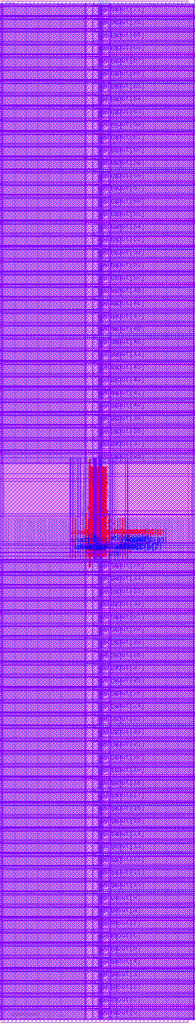
<source format=lef>
VERSION 5.8 ;
BUSBITCHARS "[]" ; 
DIVIDERCHAR "/" ; 


PROPERTYDEFINITIONS 
  MACRO CatenaDesignType STRING ; 
END PROPERTYDEFINITIONS 


MACRO srambank_128x4x72_6t122 
  CLASS BLOCK ; 
  ORIGIN 0 0 ; 
  FOREIGN srambank_128x4x72_6t122 0 0 ; 
  SIZE 64 BY 345.6 ; 
  SYMMETRY X Y ; 
  SITE coreSite ; 
  PIN VDD 
    DIRECTION INOUT ; 
    USE POWER ; 
    PORT 
      LAYER M4 ; 
        RECT 0.376 4.688 65.768 4.88 ; 
        RECT 0.376 9.008 65.768 9.2 ; 
        RECT 0.376 13.328 65.768 13.52 ; 
        RECT 0.376 17.648 65.768 17.84 ; 
        RECT 0.376 21.968 65.768 22.16 ; 
        RECT 0.376 26.288 65.768 26.48 ; 
        RECT 0.376 30.608 65.768 30.8 ; 
        RECT 0.376 34.928 65.768 35.12 ; 
        RECT 0.376 39.248 65.768 39.44 ; 
        RECT 0.376 43.568 65.768 43.76 ; 
        RECT 0.376 47.888 65.768 48.08 ; 
        RECT 0.376 52.208 65.768 52.4 ; 
        RECT 0.376 56.528 65.768 56.72 ; 
        RECT 0.376 60.848 65.768 61.04 ; 
        RECT 0.376 65.168 65.768 65.36 ; 
        RECT 0.376 69.488 65.768 69.68 ; 
        RECT 0.376 73.808 65.768 74 ; 
        RECT 0.376 78.128 65.768 78.32 ; 
        RECT 0.376 82.448 65.768 82.64 ; 
        RECT 0.376 86.768 65.768 86.96 ; 
        RECT 0.376 91.088 65.768 91.28 ; 
        RECT 0.376 95.408 65.768 95.6 ; 
        RECT 0.376 99.728 65.768 99.92 ; 
        RECT 0.376 104.048 65.768 104.24 ; 
        RECT 0.376 108.368 65.768 108.56 ; 
        RECT 0.376 112.688 65.768 112.88 ; 
        RECT 0.376 117.008 65.768 117.2 ; 
        RECT 0.376 121.328 65.768 121.52 ; 
        RECT 0.376 125.648 65.768 125.84 ; 
        RECT 0.376 129.968 65.768 130.16 ; 
        RECT 0.376 134.288 65.768 134.48 ; 
        RECT 0.376 138.608 65.768 138.8 ; 
        RECT 0.376 142.928 65.768 143.12 ; 
        RECT 0.376 147.248 65.768 147.44 ; 
        RECT 0.376 151.568 65.768 151.76 ; 
        RECT 0.376 155.888 65.768 156.08 ; 
        RECT 14.256 157.812 51.84 158.676 ; 
        RECT 36.788 171.828 37.352 171.924 ; 
        RECT 36.264 156.692 37.316 156.788 ; 
        RECT 29.592 170.484 36.504 171.348 ; 
        RECT 29.592 183.156 36.504 184.02 ; 
        RECT 0.376 192.716 65.768 192.908 ; 
        RECT 0.376 197.036 65.768 197.228 ; 
        RECT 0.376 201.356 65.768 201.548 ; 
        RECT 0.376 205.676 65.768 205.868 ; 
        RECT 0.376 209.996 65.768 210.188 ; 
        RECT 0.376 214.316 65.768 214.508 ; 
        RECT 0.376 218.636 65.768 218.828 ; 
        RECT 0.376 222.956 65.768 223.148 ; 
        RECT 0.376 227.276 65.768 227.468 ; 
        RECT 0.376 231.596 65.768 231.788 ; 
        RECT 0.376 235.916 65.768 236.108 ; 
        RECT 0.376 240.236 65.768 240.428 ; 
        RECT 0.376 244.556 65.768 244.748 ; 
        RECT 0.376 248.876 65.768 249.068 ; 
        RECT 0.376 253.196 65.768 253.388 ; 
        RECT 0.376 257.516 65.768 257.708 ; 
        RECT 0.376 261.836 65.768 262.028 ; 
        RECT 0.376 266.156 65.768 266.348 ; 
        RECT 0.376 270.476 65.768 270.668 ; 
        RECT 0.376 274.796 65.768 274.988 ; 
        RECT 0.376 279.116 65.768 279.308 ; 
        RECT 0.376 283.436 65.768 283.628 ; 
        RECT 0.376 287.756 65.768 287.948 ; 
        RECT 0.376 292.076 65.768 292.268 ; 
        RECT 0.376 296.396 65.768 296.588 ; 
        RECT 0.376 300.716 65.768 300.908 ; 
        RECT 0.376 305.036 65.768 305.228 ; 
        RECT 0.376 309.356 65.768 309.548 ; 
        RECT 0.376 313.676 65.768 313.868 ; 
        RECT 0.376 317.996 65.768 318.188 ; 
        RECT 0.376 322.316 65.768 322.508 ; 
        RECT 0.376 326.636 65.768 326.828 ; 
        RECT 0.376 330.956 65.768 331.148 ; 
        RECT 0.376 335.276 65.768 335.468 ; 
        RECT 0.376 339.596 65.768 339.788 ; 
        RECT 0.376 343.916 65.768 344.108 ; 
      LAYER M3 ; 
        RECT 65.576 0.866 65.648 5.506 ; 
        RECT 37.136 0.868 37.208 5.504 ; 
        RECT 31.52 1.028 31.88 5.484 ; 
        RECT 28.928 0.868 29 5.504 ; 
        RECT 0.488 0.866 0.56 5.506 ; 
        RECT 65.576 5.186 65.648 9.826 ; 
        RECT 37.136 5.188 37.208 9.824 ; 
        RECT 31.52 5.348 31.88 9.804 ; 
        RECT 28.928 5.188 29 9.824 ; 
        RECT 0.488 5.186 0.56 9.826 ; 
        RECT 65.576 9.506 65.648 14.146 ; 
        RECT 37.136 9.508 37.208 14.144 ; 
        RECT 31.52 9.668 31.88 14.124 ; 
        RECT 28.928 9.508 29 14.144 ; 
        RECT 0.488 9.506 0.56 14.146 ; 
        RECT 65.576 13.826 65.648 18.466 ; 
        RECT 37.136 13.828 37.208 18.464 ; 
        RECT 31.52 13.988 31.88 18.444 ; 
        RECT 28.928 13.828 29 18.464 ; 
        RECT 0.488 13.826 0.56 18.466 ; 
        RECT 65.576 18.146 65.648 22.786 ; 
        RECT 37.136 18.148 37.208 22.784 ; 
        RECT 31.52 18.308 31.88 22.764 ; 
        RECT 28.928 18.148 29 22.784 ; 
        RECT 0.488 18.146 0.56 22.786 ; 
        RECT 65.576 22.466 65.648 27.106 ; 
        RECT 37.136 22.468 37.208 27.104 ; 
        RECT 31.52 22.628 31.88 27.084 ; 
        RECT 28.928 22.468 29 27.104 ; 
        RECT 0.488 22.466 0.56 27.106 ; 
        RECT 65.576 26.786 65.648 31.426 ; 
        RECT 37.136 26.788 37.208 31.424 ; 
        RECT 31.52 26.948 31.88 31.404 ; 
        RECT 28.928 26.788 29 31.424 ; 
        RECT 0.488 26.786 0.56 31.426 ; 
        RECT 65.576 31.106 65.648 35.746 ; 
        RECT 37.136 31.108 37.208 35.744 ; 
        RECT 31.52 31.268 31.88 35.724 ; 
        RECT 28.928 31.108 29 35.744 ; 
        RECT 0.488 31.106 0.56 35.746 ; 
        RECT 65.576 35.426 65.648 40.066 ; 
        RECT 37.136 35.428 37.208 40.064 ; 
        RECT 31.52 35.588 31.88 40.044 ; 
        RECT 28.928 35.428 29 40.064 ; 
        RECT 0.488 35.426 0.56 40.066 ; 
        RECT 65.576 39.746 65.648 44.386 ; 
        RECT 37.136 39.748 37.208 44.384 ; 
        RECT 31.52 39.908 31.88 44.364 ; 
        RECT 28.928 39.748 29 44.384 ; 
        RECT 0.488 39.746 0.56 44.386 ; 
        RECT 65.576 44.066 65.648 48.706 ; 
        RECT 37.136 44.068 37.208 48.704 ; 
        RECT 31.52 44.228 31.88 48.684 ; 
        RECT 28.928 44.068 29 48.704 ; 
        RECT 0.488 44.066 0.56 48.706 ; 
        RECT 65.576 48.386 65.648 53.026 ; 
        RECT 37.136 48.388 37.208 53.024 ; 
        RECT 31.52 48.548 31.88 53.004 ; 
        RECT 28.928 48.388 29 53.024 ; 
        RECT 0.488 48.386 0.56 53.026 ; 
        RECT 65.576 52.706 65.648 57.346 ; 
        RECT 37.136 52.708 37.208 57.344 ; 
        RECT 31.52 52.868 31.88 57.324 ; 
        RECT 28.928 52.708 29 57.344 ; 
        RECT 0.488 52.706 0.56 57.346 ; 
        RECT 65.576 57.026 65.648 61.666 ; 
        RECT 37.136 57.028 37.208 61.664 ; 
        RECT 31.52 57.188 31.88 61.644 ; 
        RECT 28.928 57.028 29 61.664 ; 
        RECT 0.488 57.026 0.56 61.666 ; 
        RECT 65.576 61.346 65.648 65.986 ; 
        RECT 37.136 61.348 37.208 65.984 ; 
        RECT 31.52 61.508 31.88 65.964 ; 
        RECT 28.928 61.348 29 65.984 ; 
        RECT 0.488 61.346 0.56 65.986 ; 
        RECT 65.576 65.666 65.648 70.306 ; 
        RECT 37.136 65.668 37.208 70.304 ; 
        RECT 31.52 65.828 31.88 70.284 ; 
        RECT 28.928 65.668 29 70.304 ; 
        RECT 0.488 65.666 0.56 70.306 ; 
        RECT 65.576 69.986 65.648 74.626 ; 
        RECT 37.136 69.988 37.208 74.624 ; 
        RECT 31.52 70.148 31.88 74.604 ; 
        RECT 28.928 69.988 29 74.624 ; 
        RECT 0.488 69.986 0.56 74.626 ; 
        RECT 65.576 74.306 65.648 78.946 ; 
        RECT 37.136 74.308 37.208 78.944 ; 
        RECT 31.52 74.468 31.88 78.924 ; 
        RECT 28.928 74.308 29 78.944 ; 
        RECT 0.488 74.306 0.56 78.946 ; 
        RECT 65.576 78.626 65.648 83.266 ; 
        RECT 37.136 78.628 37.208 83.264 ; 
        RECT 31.52 78.788 31.88 83.244 ; 
        RECT 28.928 78.628 29 83.264 ; 
        RECT 0.488 78.626 0.56 83.266 ; 
        RECT 65.576 82.946 65.648 87.586 ; 
        RECT 37.136 82.948 37.208 87.584 ; 
        RECT 31.52 83.108 31.88 87.564 ; 
        RECT 28.928 82.948 29 87.584 ; 
        RECT 0.488 82.946 0.56 87.586 ; 
        RECT 65.576 87.266 65.648 91.906 ; 
        RECT 37.136 87.268 37.208 91.904 ; 
        RECT 31.52 87.428 31.88 91.884 ; 
        RECT 28.928 87.268 29 91.904 ; 
        RECT 0.488 87.266 0.56 91.906 ; 
        RECT 65.576 91.586 65.648 96.226 ; 
        RECT 37.136 91.588 37.208 96.224 ; 
        RECT 31.52 91.748 31.88 96.204 ; 
        RECT 28.928 91.588 29 96.224 ; 
        RECT 0.488 91.586 0.56 96.226 ; 
        RECT 65.576 95.906 65.648 100.546 ; 
        RECT 37.136 95.908 37.208 100.544 ; 
        RECT 31.52 96.068 31.88 100.524 ; 
        RECT 28.928 95.908 29 100.544 ; 
        RECT 0.488 95.906 0.56 100.546 ; 
        RECT 65.576 100.226 65.648 104.866 ; 
        RECT 37.136 100.228 37.208 104.864 ; 
        RECT 31.52 100.388 31.88 104.844 ; 
        RECT 28.928 100.228 29 104.864 ; 
        RECT 0.488 100.226 0.56 104.866 ; 
        RECT 65.576 104.546 65.648 109.186 ; 
        RECT 37.136 104.548 37.208 109.184 ; 
        RECT 31.52 104.708 31.88 109.164 ; 
        RECT 28.928 104.548 29 109.184 ; 
        RECT 0.488 104.546 0.56 109.186 ; 
        RECT 65.576 108.866 65.648 113.506 ; 
        RECT 37.136 108.868 37.208 113.504 ; 
        RECT 31.52 109.028 31.88 113.484 ; 
        RECT 28.928 108.868 29 113.504 ; 
        RECT 0.488 108.866 0.56 113.506 ; 
        RECT 65.576 113.186 65.648 117.826 ; 
        RECT 37.136 113.188 37.208 117.824 ; 
        RECT 31.52 113.348 31.88 117.804 ; 
        RECT 28.928 113.188 29 117.824 ; 
        RECT 0.488 113.186 0.56 117.826 ; 
        RECT 65.576 117.506 65.648 122.146 ; 
        RECT 37.136 117.508 37.208 122.144 ; 
        RECT 31.52 117.668 31.88 122.124 ; 
        RECT 28.928 117.508 29 122.144 ; 
        RECT 0.488 117.506 0.56 122.146 ; 
        RECT 65.576 121.826 65.648 126.466 ; 
        RECT 37.136 121.828 37.208 126.464 ; 
        RECT 31.52 121.988 31.88 126.444 ; 
        RECT 28.928 121.828 29 126.464 ; 
        RECT 0.488 121.826 0.56 126.466 ; 
        RECT 65.576 126.146 65.648 130.786 ; 
        RECT 37.136 126.148 37.208 130.784 ; 
        RECT 31.52 126.308 31.88 130.764 ; 
        RECT 28.928 126.148 29 130.784 ; 
        RECT 0.488 126.146 0.56 130.786 ; 
        RECT 65.576 130.466 65.648 135.106 ; 
        RECT 37.136 130.468 37.208 135.104 ; 
        RECT 31.52 130.628 31.88 135.084 ; 
        RECT 28.928 130.468 29 135.104 ; 
        RECT 0.488 130.466 0.56 135.106 ; 
        RECT 65.576 134.786 65.648 139.426 ; 
        RECT 37.136 134.788 37.208 139.424 ; 
        RECT 31.52 134.948 31.88 139.404 ; 
        RECT 28.928 134.788 29 139.424 ; 
        RECT 0.488 134.786 0.56 139.426 ; 
        RECT 65.576 139.106 65.648 143.746 ; 
        RECT 37.136 139.108 37.208 143.744 ; 
        RECT 31.52 139.268 31.88 143.724 ; 
        RECT 28.928 139.108 29 143.744 ; 
        RECT 0.488 139.106 0.56 143.746 ; 
        RECT 65.576 143.426 65.648 148.066 ; 
        RECT 37.136 143.428 37.208 148.064 ; 
        RECT 31.52 143.588 31.88 148.044 ; 
        RECT 28.928 143.428 29 148.064 ; 
        RECT 0.488 143.426 0.56 148.066 ; 
        RECT 65.576 147.746 65.648 152.386 ; 
        RECT 37.136 147.748 37.208 152.384 ; 
        RECT 31.52 147.908 31.88 152.364 ; 
        RECT 28.928 147.748 29 152.384 ; 
        RECT 0.488 147.746 0.56 152.386 ; 
        RECT 65.576 152.066 65.648 156.706 ; 
        RECT 37.136 152.068 37.208 156.704 ; 
        RECT 31.52 152.228 31.88 156.684 ; 
        RECT 28.928 152.068 29 156.704 ; 
        RECT 0.488 152.066 0.56 156.706 ; 
        RECT 65.556 156.362 65.628 189.19 ; 
        RECT 37.188 171.64 37.26 189.034 ; 
        RECT 37.116 156.494 37.188 157.046 ; 
        RECT 31.644 157.656 32.58 187.988 ; 
        RECT 31.5 187.656 31.86 189.16 ; 
        RECT 31.5 156.52 31.86 158.024 ; 
        RECT 0.468 156.362 0.54 189.19 ; 
        RECT 65.576 188.894 65.648 193.534 ; 
        RECT 37.136 188.896 37.208 193.532 ; 
        RECT 31.52 189.056 31.88 193.512 ; 
        RECT 28.928 188.896 29 193.532 ; 
        RECT 0.488 188.894 0.56 193.534 ; 
        RECT 65.576 193.214 65.648 197.854 ; 
        RECT 37.136 193.216 37.208 197.852 ; 
        RECT 31.52 193.376 31.88 197.832 ; 
        RECT 28.928 193.216 29 197.852 ; 
        RECT 0.488 193.214 0.56 197.854 ; 
        RECT 65.576 197.534 65.648 202.174 ; 
        RECT 37.136 197.536 37.208 202.172 ; 
        RECT 31.52 197.696 31.88 202.152 ; 
        RECT 28.928 197.536 29 202.172 ; 
        RECT 0.488 197.534 0.56 202.174 ; 
        RECT 65.576 201.854 65.648 206.494 ; 
        RECT 37.136 201.856 37.208 206.492 ; 
        RECT 31.52 202.016 31.88 206.472 ; 
        RECT 28.928 201.856 29 206.492 ; 
        RECT 0.488 201.854 0.56 206.494 ; 
        RECT 65.576 206.174 65.648 210.814 ; 
        RECT 37.136 206.176 37.208 210.812 ; 
        RECT 31.52 206.336 31.88 210.792 ; 
        RECT 28.928 206.176 29 210.812 ; 
        RECT 0.488 206.174 0.56 210.814 ; 
        RECT 65.576 210.494 65.648 215.134 ; 
        RECT 37.136 210.496 37.208 215.132 ; 
        RECT 31.52 210.656 31.88 215.112 ; 
        RECT 28.928 210.496 29 215.132 ; 
        RECT 0.488 210.494 0.56 215.134 ; 
        RECT 65.576 214.814 65.648 219.454 ; 
        RECT 37.136 214.816 37.208 219.452 ; 
        RECT 31.52 214.976 31.88 219.432 ; 
        RECT 28.928 214.816 29 219.452 ; 
        RECT 0.488 214.814 0.56 219.454 ; 
        RECT 65.576 219.134 65.648 223.774 ; 
        RECT 37.136 219.136 37.208 223.772 ; 
        RECT 31.52 219.296 31.88 223.752 ; 
        RECT 28.928 219.136 29 223.772 ; 
        RECT 0.488 219.134 0.56 223.774 ; 
        RECT 65.576 223.454 65.648 228.094 ; 
        RECT 37.136 223.456 37.208 228.092 ; 
        RECT 31.52 223.616 31.88 228.072 ; 
        RECT 28.928 223.456 29 228.092 ; 
        RECT 0.488 223.454 0.56 228.094 ; 
        RECT 65.576 227.774 65.648 232.414 ; 
        RECT 37.136 227.776 37.208 232.412 ; 
        RECT 31.52 227.936 31.88 232.392 ; 
        RECT 28.928 227.776 29 232.412 ; 
        RECT 0.488 227.774 0.56 232.414 ; 
        RECT 65.576 232.094 65.648 236.734 ; 
        RECT 37.136 232.096 37.208 236.732 ; 
        RECT 31.52 232.256 31.88 236.712 ; 
        RECT 28.928 232.096 29 236.732 ; 
        RECT 0.488 232.094 0.56 236.734 ; 
        RECT 65.576 236.414 65.648 241.054 ; 
        RECT 37.136 236.416 37.208 241.052 ; 
        RECT 31.52 236.576 31.88 241.032 ; 
        RECT 28.928 236.416 29 241.052 ; 
        RECT 0.488 236.414 0.56 241.054 ; 
        RECT 65.576 240.734 65.648 245.374 ; 
        RECT 37.136 240.736 37.208 245.372 ; 
        RECT 31.52 240.896 31.88 245.352 ; 
        RECT 28.928 240.736 29 245.372 ; 
        RECT 0.488 240.734 0.56 245.374 ; 
        RECT 65.576 245.054 65.648 249.694 ; 
        RECT 37.136 245.056 37.208 249.692 ; 
        RECT 31.52 245.216 31.88 249.672 ; 
        RECT 28.928 245.056 29 249.692 ; 
        RECT 0.488 245.054 0.56 249.694 ; 
        RECT 65.576 249.374 65.648 254.014 ; 
        RECT 37.136 249.376 37.208 254.012 ; 
        RECT 31.52 249.536 31.88 253.992 ; 
        RECT 28.928 249.376 29 254.012 ; 
        RECT 0.488 249.374 0.56 254.014 ; 
        RECT 65.576 253.694 65.648 258.334 ; 
        RECT 37.136 253.696 37.208 258.332 ; 
        RECT 31.52 253.856 31.88 258.312 ; 
        RECT 28.928 253.696 29 258.332 ; 
        RECT 0.488 253.694 0.56 258.334 ; 
        RECT 65.576 258.014 65.648 262.654 ; 
        RECT 37.136 258.016 37.208 262.652 ; 
        RECT 31.52 258.176 31.88 262.632 ; 
        RECT 28.928 258.016 29 262.652 ; 
        RECT 0.488 258.014 0.56 262.654 ; 
        RECT 65.576 262.334 65.648 266.974 ; 
        RECT 37.136 262.336 37.208 266.972 ; 
        RECT 31.52 262.496 31.88 266.952 ; 
        RECT 28.928 262.336 29 266.972 ; 
        RECT 0.488 262.334 0.56 266.974 ; 
        RECT 65.576 266.654 65.648 271.294 ; 
        RECT 37.136 266.656 37.208 271.292 ; 
        RECT 31.52 266.816 31.88 271.272 ; 
        RECT 28.928 266.656 29 271.292 ; 
        RECT 0.488 266.654 0.56 271.294 ; 
        RECT 65.576 270.974 65.648 275.614 ; 
        RECT 37.136 270.976 37.208 275.612 ; 
        RECT 31.52 271.136 31.88 275.592 ; 
        RECT 28.928 270.976 29 275.612 ; 
        RECT 0.488 270.974 0.56 275.614 ; 
        RECT 65.576 275.294 65.648 279.934 ; 
        RECT 37.136 275.296 37.208 279.932 ; 
        RECT 31.52 275.456 31.88 279.912 ; 
        RECT 28.928 275.296 29 279.932 ; 
        RECT 0.488 275.294 0.56 279.934 ; 
        RECT 65.576 279.614 65.648 284.254 ; 
        RECT 37.136 279.616 37.208 284.252 ; 
        RECT 31.52 279.776 31.88 284.232 ; 
        RECT 28.928 279.616 29 284.252 ; 
        RECT 0.488 279.614 0.56 284.254 ; 
        RECT 65.576 283.934 65.648 288.574 ; 
        RECT 37.136 283.936 37.208 288.572 ; 
        RECT 31.52 284.096 31.88 288.552 ; 
        RECT 28.928 283.936 29 288.572 ; 
        RECT 0.488 283.934 0.56 288.574 ; 
        RECT 65.576 288.254 65.648 292.894 ; 
        RECT 37.136 288.256 37.208 292.892 ; 
        RECT 31.52 288.416 31.88 292.872 ; 
        RECT 28.928 288.256 29 292.892 ; 
        RECT 0.488 288.254 0.56 292.894 ; 
        RECT 65.576 292.574 65.648 297.214 ; 
        RECT 37.136 292.576 37.208 297.212 ; 
        RECT 31.52 292.736 31.88 297.192 ; 
        RECT 28.928 292.576 29 297.212 ; 
        RECT 0.488 292.574 0.56 297.214 ; 
        RECT 65.576 296.894 65.648 301.534 ; 
        RECT 37.136 296.896 37.208 301.532 ; 
        RECT 31.52 297.056 31.88 301.512 ; 
        RECT 28.928 296.896 29 301.532 ; 
        RECT 0.488 296.894 0.56 301.534 ; 
        RECT 65.576 301.214 65.648 305.854 ; 
        RECT 37.136 301.216 37.208 305.852 ; 
        RECT 31.52 301.376 31.88 305.832 ; 
        RECT 28.928 301.216 29 305.852 ; 
        RECT 0.488 301.214 0.56 305.854 ; 
        RECT 65.576 305.534 65.648 310.174 ; 
        RECT 37.136 305.536 37.208 310.172 ; 
        RECT 31.52 305.696 31.88 310.152 ; 
        RECT 28.928 305.536 29 310.172 ; 
        RECT 0.488 305.534 0.56 310.174 ; 
        RECT 65.576 309.854 65.648 314.494 ; 
        RECT 37.136 309.856 37.208 314.492 ; 
        RECT 31.52 310.016 31.88 314.472 ; 
        RECT 28.928 309.856 29 314.492 ; 
        RECT 0.488 309.854 0.56 314.494 ; 
        RECT 65.576 314.174 65.648 318.814 ; 
        RECT 37.136 314.176 37.208 318.812 ; 
        RECT 31.52 314.336 31.88 318.792 ; 
        RECT 28.928 314.176 29 318.812 ; 
        RECT 0.488 314.174 0.56 318.814 ; 
        RECT 65.576 318.494 65.648 323.134 ; 
        RECT 37.136 318.496 37.208 323.132 ; 
        RECT 31.52 318.656 31.88 323.112 ; 
        RECT 28.928 318.496 29 323.132 ; 
        RECT 0.488 318.494 0.56 323.134 ; 
        RECT 65.576 322.814 65.648 327.454 ; 
        RECT 37.136 322.816 37.208 327.452 ; 
        RECT 31.52 322.976 31.88 327.432 ; 
        RECT 28.928 322.816 29 327.452 ; 
        RECT 0.488 322.814 0.56 327.454 ; 
        RECT 65.576 327.134 65.648 331.774 ; 
        RECT 37.136 327.136 37.208 331.772 ; 
        RECT 31.52 327.296 31.88 331.752 ; 
        RECT 28.928 327.136 29 331.772 ; 
        RECT 0.488 327.134 0.56 331.774 ; 
        RECT 65.576 331.454 65.648 336.094 ; 
        RECT 37.136 331.456 37.208 336.092 ; 
        RECT 31.52 331.616 31.88 336.072 ; 
        RECT 28.928 331.456 29 336.092 ; 
        RECT 0.488 331.454 0.56 336.094 ; 
        RECT 65.576 335.774 65.648 340.414 ; 
        RECT 37.136 335.776 37.208 340.412 ; 
        RECT 31.52 335.936 31.88 340.392 ; 
        RECT 28.928 335.776 29 340.412 ; 
        RECT 0.488 335.774 0.56 340.414 ; 
        RECT 65.576 340.094 65.648 344.734 ; 
        RECT 37.136 340.096 37.208 344.732 ; 
        RECT 31.52 340.256 31.88 344.712 ; 
        RECT 28.928 340.096 29 344.732 ; 
        RECT 0.488 340.094 0.56 344.734 ; 
      LAYER V3 ; 
        RECT 0.488 4.688 0.56 4.88 ; 
        RECT 28.928 4.688 29 4.88 ; 
        RECT 31.52 4.688 31.88 4.88 ; 
        RECT 37.136 4.688 37.208 4.88 ; 
        RECT 65.576 4.688 65.648 4.88 ; 
        RECT 0.488 9.008 0.56 9.2 ; 
        RECT 28.928 9.008 29 9.2 ; 
        RECT 31.52 9.008 31.88 9.2 ; 
        RECT 37.136 9.008 37.208 9.2 ; 
        RECT 65.576 9.008 65.648 9.2 ; 
        RECT 0.488 13.328 0.56 13.52 ; 
        RECT 28.928 13.328 29 13.52 ; 
        RECT 31.52 13.328 31.88 13.52 ; 
        RECT 37.136 13.328 37.208 13.52 ; 
        RECT 65.576 13.328 65.648 13.52 ; 
        RECT 0.488 17.648 0.56 17.84 ; 
        RECT 28.928 17.648 29 17.84 ; 
        RECT 31.52 17.648 31.88 17.84 ; 
        RECT 37.136 17.648 37.208 17.84 ; 
        RECT 65.576 17.648 65.648 17.84 ; 
        RECT 0.488 21.968 0.56 22.16 ; 
        RECT 28.928 21.968 29 22.16 ; 
        RECT 31.52 21.968 31.88 22.16 ; 
        RECT 37.136 21.968 37.208 22.16 ; 
        RECT 65.576 21.968 65.648 22.16 ; 
        RECT 0.488 26.288 0.56 26.48 ; 
        RECT 28.928 26.288 29 26.48 ; 
        RECT 31.52 26.288 31.88 26.48 ; 
        RECT 37.136 26.288 37.208 26.48 ; 
        RECT 65.576 26.288 65.648 26.48 ; 
        RECT 0.488 30.608 0.56 30.8 ; 
        RECT 28.928 30.608 29 30.8 ; 
        RECT 31.52 30.608 31.88 30.8 ; 
        RECT 37.136 30.608 37.208 30.8 ; 
        RECT 65.576 30.608 65.648 30.8 ; 
        RECT 0.488 34.928 0.56 35.12 ; 
        RECT 28.928 34.928 29 35.12 ; 
        RECT 31.52 34.928 31.88 35.12 ; 
        RECT 37.136 34.928 37.208 35.12 ; 
        RECT 65.576 34.928 65.648 35.12 ; 
        RECT 0.488 39.248 0.56 39.44 ; 
        RECT 28.928 39.248 29 39.44 ; 
        RECT 31.52 39.248 31.88 39.44 ; 
        RECT 37.136 39.248 37.208 39.44 ; 
        RECT 65.576 39.248 65.648 39.44 ; 
        RECT 0.488 43.568 0.56 43.76 ; 
        RECT 28.928 43.568 29 43.76 ; 
        RECT 31.52 43.568 31.88 43.76 ; 
        RECT 37.136 43.568 37.208 43.76 ; 
        RECT 65.576 43.568 65.648 43.76 ; 
        RECT 0.488 47.888 0.56 48.08 ; 
        RECT 28.928 47.888 29 48.08 ; 
        RECT 31.52 47.888 31.88 48.08 ; 
        RECT 37.136 47.888 37.208 48.08 ; 
        RECT 65.576 47.888 65.648 48.08 ; 
        RECT 0.488 52.208 0.56 52.4 ; 
        RECT 28.928 52.208 29 52.4 ; 
        RECT 31.52 52.208 31.88 52.4 ; 
        RECT 37.136 52.208 37.208 52.4 ; 
        RECT 65.576 52.208 65.648 52.4 ; 
        RECT 0.488 56.528 0.56 56.72 ; 
        RECT 28.928 56.528 29 56.72 ; 
        RECT 31.52 56.528 31.88 56.72 ; 
        RECT 37.136 56.528 37.208 56.72 ; 
        RECT 65.576 56.528 65.648 56.72 ; 
        RECT 0.488 60.848 0.56 61.04 ; 
        RECT 28.928 60.848 29 61.04 ; 
        RECT 31.52 60.848 31.88 61.04 ; 
        RECT 37.136 60.848 37.208 61.04 ; 
        RECT 65.576 60.848 65.648 61.04 ; 
        RECT 0.488 65.168 0.56 65.36 ; 
        RECT 28.928 65.168 29 65.36 ; 
        RECT 31.52 65.168 31.88 65.36 ; 
        RECT 37.136 65.168 37.208 65.36 ; 
        RECT 65.576 65.168 65.648 65.36 ; 
        RECT 0.488 69.488 0.56 69.68 ; 
        RECT 28.928 69.488 29 69.68 ; 
        RECT 31.52 69.488 31.88 69.68 ; 
        RECT 37.136 69.488 37.208 69.68 ; 
        RECT 65.576 69.488 65.648 69.68 ; 
        RECT 0.488 73.808 0.56 74 ; 
        RECT 28.928 73.808 29 74 ; 
        RECT 31.52 73.808 31.88 74 ; 
        RECT 37.136 73.808 37.208 74 ; 
        RECT 65.576 73.808 65.648 74 ; 
        RECT 0.488 78.128 0.56 78.32 ; 
        RECT 28.928 78.128 29 78.32 ; 
        RECT 31.52 78.128 31.88 78.32 ; 
        RECT 37.136 78.128 37.208 78.32 ; 
        RECT 65.576 78.128 65.648 78.32 ; 
        RECT 0.488 82.448 0.56 82.64 ; 
        RECT 28.928 82.448 29 82.64 ; 
        RECT 31.52 82.448 31.88 82.64 ; 
        RECT 37.136 82.448 37.208 82.64 ; 
        RECT 65.576 82.448 65.648 82.64 ; 
        RECT 0.488 86.768 0.56 86.96 ; 
        RECT 28.928 86.768 29 86.96 ; 
        RECT 31.52 86.768 31.88 86.96 ; 
        RECT 37.136 86.768 37.208 86.96 ; 
        RECT 65.576 86.768 65.648 86.96 ; 
        RECT 0.488 91.088 0.56 91.28 ; 
        RECT 28.928 91.088 29 91.28 ; 
        RECT 31.52 91.088 31.88 91.28 ; 
        RECT 37.136 91.088 37.208 91.28 ; 
        RECT 65.576 91.088 65.648 91.28 ; 
        RECT 0.488 95.408 0.56 95.6 ; 
        RECT 28.928 95.408 29 95.6 ; 
        RECT 31.52 95.408 31.88 95.6 ; 
        RECT 37.136 95.408 37.208 95.6 ; 
        RECT 65.576 95.408 65.648 95.6 ; 
        RECT 0.488 99.728 0.56 99.92 ; 
        RECT 28.928 99.728 29 99.92 ; 
        RECT 31.52 99.728 31.88 99.92 ; 
        RECT 37.136 99.728 37.208 99.92 ; 
        RECT 65.576 99.728 65.648 99.92 ; 
        RECT 0.488 104.048 0.56 104.24 ; 
        RECT 28.928 104.048 29 104.24 ; 
        RECT 31.52 104.048 31.88 104.24 ; 
        RECT 37.136 104.048 37.208 104.24 ; 
        RECT 65.576 104.048 65.648 104.24 ; 
        RECT 0.488 108.368 0.56 108.56 ; 
        RECT 28.928 108.368 29 108.56 ; 
        RECT 31.52 108.368 31.88 108.56 ; 
        RECT 37.136 108.368 37.208 108.56 ; 
        RECT 65.576 108.368 65.648 108.56 ; 
        RECT 0.488 112.688 0.56 112.88 ; 
        RECT 28.928 112.688 29 112.88 ; 
        RECT 31.52 112.688 31.88 112.88 ; 
        RECT 37.136 112.688 37.208 112.88 ; 
        RECT 65.576 112.688 65.648 112.88 ; 
        RECT 0.488 117.008 0.56 117.2 ; 
        RECT 28.928 117.008 29 117.2 ; 
        RECT 31.52 117.008 31.88 117.2 ; 
        RECT 37.136 117.008 37.208 117.2 ; 
        RECT 65.576 117.008 65.648 117.2 ; 
        RECT 0.488 121.328 0.56 121.52 ; 
        RECT 28.928 121.328 29 121.52 ; 
        RECT 31.52 121.328 31.88 121.52 ; 
        RECT 37.136 121.328 37.208 121.52 ; 
        RECT 65.576 121.328 65.648 121.52 ; 
        RECT 0.488 125.648 0.56 125.84 ; 
        RECT 28.928 125.648 29 125.84 ; 
        RECT 31.52 125.648 31.88 125.84 ; 
        RECT 37.136 125.648 37.208 125.84 ; 
        RECT 65.576 125.648 65.648 125.84 ; 
        RECT 0.488 129.968 0.56 130.16 ; 
        RECT 28.928 129.968 29 130.16 ; 
        RECT 31.52 129.968 31.88 130.16 ; 
        RECT 37.136 129.968 37.208 130.16 ; 
        RECT 65.576 129.968 65.648 130.16 ; 
        RECT 0.488 134.288 0.56 134.48 ; 
        RECT 28.928 134.288 29 134.48 ; 
        RECT 31.52 134.288 31.88 134.48 ; 
        RECT 37.136 134.288 37.208 134.48 ; 
        RECT 65.576 134.288 65.648 134.48 ; 
        RECT 0.488 138.608 0.56 138.8 ; 
        RECT 28.928 138.608 29 138.8 ; 
        RECT 31.52 138.608 31.88 138.8 ; 
        RECT 37.136 138.608 37.208 138.8 ; 
        RECT 65.576 138.608 65.648 138.8 ; 
        RECT 0.488 142.928 0.56 143.12 ; 
        RECT 28.928 142.928 29 143.12 ; 
        RECT 31.52 142.928 31.88 143.12 ; 
        RECT 37.136 142.928 37.208 143.12 ; 
        RECT 65.576 142.928 65.648 143.12 ; 
        RECT 0.488 147.248 0.56 147.44 ; 
        RECT 28.928 147.248 29 147.44 ; 
        RECT 31.52 147.248 31.88 147.44 ; 
        RECT 37.136 147.248 37.208 147.44 ; 
        RECT 65.576 147.248 65.648 147.44 ; 
        RECT 0.488 151.568 0.56 151.76 ; 
        RECT 28.928 151.568 29 151.76 ; 
        RECT 31.52 151.568 31.88 151.76 ; 
        RECT 37.136 151.568 37.208 151.76 ; 
        RECT 65.576 151.568 65.648 151.76 ; 
        RECT 0.488 155.888 0.56 156.08 ; 
        RECT 28.928 155.888 29 156.08 ; 
        RECT 31.52 155.888 31.88 156.08 ; 
        RECT 37.136 155.888 37.208 156.08 ; 
        RECT 65.576 155.888 65.648 156.08 ; 
        RECT 31.66 183.156 31.732 184.02 ; 
        RECT 31.66 170.484 31.732 171.348 ; 
        RECT 31.66 157.812 31.732 158.676 ; 
        RECT 31.868 183.156 31.94 184.02 ; 
        RECT 31.868 170.484 31.94 171.348 ; 
        RECT 31.868 157.812 31.94 158.676 ; 
        RECT 32.076 183.156 32.148 184.02 ; 
        RECT 32.076 170.484 32.148 171.348 ; 
        RECT 32.076 157.812 32.148 158.676 ; 
        RECT 32.284 183.156 32.356 184.02 ; 
        RECT 32.284 170.484 32.356 171.348 ; 
        RECT 32.284 157.812 32.356 158.676 ; 
        RECT 32.492 183.156 32.564 184.02 ; 
        RECT 32.492 170.484 32.564 171.348 ; 
        RECT 32.492 157.812 32.564 158.676 ; 
        RECT 37.116 156.692 37.188 156.788 ; 
        RECT 37.188 171.828 37.26 171.924 ; 
        RECT 0.488 192.716 0.56 192.908 ; 
        RECT 28.928 192.716 29 192.908 ; 
        RECT 31.52 192.716 31.88 192.908 ; 
        RECT 37.136 192.716 37.208 192.908 ; 
        RECT 65.576 192.716 65.648 192.908 ; 
        RECT 0.488 197.036 0.56 197.228 ; 
        RECT 28.928 197.036 29 197.228 ; 
        RECT 31.52 197.036 31.88 197.228 ; 
        RECT 37.136 197.036 37.208 197.228 ; 
        RECT 65.576 197.036 65.648 197.228 ; 
        RECT 0.488 201.356 0.56 201.548 ; 
        RECT 28.928 201.356 29 201.548 ; 
        RECT 31.52 201.356 31.88 201.548 ; 
        RECT 37.136 201.356 37.208 201.548 ; 
        RECT 65.576 201.356 65.648 201.548 ; 
        RECT 0.488 205.676 0.56 205.868 ; 
        RECT 28.928 205.676 29 205.868 ; 
        RECT 31.52 205.676 31.88 205.868 ; 
        RECT 37.136 205.676 37.208 205.868 ; 
        RECT 65.576 205.676 65.648 205.868 ; 
        RECT 0.488 209.996 0.56 210.188 ; 
        RECT 28.928 209.996 29 210.188 ; 
        RECT 31.52 209.996 31.88 210.188 ; 
        RECT 37.136 209.996 37.208 210.188 ; 
        RECT 65.576 209.996 65.648 210.188 ; 
        RECT 0.488 214.316 0.56 214.508 ; 
        RECT 28.928 214.316 29 214.508 ; 
        RECT 31.52 214.316 31.88 214.508 ; 
        RECT 37.136 214.316 37.208 214.508 ; 
        RECT 65.576 214.316 65.648 214.508 ; 
        RECT 0.488 218.636 0.56 218.828 ; 
        RECT 28.928 218.636 29 218.828 ; 
        RECT 31.52 218.636 31.88 218.828 ; 
        RECT 37.136 218.636 37.208 218.828 ; 
        RECT 65.576 218.636 65.648 218.828 ; 
        RECT 0.488 222.956 0.56 223.148 ; 
        RECT 28.928 222.956 29 223.148 ; 
        RECT 31.52 222.956 31.88 223.148 ; 
        RECT 37.136 222.956 37.208 223.148 ; 
        RECT 65.576 222.956 65.648 223.148 ; 
        RECT 0.488 227.276 0.56 227.468 ; 
        RECT 28.928 227.276 29 227.468 ; 
        RECT 31.52 227.276 31.88 227.468 ; 
        RECT 37.136 227.276 37.208 227.468 ; 
        RECT 65.576 227.276 65.648 227.468 ; 
        RECT 0.488 231.596 0.56 231.788 ; 
        RECT 28.928 231.596 29 231.788 ; 
        RECT 31.52 231.596 31.88 231.788 ; 
        RECT 37.136 231.596 37.208 231.788 ; 
        RECT 65.576 231.596 65.648 231.788 ; 
        RECT 0.488 235.916 0.56 236.108 ; 
        RECT 28.928 235.916 29 236.108 ; 
        RECT 31.52 235.916 31.88 236.108 ; 
        RECT 37.136 235.916 37.208 236.108 ; 
        RECT 65.576 235.916 65.648 236.108 ; 
        RECT 0.488 240.236 0.56 240.428 ; 
        RECT 28.928 240.236 29 240.428 ; 
        RECT 31.52 240.236 31.88 240.428 ; 
        RECT 37.136 240.236 37.208 240.428 ; 
        RECT 65.576 240.236 65.648 240.428 ; 
        RECT 0.488 244.556 0.56 244.748 ; 
        RECT 28.928 244.556 29 244.748 ; 
        RECT 31.52 244.556 31.88 244.748 ; 
        RECT 37.136 244.556 37.208 244.748 ; 
        RECT 65.576 244.556 65.648 244.748 ; 
        RECT 0.488 248.876 0.56 249.068 ; 
        RECT 28.928 248.876 29 249.068 ; 
        RECT 31.52 248.876 31.88 249.068 ; 
        RECT 37.136 248.876 37.208 249.068 ; 
        RECT 65.576 248.876 65.648 249.068 ; 
        RECT 0.488 253.196 0.56 253.388 ; 
        RECT 28.928 253.196 29 253.388 ; 
        RECT 31.52 253.196 31.88 253.388 ; 
        RECT 37.136 253.196 37.208 253.388 ; 
        RECT 65.576 253.196 65.648 253.388 ; 
        RECT 0.488 257.516 0.56 257.708 ; 
        RECT 28.928 257.516 29 257.708 ; 
        RECT 31.52 257.516 31.88 257.708 ; 
        RECT 37.136 257.516 37.208 257.708 ; 
        RECT 65.576 257.516 65.648 257.708 ; 
        RECT 0.488 261.836 0.56 262.028 ; 
        RECT 28.928 261.836 29 262.028 ; 
        RECT 31.52 261.836 31.88 262.028 ; 
        RECT 37.136 261.836 37.208 262.028 ; 
        RECT 65.576 261.836 65.648 262.028 ; 
        RECT 0.488 266.156 0.56 266.348 ; 
        RECT 28.928 266.156 29 266.348 ; 
        RECT 31.52 266.156 31.88 266.348 ; 
        RECT 37.136 266.156 37.208 266.348 ; 
        RECT 65.576 266.156 65.648 266.348 ; 
        RECT 0.488 270.476 0.56 270.668 ; 
        RECT 28.928 270.476 29 270.668 ; 
        RECT 31.52 270.476 31.88 270.668 ; 
        RECT 37.136 270.476 37.208 270.668 ; 
        RECT 65.576 270.476 65.648 270.668 ; 
        RECT 0.488 274.796 0.56 274.988 ; 
        RECT 28.928 274.796 29 274.988 ; 
        RECT 31.52 274.796 31.88 274.988 ; 
        RECT 37.136 274.796 37.208 274.988 ; 
        RECT 65.576 274.796 65.648 274.988 ; 
        RECT 0.488 279.116 0.56 279.308 ; 
        RECT 28.928 279.116 29 279.308 ; 
        RECT 31.52 279.116 31.88 279.308 ; 
        RECT 37.136 279.116 37.208 279.308 ; 
        RECT 65.576 279.116 65.648 279.308 ; 
        RECT 0.488 283.436 0.56 283.628 ; 
        RECT 28.928 283.436 29 283.628 ; 
        RECT 31.52 283.436 31.88 283.628 ; 
        RECT 37.136 283.436 37.208 283.628 ; 
        RECT 65.576 283.436 65.648 283.628 ; 
        RECT 0.488 287.756 0.56 287.948 ; 
        RECT 28.928 287.756 29 287.948 ; 
        RECT 31.52 287.756 31.88 287.948 ; 
        RECT 37.136 287.756 37.208 287.948 ; 
        RECT 65.576 287.756 65.648 287.948 ; 
        RECT 0.488 292.076 0.56 292.268 ; 
        RECT 28.928 292.076 29 292.268 ; 
        RECT 31.52 292.076 31.88 292.268 ; 
        RECT 37.136 292.076 37.208 292.268 ; 
        RECT 65.576 292.076 65.648 292.268 ; 
        RECT 0.488 296.396 0.56 296.588 ; 
        RECT 28.928 296.396 29 296.588 ; 
        RECT 31.52 296.396 31.88 296.588 ; 
        RECT 37.136 296.396 37.208 296.588 ; 
        RECT 65.576 296.396 65.648 296.588 ; 
        RECT 0.488 300.716 0.56 300.908 ; 
        RECT 28.928 300.716 29 300.908 ; 
        RECT 31.52 300.716 31.88 300.908 ; 
        RECT 37.136 300.716 37.208 300.908 ; 
        RECT 65.576 300.716 65.648 300.908 ; 
        RECT 0.488 305.036 0.56 305.228 ; 
        RECT 28.928 305.036 29 305.228 ; 
        RECT 31.52 305.036 31.88 305.228 ; 
        RECT 37.136 305.036 37.208 305.228 ; 
        RECT 65.576 305.036 65.648 305.228 ; 
        RECT 0.488 309.356 0.56 309.548 ; 
        RECT 28.928 309.356 29 309.548 ; 
        RECT 31.52 309.356 31.88 309.548 ; 
        RECT 37.136 309.356 37.208 309.548 ; 
        RECT 65.576 309.356 65.648 309.548 ; 
        RECT 0.488 313.676 0.56 313.868 ; 
        RECT 28.928 313.676 29 313.868 ; 
        RECT 31.52 313.676 31.88 313.868 ; 
        RECT 37.136 313.676 37.208 313.868 ; 
        RECT 65.576 313.676 65.648 313.868 ; 
        RECT 0.488 317.996 0.56 318.188 ; 
        RECT 28.928 317.996 29 318.188 ; 
        RECT 31.52 317.996 31.88 318.188 ; 
        RECT 37.136 317.996 37.208 318.188 ; 
        RECT 65.576 317.996 65.648 318.188 ; 
        RECT 0.488 322.316 0.56 322.508 ; 
        RECT 28.928 322.316 29 322.508 ; 
        RECT 31.52 322.316 31.88 322.508 ; 
        RECT 37.136 322.316 37.208 322.508 ; 
        RECT 65.576 322.316 65.648 322.508 ; 
        RECT 0.488 326.636 0.56 326.828 ; 
        RECT 28.928 326.636 29 326.828 ; 
        RECT 31.52 326.636 31.88 326.828 ; 
        RECT 37.136 326.636 37.208 326.828 ; 
        RECT 65.576 326.636 65.648 326.828 ; 
        RECT 0.488 330.956 0.56 331.148 ; 
        RECT 28.928 330.956 29 331.148 ; 
        RECT 31.52 330.956 31.88 331.148 ; 
        RECT 37.136 330.956 37.208 331.148 ; 
        RECT 65.576 330.956 65.648 331.148 ; 
        RECT 0.488 335.276 0.56 335.468 ; 
        RECT 28.928 335.276 29 335.468 ; 
        RECT 31.52 335.276 31.88 335.468 ; 
        RECT 37.136 335.276 37.208 335.468 ; 
        RECT 65.576 335.276 65.648 335.468 ; 
        RECT 0.488 339.596 0.56 339.788 ; 
        RECT 28.928 339.596 29 339.788 ; 
        RECT 31.52 339.596 31.88 339.788 ; 
        RECT 37.136 339.596 37.208 339.788 ; 
        RECT 65.576 339.596 65.648 339.788 ; 
        RECT 0.488 343.916 0.56 344.108 ; 
        RECT 28.928 343.916 29 344.108 ; 
        RECT 31.52 343.916 31.88 344.108 ; 
        RECT 37.136 343.916 37.208 344.108 ; 
        RECT 65.576 343.916 65.648 344.108 ; 
      LAYER M5 ; 
        RECT 36.864 156.62 36.96 171.996 ; 
      LAYER V4 ; 
        RECT 36.864 171.828 36.96 171.924 ; 
        RECT 36.864 157.812 36.96 158.676 ; 
        RECT 36.864 156.692 36.96 156.788 ; 
    END 
  END VDD 
  PIN VSS 
    DIRECTION INOUT ; 
    USE POWER ; 
    PORT 
      LAYER M4 ; 
        RECT 0.376 4.304 65.748 4.496 ; 
        RECT 0.376 8.624 65.748 8.816 ; 
        RECT 0.376 12.944 65.748 13.136 ; 
        RECT 0.376 17.264 65.748 17.456 ; 
        RECT 0.376 21.584 65.748 21.776 ; 
        RECT 0.376 25.904 65.748 26.096 ; 
        RECT 0.376 30.224 65.748 30.416 ; 
        RECT 0.376 34.544 65.748 34.736 ; 
        RECT 0.376 38.864 65.748 39.056 ; 
        RECT 0.376 43.184 65.748 43.376 ; 
        RECT 0.376 47.504 65.748 47.696 ; 
        RECT 0.376 51.824 65.748 52.016 ; 
        RECT 0.376 56.144 65.748 56.336 ; 
        RECT 0.376 60.464 65.748 60.656 ; 
        RECT 0.376 64.784 65.748 64.976 ; 
        RECT 0.376 69.104 65.748 69.296 ; 
        RECT 0.376 73.424 65.748 73.616 ; 
        RECT 0.376 77.744 65.748 77.936 ; 
        RECT 0.376 82.064 65.748 82.256 ; 
        RECT 0.376 86.384 65.748 86.576 ; 
        RECT 0.376 90.704 65.748 90.896 ; 
        RECT 0.376 95.024 65.748 95.216 ; 
        RECT 0.376 99.344 65.748 99.536 ; 
        RECT 0.376 103.664 65.748 103.856 ; 
        RECT 0.376 107.984 65.748 108.176 ; 
        RECT 0.376 112.304 65.748 112.496 ; 
        RECT 0.376 116.624 65.748 116.816 ; 
        RECT 0.376 120.944 65.748 121.136 ; 
        RECT 0.376 125.264 65.748 125.456 ; 
        RECT 0.376 129.584 65.748 129.776 ; 
        RECT 0.376 133.904 65.748 134.096 ; 
        RECT 0.376 138.224 65.748 138.416 ; 
        RECT 0.376 142.544 65.748 142.736 ; 
        RECT 0.376 146.864 65.748 147.056 ; 
        RECT 0.376 151.184 65.748 151.376 ; 
        RECT 0.376 155.504 65.748 155.696 ; 
        RECT 14.256 159.54 51.84 160.404 ; 
        RECT 29.592 172.212 36.504 173.076 ; 
        RECT 29.592 184.884 36.504 185.748 ; 
        RECT 0.376 192.332 65.748 192.524 ; 
        RECT 0.376 196.652 65.748 196.844 ; 
        RECT 0.376 200.972 65.748 201.164 ; 
        RECT 0.376 205.292 65.748 205.484 ; 
        RECT 0.376 209.612 65.748 209.804 ; 
        RECT 0.376 213.932 65.748 214.124 ; 
        RECT 0.376 218.252 65.748 218.444 ; 
        RECT 0.376 222.572 65.748 222.764 ; 
        RECT 0.376 226.892 65.748 227.084 ; 
        RECT 0.376 231.212 65.748 231.404 ; 
        RECT 0.376 235.532 65.748 235.724 ; 
        RECT 0.376 239.852 65.748 240.044 ; 
        RECT 0.376 244.172 65.748 244.364 ; 
        RECT 0.376 248.492 65.748 248.684 ; 
        RECT 0.376 252.812 65.748 253.004 ; 
        RECT 0.376 257.132 65.748 257.324 ; 
        RECT 0.376 261.452 65.748 261.644 ; 
        RECT 0.376 265.772 65.748 265.964 ; 
        RECT 0.376 270.092 65.748 270.284 ; 
        RECT 0.376 274.412 65.748 274.604 ; 
        RECT 0.376 278.732 65.748 278.924 ; 
        RECT 0.376 283.052 65.748 283.244 ; 
        RECT 0.376 287.372 65.748 287.564 ; 
        RECT 0.376 291.692 65.748 291.884 ; 
        RECT 0.376 296.012 65.748 296.204 ; 
        RECT 0.376 300.332 65.748 300.524 ; 
        RECT 0.376 304.652 65.748 304.844 ; 
        RECT 0.376 308.972 65.748 309.164 ; 
        RECT 0.376 313.292 65.748 313.484 ; 
        RECT 0.376 317.612 65.748 317.804 ; 
        RECT 0.376 321.932 65.748 322.124 ; 
        RECT 0.376 326.252 65.748 326.444 ; 
        RECT 0.376 330.572 65.748 330.764 ; 
        RECT 0.376 334.892 65.748 335.084 ; 
        RECT 0.376 339.212 65.748 339.404 ; 
        RECT 0.376 343.532 65.748 343.724 ; 
      LAYER M3 ; 
        RECT 65.432 0.866 65.504 5.506 ; 
        RECT 37.352 0.866 37.424 5.506 ; 
        RECT 34.292 1.012 34.436 5.468 ; 
        RECT 33.68 1.012 33.788 5.468 ; 
        RECT 28.712 0.866 28.784 5.506 ; 
        RECT 0.632 0.866 0.704 5.506 ; 
        RECT 65.432 5.186 65.504 9.826 ; 
        RECT 37.352 5.186 37.424 9.826 ; 
        RECT 34.292 5.332 34.436 9.788 ; 
        RECT 33.68 5.332 33.788 9.788 ; 
        RECT 28.712 5.186 28.784 9.826 ; 
        RECT 0.632 5.186 0.704 9.826 ; 
        RECT 65.432 9.506 65.504 14.146 ; 
        RECT 37.352 9.506 37.424 14.146 ; 
        RECT 34.292 9.652 34.436 14.108 ; 
        RECT 33.68 9.652 33.788 14.108 ; 
        RECT 28.712 9.506 28.784 14.146 ; 
        RECT 0.632 9.506 0.704 14.146 ; 
        RECT 65.432 13.826 65.504 18.466 ; 
        RECT 37.352 13.826 37.424 18.466 ; 
        RECT 34.292 13.972 34.436 18.428 ; 
        RECT 33.68 13.972 33.788 18.428 ; 
        RECT 28.712 13.826 28.784 18.466 ; 
        RECT 0.632 13.826 0.704 18.466 ; 
        RECT 65.432 18.146 65.504 22.786 ; 
        RECT 37.352 18.146 37.424 22.786 ; 
        RECT 34.292 18.292 34.436 22.748 ; 
        RECT 33.68 18.292 33.788 22.748 ; 
        RECT 28.712 18.146 28.784 22.786 ; 
        RECT 0.632 18.146 0.704 22.786 ; 
        RECT 65.432 22.466 65.504 27.106 ; 
        RECT 37.352 22.466 37.424 27.106 ; 
        RECT 34.292 22.612 34.436 27.068 ; 
        RECT 33.68 22.612 33.788 27.068 ; 
        RECT 28.712 22.466 28.784 27.106 ; 
        RECT 0.632 22.466 0.704 27.106 ; 
        RECT 65.432 26.786 65.504 31.426 ; 
        RECT 37.352 26.786 37.424 31.426 ; 
        RECT 34.292 26.932 34.436 31.388 ; 
        RECT 33.68 26.932 33.788 31.388 ; 
        RECT 28.712 26.786 28.784 31.426 ; 
        RECT 0.632 26.786 0.704 31.426 ; 
        RECT 65.432 31.106 65.504 35.746 ; 
        RECT 37.352 31.106 37.424 35.746 ; 
        RECT 34.292 31.252 34.436 35.708 ; 
        RECT 33.68 31.252 33.788 35.708 ; 
        RECT 28.712 31.106 28.784 35.746 ; 
        RECT 0.632 31.106 0.704 35.746 ; 
        RECT 65.432 35.426 65.504 40.066 ; 
        RECT 37.352 35.426 37.424 40.066 ; 
        RECT 34.292 35.572 34.436 40.028 ; 
        RECT 33.68 35.572 33.788 40.028 ; 
        RECT 28.712 35.426 28.784 40.066 ; 
        RECT 0.632 35.426 0.704 40.066 ; 
        RECT 65.432 39.746 65.504 44.386 ; 
        RECT 37.352 39.746 37.424 44.386 ; 
        RECT 34.292 39.892 34.436 44.348 ; 
        RECT 33.68 39.892 33.788 44.348 ; 
        RECT 28.712 39.746 28.784 44.386 ; 
        RECT 0.632 39.746 0.704 44.386 ; 
        RECT 65.432 44.066 65.504 48.706 ; 
        RECT 37.352 44.066 37.424 48.706 ; 
        RECT 34.292 44.212 34.436 48.668 ; 
        RECT 33.68 44.212 33.788 48.668 ; 
        RECT 28.712 44.066 28.784 48.706 ; 
        RECT 0.632 44.066 0.704 48.706 ; 
        RECT 65.432 48.386 65.504 53.026 ; 
        RECT 37.352 48.386 37.424 53.026 ; 
        RECT 34.292 48.532 34.436 52.988 ; 
        RECT 33.68 48.532 33.788 52.988 ; 
        RECT 28.712 48.386 28.784 53.026 ; 
        RECT 0.632 48.386 0.704 53.026 ; 
        RECT 65.432 52.706 65.504 57.346 ; 
        RECT 37.352 52.706 37.424 57.346 ; 
        RECT 34.292 52.852 34.436 57.308 ; 
        RECT 33.68 52.852 33.788 57.308 ; 
        RECT 28.712 52.706 28.784 57.346 ; 
        RECT 0.632 52.706 0.704 57.346 ; 
        RECT 65.432 57.026 65.504 61.666 ; 
        RECT 37.352 57.026 37.424 61.666 ; 
        RECT 34.292 57.172 34.436 61.628 ; 
        RECT 33.68 57.172 33.788 61.628 ; 
        RECT 28.712 57.026 28.784 61.666 ; 
        RECT 0.632 57.026 0.704 61.666 ; 
        RECT 65.432 61.346 65.504 65.986 ; 
        RECT 37.352 61.346 37.424 65.986 ; 
        RECT 34.292 61.492 34.436 65.948 ; 
        RECT 33.68 61.492 33.788 65.948 ; 
        RECT 28.712 61.346 28.784 65.986 ; 
        RECT 0.632 61.346 0.704 65.986 ; 
        RECT 65.432 65.666 65.504 70.306 ; 
        RECT 37.352 65.666 37.424 70.306 ; 
        RECT 34.292 65.812 34.436 70.268 ; 
        RECT 33.68 65.812 33.788 70.268 ; 
        RECT 28.712 65.666 28.784 70.306 ; 
        RECT 0.632 65.666 0.704 70.306 ; 
        RECT 65.432 69.986 65.504 74.626 ; 
        RECT 37.352 69.986 37.424 74.626 ; 
        RECT 34.292 70.132 34.436 74.588 ; 
        RECT 33.68 70.132 33.788 74.588 ; 
        RECT 28.712 69.986 28.784 74.626 ; 
        RECT 0.632 69.986 0.704 74.626 ; 
        RECT 65.432 74.306 65.504 78.946 ; 
        RECT 37.352 74.306 37.424 78.946 ; 
        RECT 34.292 74.452 34.436 78.908 ; 
        RECT 33.68 74.452 33.788 78.908 ; 
        RECT 28.712 74.306 28.784 78.946 ; 
        RECT 0.632 74.306 0.704 78.946 ; 
        RECT 65.432 78.626 65.504 83.266 ; 
        RECT 37.352 78.626 37.424 83.266 ; 
        RECT 34.292 78.772 34.436 83.228 ; 
        RECT 33.68 78.772 33.788 83.228 ; 
        RECT 28.712 78.626 28.784 83.266 ; 
        RECT 0.632 78.626 0.704 83.266 ; 
        RECT 65.432 82.946 65.504 87.586 ; 
        RECT 37.352 82.946 37.424 87.586 ; 
        RECT 34.292 83.092 34.436 87.548 ; 
        RECT 33.68 83.092 33.788 87.548 ; 
        RECT 28.712 82.946 28.784 87.586 ; 
        RECT 0.632 82.946 0.704 87.586 ; 
        RECT 65.432 87.266 65.504 91.906 ; 
        RECT 37.352 87.266 37.424 91.906 ; 
        RECT 34.292 87.412 34.436 91.868 ; 
        RECT 33.68 87.412 33.788 91.868 ; 
        RECT 28.712 87.266 28.784 91.906 ; 
        RECT 0.632 87.266 0.704 91.906 ; 
        RECT 65.432 91.586 65.504 96.226 ; 
        RECT 37.352 91.586 37.424 96.226 ; 
        RECT 34.292 91.732 34.436 96.188 ; 
        RECT 33.68 91.732 33.788 96.188 ; 
        RECT 28.712 91.586 28.784 96.226 ; 
        RECT 0.632 91.586 0.704 96.226 ; 
        RECT 65.432 95.906 65.504 100.546 ; 
        RECT 37.352 95.906 37.424 100.546 ; 
        RECT 34.292 96.052 34.436 100.508 ; 
        RECT 33.68 96.052 33.788 100.508 ; 
        RECT 28.712 95.906 28.784 100.546 ; 
        RECT 0.632 95.906 0.704 100.546 ; 
        RECT 65.432 100.226 65.504 104.866 ; 
        RECT 37.352 100.226 37.424 104.866 ; 
        RECT 34.292 100.372 34.436 104.828 ; 
        RECT 33.68 100.372 33.788 104.828 ; 
        RECT 28.712 100.226 28.784 104.866 ; 
        RECT 0.632 100.226 0.704 104.866 ; 
        RECT 65.432 104.546 65.504 109.186 ; 
        RECT 37.352 104.546 37.424 109.186 ; 
        RECT 34.292 104.692 34.436 109.148 ; 
        RECT 33.68 104.692 33.788 109.148 ; 
        RECT 28.712 104.546 28.784 109.186 ; 
        RECT 0.632 104.546 0.704 109.186 ; 
        RECT 65.432 108.866 65.504 113.506 ; 
        RECT 37.352 108.866 37.424 113.506 ; 
        RECT 34.292 109.012 34.436 113.468 ; 
        RECT 33.68 109.012 33.788 113.468 ; 
        RECT 28.712 108.866 28.784 113.506 ; 
        RECT 0.632 108.866 0.704 113.506 ; 
        RECT 65.432 113.186 65.504 117.826 ; 
        RECT 37.352 113.186 37.424 117.826 ; 
        RECT 34.292 113.332 34.436 117.788 ; 
        RECT 33.68 113.332 33.788 117.788 ; 
        RECT 28.712 113.186 28.784 117.826 ; 
        RECT 0.632 113.186 0.704 117.826 ; 
        RECT 65.432 117.506 65.504 122.146 ; 
        RECT 37.352 117.506 37.424 122.146 ; 
        RECT 34.292 117.652 34.436 122.108 ; 
        RECT 33.68 117.652 33.788 122.108 ; 
        RECT 28.712 117.506 28.784 122.146 ; 
        RECT 0.632 117.506 0.704 122.146 ; 
        RECT 65.432 121.826 65.504 126.466 ; 
        RECT 37.352 121.826 37.424 126.466 ; 
        RECT 34.292 121.972 34.436 126.428 ; 
        RECT 33.68 121.972 33.788 126.428 ; 
        RECT 28.712 121.826 28.784 126.466 ; 
        RECT 0.632 121.826 0.704 126.466 ; 
        RECT 65.432 126.146 65.504 130.786 ; 
        RECT 37.352 126.146 37.424 130.786 ; 
        RECT 34.292 126.292 34.436 130.748 ; 
        RECT 33.68 126.292 33.788 130.748 ; 
        RECT 28.712 126.146 28.784 130.786 ; 
        RECT 0.632 126.146 0.704 130.786 ; 
        RECT 65.432 130.466 65.504 135.106 ; 
        RECT 37.352 130.466 37.424 135.106 ; 
        RECT 34.292 130.612 34.436 135.068 ; 
        RECT 33.68 130.612 33.788 135.068 ; 
        RECT 28.712 130.466 28.784 135.106 ; 
        RECT 0.632 130.466 0.704 135.106 ; 
        RECT 65.432 134.786 65.504 139.426 ; 
        RECT 37.352 134.786 37.424 139.426 ; 
        RECT 34.292 134.932 34.436 139.388 ; 
        RECT 33.68 134.932 33.788 139.388 ; 
        RECT 28.712 134.786 28.784 139.426 ; 
        RECT 0.632 134.786 0.704 139.426 ; 
        RECT 65.432 139.106 65.504 143.746 ; 
        RECT 37.352 139.106 37.424 143.746 ; 
        RECT 34.292 139.252 34.436 143.708 ; 
        RECT 33.68 139.252 33.788 143.708 ; 
        RECT 28.712 139.106 28.784 143.746 ; 
        RECT 0.632 139.106 0.704 143.746 ; 
        RECT 65.432 143.426 65.504 148.066 ; 
        RECT 37.352 143.426 37.424 148.066 ; 
        RECT 34.292 143.572 34.436 148.028 ; 
        RECT 33.68 143.572 33.788 148.028 ; 
        RECT 28.712 143.426 28.784 148.066 ; 
        RECT 0.632 143.426 0.704 148.066 ; 
        RECT 65.432 147.746 65.504 152.386 ; 
        RECT 37.352 147.746 37.424 152.386 ; 
        RECT 34.292 147.892 34.436 152.348 ; 
        RECT 33.68 147.892 33.788 152.348 ; 
        RECT 28.712 147.746 28.784 152.386 ; 
        RECT 0.632 147.746 0.704 152.386 ; 
        RECT 65.432 152.066 65.504 156.706 ; 
        RECT 37.352 152.066 37.424 156.706 ; 
        RECT 34.292 152.212 34.436 156.668 ; 
        RECT 33.68 152.212 33.788 156.668 ; 
        RECT 28.712 152.066 28.784 156.706 ; 
        RECT 0.632 152.066 0.704 156.706 ; 
        RECT 65.412 156.362 65.484 189.19 ; 
        RECT 37.332 156.362 37.404 189.19 ; 
        RECT 33.516 157.256 34.452 187.988 ; 
        RECT 34.272 156.538 34.416 189.016 ; 
        RECT 33.66 156.536 33.768 189.016 ; 
        RECT 28.692 156.362 28.764 189.19 ; 
        RECT 0.612 156.362 0.684 189.19 ; 
        RECT 65.432 188.894 65.504 193.534 ; 
        RECT 37.352 188.894 37.424 193.534 ; 
        RECT 34.292 189.04 34.436 193.496 ; 
        RECT 33.68 189.04 33.788 193.496 ; 
        RECT 28.712 188.894 28.784 193.534 ; 
        RECT 0.632 188.894 0.704 193.534 ; 
        RECT 65.432 193.214 65.504 197.854 ; 
        RECT 37.352 193.214 37.424 197.854 ; 
        RECT 34.292 193.36 34.436 197.816 ; 
        RECT 33.68 193.36 33.788 197.816 ; 
        RECT 28.712 193.214 28.784 197.854 ; 
        RECT 0.632 193.214 0.704 197.854 ; 
        RECT 65.432 197.534 65.504 202.174 ; 
        RECT 37.352 197.534 37.424 202.174 ; 
        RECT 34.292 197.68 34.436 202.136 ; 
        RECT 33.68 197.68 33.788 202.136 ; 
        RECT 28.712 197.534 28.784 202.174 ; 
        RECT 0.632 197.534 0.704 202.174 ; 
        RECT 65.432 201.854 65.504 206.494 ; 
        RECT 37.352 201.854 37.424 206.494 ; 
        RECT 34.292 202 34.436 206.456 ; 
        RECT 33.68 202 33.788 206.456 ; 
        RECT 28.712 201.854 28.784 206.494 ; 
        RECT 0.632 201.854 0.704 206.494 ; 
        RECT 65.432 206.174 65.504 210.814 ; 
        RECT 37.352 206.174 37.424 210.814 ; 
        RECT 34.292 206.32 34.436 210.776 ; 
        RECT 33.68 206.32 33.788 210.776 ; 
        RECT 28.712 206.174 28.784 210.814 ; 
        RECT 0.632 206.174 0.704 210.814 ; 
        RECT 65.432 210.494 65.504 215.134 ; 
        RECT 37.352 210.494 37.424 215.134 ; 
        RECT 34.292 210.64 34.436 215.096 ; 
        RECT 33.68 210.64 33.788 215.096 ; 
        RECT 28.712 210.494 28.784 215.134 ; 
        RECT 0.632 210.494 0.704 215.134 ; 
        RECT 65.432 214.814 65.504 219.454 ; 
        RECT 37.352 214.814 37.424 219.454 ; 
        RECT 34.292 214.96 34.436 219.416 ; 
        RECT 33.68 214.96 33.788 219.416 ; 
        RECT 28.712 214.814 28.784 219.454 ; 
        RECT 0.632 214.814 0.704 219.454 ; 
        RECT 65.432 219.134 65.504 223.774 ; 
        RECT 37.352 219.134 37.424 223.774 ; 
        RECT 34.292 219.28 34.436 223.736 ; 
        RECT 33.68 219.28 33.788 223.736 ; 
        RECT 28.712 219.134 28.784 223.774 ; 
        RECT 0.632 219.134 0.704 223.774 ; 
        RECT 65.432 223.454 65.504 228.094 ; 
        RECT 37.352 223.454 37.424 228.094 ; 
        RECT 34.292 223.6 34.436 228.056 ; 
        RECT 33.68 223.6 33.788 228.056 ; 
        RECT 28.712 223.454 28.784 228.094 ; 
        RECT 0.632 223.454 0.704 228.094 ; 
        RECT 65.432 227.774 65.504 232.414 ; 
        RECT 37.352 227.774 37.424 232.414 ; 
        RECT 34.292 227.92 34.436 232.376 ; 
        RECT 33.68 227.92 33.788 232.376 ; 
        RECT 28.712 227.774 28.784 232.414 ; 
        RECT 0.632 227.774 0.704 232.414 ; 
        RECT 65.432 232.094 65.504 236.734 ; 
        RECT 37.352 232.094 37.424 236.734 ; 
        RECT 34.292 232.24 34.436 236.696 ; 
        RECT 33.68 232.24 33.788 236.696 ; 
        RECT 28.712 232.094 28.784 236.734 ; 
        RECT 0.632 232.094 0.704 236.734 ; 
        RECT 65.432 236.414 65.504 241.054 ; 
        RECT 37.352 236.414 37.424 241.054 ; 
        RECT 34.292 236.56 34.436 241.016 ; 
        RECT 33.68 236.56 33.788 241.016 ; 
        RECT 28.712 236.414 28.784 241.054 ; 
        RECT 0.632 236.414 0.704 241.054 ; 
        RECT 65.432 240.734 65.504 245.374 ; 
        RECT 37.352 240.734 37.424 245.374 ; 
        RECT 34.292 240.88 34.436 245.336 ; 
        RECT 33.68 240.88 33.788 245.336 ; 
        RECT 28.712 240.734 28.784 245.374 ; 
        RECT 0.632 240.734 0.704 245.374 ; 
        RECT 65.432 245.054 65.504 249.694 ; 
        RECT 37.352 245.054 37.424 249.694 ; 
        RECT 34.292 245.2 34.436 249.656 ; 
        RECT 33.68 245.2 33.788 249.656 ; 
        RECT 28.712 245.054 28.784 249.694 ; 
        RECT 0.632 245.054 0.704 249.694 ; 
        RECT 65.432 249.374 65.504 254.014 ; 
        RECT 37.352 249.374 37.424 254.014 ; 
        RECT 34.292 249.52 34.436 253.976 ; 
        RECT 33.68 249.52 33.788 253.976 ; 
        RECT 28.712 249.374 28.784 254.014 ; 
        RECT 0.632 249.374 0.704 254.014 ; 
        RECT 65.432 253.694 65.504 258.334 ; 
        RECT 37.352 253.694 37.424 258.334 ; 
        RECT 34.292 253.84 34.436 258.296 ; 
        RECT 33.68 253.84 33.788 258.296 ; 
        RECT 28.712 253.694 28.784 258.334 ; 
        RECT 0.632 253.694 0.704 258.334 ; 
        RECT 65.432 258.014 65.504 262.654 ; 
        RECT 37.352 258.014 37.424 262.654 ; 
        RECT 34.292 258.16 34.436 262.616 ; 
        RECT 33.68 258.16 33.788 262.616 ; 
        RECT 28.712 258.014 28.784 262.654 ; 
        RECT 0.632 258.014 0.704 262.654 ; 
        RECT 65.432 262.334 65.504 266.974 ; 
        RECT 37.352 262.334 37.424 266.974 ; 
        RECT 34.292 262.48 34.436 266.936 ; 
        RECT 33.68 262.48 33.788 266.936 ; 
        RECT 28.712 262.334 28.784 266.974 ; 
        RECT 0.632 262.334 0.704 266.974 ; 
        RECT 65.432 266.654 65.504 271.294 ; 
        RECT 37.352 266.654 37.424 271.294 ; 
        RECT 34.292 266.8 34.436 271.256 ; 
        RECT 33.68 266.8 33.788 271.256 ; 
        RECT 28.712 266.654 28.784 271.294 ; 
        RECT 0.632 266.654 0.704 271.294 ; 
        RECT 65.432 270.974 65.504 275.614 ; 
        RECT 37.352 270.974 37.424 275.614 ; 
        RECT 34.292 271.12 34.436 275.576 ; 
        RECT 33.68 271.12 33.788 275.576 ; 
        RECT 28.712 270.974 28.784 275.614 ; 
        RECT 0.632 270.974 0.704 275.614 ; 
        RECT 65.432 275.294 65.504 279.934 ; 
        RECT 37.352 275.294 37.424 279.934 ; 
        RECT 34.292 275.44 34.436 279.896 ; 
        RECT 33.68 275.44 33.788 279.896 ; 
        RECT 28.712 275.294 28.784 279.934 ; 
        RECT 0.632 275.294 0.704 279.934 ; 
        RECT 65.432 279.614 65.504 284.254 ; 
        RECT 37.352 279.614 37.424 284.254 ; 
        RECT 34.292 279.76 34.436 284.216 ; 
        RECT 33.68 279.76 33.788 284.216 ; 
        RECT 28.712 279.614 28.784 284.254 ; 
        RECT 0.632 279.614 0.704 284.254 ; 
        RECT 65.432 283.934 65.504 288.574 ; 
        RECT 37.352 283.934 37.424 288.574 ; 
        RECT 34.292 284.08 34.436 288.536 ; 
        RECT 33.68 284.08 33.788 288.536 ; 
        RECT 28.712 283.934 28.784 288.574 ; 
        RECT 0.632 283.934 0.704 288.574 ; 
        RECT 65.432 288.254 65.504 292.894 ; 
        RECT 37.352 288.254 37.424 292.894 ; 
        RECT 34.292 288.4 34.436 292.856 ; 
        RECT 33.68 288.4 33.788 292.856 ; 
        RECT 28.712 288.254 28.784 292.894 ; 
        RECT 0.632 288.254 0.704 292.894 ; 
        RECT 65.432 292.574 65.504 297.214 ; 
        RECT 37.352 292.574 37.424 297.214 ; 
        RECT 34.292 292.72 34.436 297.176 ; 
        RECT 33.68 292.72 33.788 297.176 ; 
        RECT 28.712 292.574 28.784 297.214 ; 
        RECT 0.632 292.574 0.704 297.214 ; 
        RECT 65.432 296.894 65.504 301.534 ; 
        RECT 37.352 296.894 37.424 301.534 ; 
        RECT 34.292 297.04 34.436 301.496 ; 
        RECT 33.68 297.04 33.788 301.496 ; 
        RECT 28.712 296.894 28.784 301.534 ; 
        RECT 0.632 296.894 0.704 301.534 ; 
        RECT 65.432 301.214 65.504 305.854 ; 
        RECT 37.352 301.214 37.424 305.854 ; 
        RECT 34.292 301.36 34.436 305.816 ; 
        RECT 33.68 301.36 33.788 305.816 ; 
        RECT 28.712 301.214 28.784 305.854 ; 
        RECT 0.632 301.214 0.704 305.854 ; 
        RECT 65.432 305.534 65.504 310.174 ; 
        RECT 37.352 305.534 37.424 310.174 ; 
        RECT 34.292 305.68 34.436 310.136 ; 
        RECT 33.68 305.68 33.788 310.136 ; 
        RECT 28.712 305.534 28.784 310.174 ; 
        RECT 0.632 305.534 0.704 310.174 ; 
        RECT 65.432 309.854 65.504 314.494 ; 
        RECT 37.352 309.854 37.424 314.494 ; 
        RECT 34.292 310 34.436 314.456 ; 
        RECT 33.68 310 33.788 314.456 ; 
        RECT 28.712 309.854 28.784 314.494 ; 
        RECT 0.632 309.854 0.704 314.494 ; 
        RECT 65.432 314.174 65.504 318.814 ; 
        RECT 37.352 314.174 37.424 318.814 ; 
        RECT 34.292 314.32 34.436 318.776 ; 
        RECT 33.68 314.32 33.788 318.776 ; 
        RECT 28.712 314.174 28.784 318.814 ; 
        RECT 0.632 314.174 0.704 318.814 ; 
        RECT 65.432 318.494 65.504 323.134 ; 
        RECT 37.352 318.494 37.424 323.134 ; 
        RECT 34.292 318.64 34.436 323.096 ; 
        RECT 33.68 318.64 33.788 323.096 ; 
        RECT 28.712 318.494 28.784 323.134 ; 
        RECT 0.632 318.494 0.704 323.134 ; 
        RECT 65.432 322.814 65.504 327.454 ; 
        RECT 37.352 322.814 37.424 327.454 ; 
        RECT 34.292 322.96 34.436 327.416 ; 
        RECT 33.68 322.96 33.788 327.416 ; 
        RECT 28.712 322.814 28.784 327.454 ; 
        RECT 0.632 322.814 0.704 327.454 ; 
        RECT 65.432 327.134 65.504 331.774 ; 
        RECT 37.352 327.134 37.424 331.774 ; 
        RECT 34.292 327.28 34.436 331.736 ; 
        RECT 33.68 327.28 33.788 331.736 ; 
        RECT 28.712 327.134 28.784 331.774 ; 
        RECT 0.632 327.134 0.704 331.774 ; 
        RECT 65.432 331.454 65.504 336.094 ; 
        RECT 37.352 331.454 37.424 336.094 ; 
        RECT 34.292 331.6 34.436 336.056 ; 
        RECT 33.68 331.6 33.788 336.056 ; 
        RECT 28.712 331.454 28.784 336.094 ; 
        RECT 0.632 331.454 0.704 336.094 ; 
        RECT 65.432 335.774 65.504 340.414 ; 
        RECT 37.352 335.774 37.424 340.414 ; 
        RECT 34.292 335.92 34.436 340.376 ; 
        RECT 33.68 335.92 33.788 340.376 ; 
        RECT 28.712 335.774 28.784 340.414 ; 
        RECT 0.632 335.774 0.704 340.414 ; 
        RECT 65.432 340.094 65.504 344.734 ; 
        RECT 37.352 340.094 37.424 344.734 ; 
        RECT 34.292 340.24 34.436 344.696 ; 
        RECT 33.68 340.24 33.788 344.696 ; 
        RECT 28.712 340.094 28.784 344.734 ; 
        RECT 0.632 340.094 0.704 344.734 ; 
      LAYER V3 ; 
        RECT 0.632 4.304 0.704 4.496 ; 
        RECT 28.712 4.304 28.784 4.496 ; 
        RECT 33.68 4.304 33.788 4.496 ; 
        RECT 34.292 4.304 34.436 4.496 ; 
        RECT 37.352 4.304 37.424 4.496 ; 
        RECT 65.432 4.304 65.504 4.496 ; 
        RECT 0.632 8.624 0.704 8.816 ; 
        RECT 28.712 8.624 28.784 8.816 ; 
        RECT 33.68 8.624 33.788 8.816 ; 
        RECT 34.292 8.624 34.436 8.816 ; 
        RECT 37.352 8.624 37.424 8.816 ; 
        RECT 65.432 8.624 65.504 8.816 ; 
        RECT 0.632 12.944 0.704 13.136 ; 
        RECT 28.712 12.944 28.784 13.136 ; 
        RECT 33.68 12.944 33.788 13.136 ; 
        RECT 34.292 12.944 34.436 13.136 ; 
        RECT 37.352 12.944 37.424 13.136 ; 
        RECT 65.432 12.944 65.504 13.136 ; 
        RECT 0.632 17.264 0.704 17.456 ; 
        RECT 28.712 17.264 28.784 17.456 ; 
        RECT 33.68 17.264 33.788 17.456 ; 
        RECT 34.292 17.264 34.436 17.456 ; 
        RECT 37.352 17.264 37.424 17.456 ; 
        RECT 65.432 17.264 65.504 17.456 ; 
        RECT 0.632 21.584 0.704 21.776 ; 
        RECT 28.712 21.584 28.784 21.776 ; 
        RECT 33.68 21.584 33.788 21.776 ; 
        RECT 34.292 21.584 34.436 21.776 ; 
        RECT 37.352 21.584 37.424 21.776 ; 
        RECT 65.432 21.584 65.504 21.776 ; 
        RECT 0.632 25.904 0.704 26.096 ; 
        RECT 28.712 25.904 28.784 26.096 ; 
        RECT 33.68 25.904 33.788 26.096 ; 
        RECT 34.292 25.904 34.436 26.096 ; 
        RECT 37.352 25.904 37.424 26.096 ; 
        RECT 65.432 25.904 65.504 26.096 ; 
        RECT 0.632 30.224 0.704 30.416 ; 
        RECT 28.712 30.224 28.784 30.416 ; 
        RECT 33.68 30.224 33.788 30.416 ; 
        RECT 34.292 30.224 34.436 30.416 ; 
        RECT 37.352 30.224 37.424 30.416 ; 
        RECT 65.432 30.224 65.504 30.416 ; 
        RECT 0.632 34.544 0.704 34.736 ; 
        RECT 28.712 34.544 28.784 34.736 ; 
        RECT 33.68 34.544 33.788 34.736 ; 
        RECT 34.292 34.544 34.436 34.736 ; 
        RECT 37.352 34.544 37.424 34.736 ; 
        RECT 65.432 34.544 65.504 34.736 ; 
        RECT 0.632 38.864 0.704 39.056 ; 
        RECT 28.712 38.864 28.784 39.056 ; 
        RECT 33.68 38.864 33.788 39.056 ; 
        RECT 34.292 38.864 34.436 39.056 ; 
        RECT 37.352 38.864 37.424 39.056 ; 
        RECT 65.432 38.864 65.504 39.056 ; 
        RECT 0.632 43.184 0.704 43.376 ; 
        RECT 28.712 43.184 28.784 43.376 ; 
        RECT 33.68 43.184 33.788 43.376 ; 
        RECT 34.292 43.184 34.436 43.376 ; 
        RECT 37.352 43.184 37.424 43.376 ; 
        RECT 65.432 43.184 65.504 43.376 ; 
        RECT 0.632 47.504 0.704 47.696 ; 
        RECT 28.712 47.504 28.784 47.696 ; 
        RECT 33.68 47.504 33.788 47.696 ; 
        RECT 34.292 47.504 34.436 47.696 ; 
        RECT 37.352 47.504 37.424 47.696 ; 
        RECT 65.432 47.504 65.504 47.696 ; 
        RECT 0.632 51.824 0.704 52.016 ; 
        RECT 28.712 51.824 28.784 52.016 ; 
        RECT 33.68 51.824 33.788 52.016 ; 
        RECT 34.292 51.824 34.436 52.016 ; 
        RECT 37.352 51.824 37.424 52.016 ; 
        RECT 65.432 51.824 65.504 52.016 ; 
        RECT 0.632 56.144 0.704 56.336 ; 
        RECT 28.712 56.144 28.784 56.336 ; 
        RECT 33.68 56.144 33.788 56.336 ; 
        RECT 34.292 56.144 34.436 56.336 ; 
        RECT 37.352 56.144 37.424 56.336 ; 
        RECT 65.432 56.144 65.504 56.336 ; 
        RECT 0.632 60.464 0.704 60.656 ; 
        RECT 28.712 60.464 28.784 60.656 ; 
        RECT 33.68 60.464 33.788 60.656 ; 
        RECT 34.292 60.464 34.436 60.656 ; 
        RECT 37.352 60.464 37.424 60.656 ; 
        RECT 65.432 60.464 65.504 60.656 ; 
        RECT 0.632 64.784 0.704 64.976 ; 
        RECT 28.712 64.784 28.784 64.976 ; 
        RECT 33.68 64.784 33.788 64.976 ; 
        RECT 34.292 64.784 34.436 64.976 ; 
        RECT 37.352 64.784 37.424 64.976 ; 
        RECT 65.432 64.784 65.504 64.976 ; 
        RECT 0.632 69.104 0.704 69.296 ; 
        RECT 28.712 69.104 28.784 69.296 ; 
        RECT 33.68 69.104 33.788 69.296 ; 
        RECT 34.292 69.104 34.436 69.296 ; 
        RECT 37.352 69.104 37.424 69.296 ; 
        RECT 65.432 69.104 65.504 69.296 ; 
        RECT 0.632 73.424 0.704 73.616 ; 
        RECT 28.712 73.424 28.784 73.616 ; 
        RECT 33.68 73.424 33.788 73.616 ; 
        RECT 34.292 73.424 34.436 73.616 ; 
        RECT 37.352 73.424 37.424 73.616 ; 
        RECT 65.432 73.424 65.504 73.616 ; 
        RECT 0.632 77.744 0.704 77.936 ; 
        RECT 28.712 77.744 28.784 77.936 ; 
        RECT 33.68 77.744 33.788 77.936 ; 
        RECT 34.292 77.744 34.436 77.936 ; 
        RECT 37.352 77.744 37.424 77.936 ; 
        RECT 65.432 77.744 65.504 77.936 ; 
        RECT 0.632 82.064 0.704 82.256 ; 
        RECT 28.712 82.064 28.784 82.256 ; 
        RECT 33.68 82.064 33.788 82.256 ; 
        RECT 34.292 82.064 34.436 82.256 ; 
        RECT 37.352 82.064 37.424 82.256 ; 
        RECT 65.432 82.064 65.504 82.256 ; 
        RECT 0.632 86.384 0.704 86.576 ; 
        RECT 28.712 86.384 28.784 86.576 ; 
        RECT 33.68 86.384 33.788 86.576 ; 
        RECT 34.292 86.384 34.436 86.576 ; 
        RECT 37.352 86.384 37.424 86.576 ; 
        RECT 65.432 86.384 65.504 86.576 ; 
        RECT 0.632 90.704 0.704 90.896 ; 
        RECT 28.712 90.704 28.784 90.896 ; 
        RECT 33.68 90.704 33.788 90.896 ; 
        RECT 34.292 90.704 34.436 90.896 ; 
        RECT 37.352 90.704 37.424 90.896 ; 
        RECT 65.432 90.704 65.504 90.896 ; 
        RECT 0.632 95.024 0.704 95.216 ; 
        RECT 28.712 95.024 28.784 95.216 ; 
        RECT 33.68 95.024 33.788 95.216 ; 
        RECT 34.292 95.024 34.436 95.216 ; 
        RECT 37.352 95.024 37.424 95.216 ; 
        RECT 65.432 95.024 65.504 95.216 ; 
        RECT 0.632 99.344 0.704 99.536 ; 
        RECT 28.712 99.344 28.784 99.536 ; 
        RECT 33.68 99.344 33.788 99.536 ; 
        RECT 34.292 99.344 34.436 99.536 ; 
        RECT 37.352 99.344 37.424 99.536 ; 
        RECT 65.432 99.344 65.504 99.536 ; 
        RECT 0.632 103.664 0.704 103.856 ; 
        RECT 28.712 103.664 28.784 103.856 ; 
        RECT 33.68 103.664 33.788 103.856 ; 
        RECT 34.292 103.664 34.436 103.856 ; 
        RECT 37.352 103.664 37.424 103.856 ; 
        RECT 65.432 103.664 65.504 103.856 ; 
        RECT 0.632 107.984 0.704 108.176 ; 
        RECT 28.712 107.984 28.784 108.176 ; 
        RECT 33.68 107.984 33.788 108.176 ; 
        RECT 34.292 107.984 34.436 108.176 ; 
        RECT 37.352 107.984 37.424 108.176 ; 
        RECT 65.432 107.984 65.504 108.176 ; 
        RECT 0.632 112.304 0.704 112.496 ; 
        RECT 28.712 112.304 28.784 112.496 ; 
        RECT 33.68 112.304 33.788 112.496 ; 
        RECT 34.292 112.304 34.436 112.496 ; 
        RECT 37.352 112.304 37.424 112.496 ; 
        RECT 65.432 112.304 65.504 112.496 ; 
        RECT 0.632 116.624 0.704 116.816 ; 
        RECT 28.712 116.624 28.784 116.816 ; 
        RECT 33.68 116.624 33.788 116.816 ; 
        RECT 34.292 116.624 34.436 116.816 ; 
        RECT 37.352 116.624 37.424 116.816 ; 
        RECT 65.432 116.624 65.504 116.816 ; 
        RECT 0.632 120.944 0.704 121.136 ; 
        RECT 28.712 120.944 28.784 121.136 ; 
        RECT 33.68 120.944 33.788 121.136 ; 
        RECT 34.292 120.944 34.436 121.136 ; 
        RECT 37.352 120.944 37.424 121.136 ; 
        RECT 65.432 120.944 65.504 121.136 ; 
        RECT 0.632 125.264 0.704 125.456 ; 
        RECT 28.712 125.264 28.784 125.456 ; 
        RECT 33.68 125.264 33.788 125.456 ; 
        RECT 34.292 125.264 34.436 125.456 ; 
        RECT 37.352 125.264 37.424 125.456 ; 
        RECT 65.432 125.264 65.504 125.456 ; 
        RECT 0.632 129.584 0.704 129.776 ; 
        RECT 28.712 129.584 28.784 129.776 ; 
        RECT 33.68 129.584 33.788 129.776 ; 
        RECT 34.292 129.584 34.436 129.776 ; 
        RECT 37.352 129.584 37.424 129.776 ; 
        RECT 65.432 129.584 65.504 129.776 ; 
        RECT 0.632 133.904 0.704 134.096 ; 
        RECT 28.712 133.904 28.784 134.096 ; 
        RECT 33.68 133.904 33.788 134.096 ; 
        RECT 34.292 133.904 34.436 134.096 ; 
        RECT 37.352 133.904 37.424 134.096 ; 
        RECT 65.432 133.904 65.504 134.096 ; 
        RECT 0.632 138.224 0.704 138.416 ; 
        RECT 28.712 138.224 28.784 138.416 ; 
        RECT 33.68 138.224 33.788 138.416 ; 
        RECT 34.292 138.224 34.436 138.416 ; 
        RECT 37.352 138.224 37.424 138.416 ; 
        RECT 65.432 138.224 65.504 138.416 ; 
        RECT 0.632 142.544 0.704 142.736 ; 
        RECT 28.712 142.544 28.784 142.736 ; 
        RECT 33.68 142.544 33.788 142.736 ; 
        RECT 34.292 142.544 34.436 142.736 ; 
        RECT 37.352 142.544 37.424 142.736 ; 
        RECT 65.432 142.544 65.504 142.736 ; 
        RECT 0.632 146.864 0.704 147.056 ; 
        RECT 28.712 146.864 28.784 147.056 ; 
        RECT 33.68 146.864 33.788 147.056 ; 
        RECT 34.292 146.864 34.436 147.056 ; 
        RECT 37.352 146.864 37.424 147.056 ; 
        RECT 65.432 146.864 65.504 147.056 ; 
        RECT 0.632 151.184 0.704 151.376 ; 
        RECT 28.712 151.184 28.784 151.376 ; 
        RECT 33.68 151.184 33.788 151.376 ; 
        RECT 34.292 151.184 34.436 151.376 ; 
        RECT 37.352 151.184 37.424 151.376 ; 
        RECT 65.432 151.184 65.504 151.376 ; 
        RECT 0.632 155.504 0.704 155.696 ; 
        RECT 28.712 155.504 28.784 155.696 ; 
        RECT 33.68 155.504 33.788 155.696 ; 
        RECT 34.292 155.504 34.436 155.696 ; 
        RECT 37.352 155.504 37.424 155.696 ; 
        RECT 65.432 155.504 65.504 155.696 ; 
        RECT 33.532 184.884 33.604 185.748 ; 
        RECT 33.532 172.212 33.604 173.076 ; 
        RECT 33.532 159.54 33.604 160.404 ; 
        RECT 33.74 184.884 33.812 185.748 ; 
        RECT 33.74 172.212 33.812 173.076 ; 
        RECT 33.74 159.54 33.812 160.404 ; 
        RECT 33.948 184.884 34.02 185.748 ; 
        RECT 33.948 172.212 34.02 173.076 ; 
        RECT 33.948 159.54 34.02 160.404 ; 
        RECT 34.156 184.884 34.228 185.748 ; 
        RECT 34.156 172.212 34.228 173.076 ; 
        RECT 34.156 159.54 34.228 160.404 ; 
        RECT 34.364 184.884 34.436 185.748 ; 
        RECT 34.364 172.212 34.436 173.076 ; 
        RECT 34.364 159.54 34.436 160.404 ; 
        RECT 37.332 159.542 37.404 160.406 ; 
        RECT 0.632 192.332 0.704 192.524 ; 
        RECT 28.712 192.332 28.784 192.524 ; 
        RECT 33.68 192.332 33.788 192.524 ; 
        RECT 34.292 192.332 34.436 192.524 ; 
        RECT 37.352 192.332 37.424 192.524 ; 
        RECT 65.432 192.332 65.504 192.524 ; 
        RECT 0.632 196.652 0.704 196.844 ; 
        RECT 28.712 196.652 28.784 196.844 ; 
        RECT 33.68 196.652 33.788 196.844 ; 
        RECT 34.292 196.652 34.436 196.844 ; 
        RECT 37.352 196.652 37.424 196.844 ; 
        RECT 65.432 196.652 65.504 196.844 ; 
        RECT 0.632 200.972 0.704 201.164 ; 
        RECT 28.712 200.972 28.784 201.164 ; 
        RECT 33.68 200.972 33.788 201.164 ; 
        RECT 34.292 200.972 34.436 201.164 ; 
        RECT 37.352 200.972 37.424 201.164 ; 
        RECT 65.432 200.972 65.504 201.164 ; 
        RECT 0.632 205.292 0.704 205.484 ; 
        RECT 28.712 205.292 28.784 205.484 ; 
        RECT 33.68 205.292 33.788 205.484 ; 
        RECT 34.292 205.292 34.436 205.484 ; 
        RECT 37.352 205.292 37.424 205.484 ; 
        RECT 65.432 205.292 65.504 205.484 ; 
        RECT 0.632 209.612 0.704 209.804 ; 
        RECT 28.712 209.612 28.784 209.804 ; 
        RECT 33.68 209.612 33.788 209.804 ; 
        RECT 34.292 209.612 34.436 209.804 ; 
        RECT 37.352 209.612 37.424 209.804 ; 
        RECT 65.432 209.612 65.504 209.804 ; 
        RECT 0.632 213.932 0.704 214.124 ; 
        RECT 28.712 213.932 28.784 214.124 ; 
        RECT 33.68 213.932 33.788 214.124 ; 
        RECT 34.292 213.932 34.436 214.124 ; 
        RECT 37.352 213.932 37.424 214.124 ; 
        RECT 65.432 213.932 65.504 214.124 ; 
        RECT 0.632 218.252 0.704 218.444 ; 
        RECT 28.712 218.252 28.784 218.444 ; 
        RECT 33.68 218.252 33.788 218.444 ; 
        RECT 34.292 218.252 34.436 218.444 ; 
        RECT 37.352 218.252 37.424 218.444 ; 
        RECT 65.432 218.252 65.504 218.444 ; 
        RECT 0.632 222.572 0.704 222.764 ; 
        RECT 28.712 222.572 28.784 222.764 ; 
        RECT 33.68 222.572 33.788 222.764 ; 
        RECT 34.292 222.572 34.436 222.764 ; 
        RECT 37.352 222.572 37.424 222.764 ; 
        RECT 65.432 222.572 65.504 222.764 ; 
        RECT 0.632 226.892 0.704 227.084 ; 
        RECT 28.712 226.892 28.784 227.084 ; 
        RECT 33.68 226.892 33.788 227.084 ; 
        RECT 34.292 226.892 34.436 227.084 ; 
        RECT 37.352 226.892 37.424 227.084 ; 
        RECT 65.432 226.892 65.504 227.084 ; 
        RECT 0.632 231.212 0.704 231.404 ; 
        RECT 28.712 231.212 28.784 231.404 ; 
        RECT 33.68 231.212 33.788 231.404 ; 
        RECT 34.292 231.212 34.436 231.404 ; 
        RECT 37.352 231.212 37.424 231.404 ; 
        RECT 65.432 231.212 65.504 231.404 ; 
        RECT 0.632 235.532 0.704 235.724 ; 
        RECT 28.712 235.532 28.784 235.724 ; 
        RECT 33.68 235.532 33.788 235.724 ; 
        RECT 34.292 235.532 34.436 235.724 ; 
        RECT 37.352 235.532 37.424 235.724 ; 
        RECT 65.432 235.532 65.504 235.724 ; 
        RECT 0.632 239.852 0.704 240.044 ; 
        RECT 28.712 239.852 28.784 240.044 ; 
        RECT 33.68 239.852 33.788 240.044 ; 
        RECT 34.292 239.852 34.436 240.044 ; 
        RECT 37.352 239.852 37.424 240.044 ; 
        RECT 65.432 239.852 65.504 240.044 ; 
        RECT 0.632 244.172 0.704 244.364 ; 
        RECT 28.712 244.172 28.784 244.364 ; 
        RECT 33.68 244.172 33.788 244.364 ; 
        RECT 34.292 244.172 34.436 244.364 ; 
        RECT 37.352 244.172 37.424 244.364 ; 
        RECT 65.432 244.172 65.504 244.364 ; 
        RECT 0.632 248.492 0.704 248.684 ; 
        RECT 28.712 248.492 28.784 248.684 ; 
        RECT 33.68 248.492 33.788 248.684 ; 
        RECT 34.292 248.492 34.436 248.684 ; 
        RECT 37.352 248.492 37.424 248.684 ; 
        RECT 65.432 248.492 65.504 248.684 ; 
        RECT 0.632 252.812 0.704 253.004 ; 
        RECT 28.712 252.812 28.784 253.004 ; 
        RECT 33.68 252.812 33.788 253.004 ; 
        RECT 34.292 252.812 34.436 253.004 ; 
        RECT 37.352 252.812 37.424 253.004 ; 
        RECT 65.432 252.812 65.504 253.004 ; 
        RECT 0.632 257.132 0.704 257.324 ; 
        RECT 28.712 257.132 28.784 257.324 ; 
        RECT 33.68 257.132 33.788 257.324 ; 
        RECT 34.292 257.132 34.436 257.324 ; 
        RECT 37.352 257.132 37.424 257.324 ; 
        RECT 65.432 257.132 65.504 257.324 ; 
        RECT 0.632 261.452 0.704 261.644 ; 
        RECT 28.712 261.452 28.784 261.644 ; 
        RECT 33.68 261.452 33.788 261.644 ; 
        RECT 34.292 261.452 34.436 261.644 ; 
        RECT 37.352 261.452 37.424 261.644 ; 
        RECT 65.432 261.452 65.504 261.644 ; 
        RECT 0.632 265.772 0.704 265.964 ; 
        RECT 28.712 265.772 28.784 265.964 ; 
        RECT 33.68 265.772 33.788 265.964 ; 
        RECT 34.292 265.772 34.436 265.964 ; 
        RECT 37.352 265.772 37.424 265.964 ; 
        RECT 65.432 265.772 65.504 265.964 ; 
        RECT 0.632 270.092 0.704 270.284 ; 
        RECT 28.712 270.092 28.784 270.284 ; 
        RECT 33.68 270.092 33.788 270.284 ; 
        RECT 34.292 270.092 34.436 270.284 ; 
        RECT 37.352 270.092 37.424 270.284 ; 
        RECT 65.432 270.092 65.504 270.284 ; 
        RECT 0.632 274.412 0.704 274.604 ; 
        RECT 28.712 274.412 28.784 274.604 ; 
        RECT 33.68 274.412 33.788 274.604 ; 
        RECT 34.292 274.412 34.436 274.604 ; 
        RECT 37.352 274.412 37.424 274.604 ; 
        RECT 65.432 274.412 65.504 274.604 ; 
        RECT 0.632 278.732 0.704 278.924 ; 
        RECT 28.712 278.732 28.784 278.924 ; 
        RECT 33.68 278.732 33.788 278.924 ; 
        RECT 34.292 278.732 34.436 278.924 ; 
        RECT 37.352 278.732 37.424 278.924 ; 
        RECT 65.432 278.732 65.504 278.924 ; 
        RECT 0.632 283.052 0.704 283.244 ; 
        RECT 28.712 283.052 28.784 283.244 ; 
        RECT 33.68 283.052 33.788 283.244 ; 
        RECT 34.292 283.052 34.436 283.244 ; 
        RECT 37.352 283.052 37.424 283.244 ; 
        RECT 65.432 283.052 65.504 283.244 ; 
        RECT 0.632 287.372 0.704 287.564 ; 
        RECT 28.712 287.372 28.784 287.564 ; 
        RECT 33.68 287.372 33.788 287.564 ; 
        RECT 34.292 287.372 34.436 287.564 ; 
        RECT 37.352 287.372 37.424 287.564 ; 
        RECT 65.432 287.372 65.504 287.564 ; 
        RECT 0.632 291.692 0.704 291.884 ; 
        RECT 28.712 291.692 28.784 291.884 ; 
        RECT 33.68 291.692 33.788 291.884 ; 
        RECT 34.292 291.692 34.436 291.884 ; 
        RECT 37.352 291.692 37.424 291.884 ; 
        RECT 65.432 291.692 65.504 291.884 ; 
        RECT 0.632 296.012 0.704 296.204 ; 
        RECT 28.712 296.012 28.784 296.204 ; 
        RECT 33.68 296.012 33.788 296.204 ; 
        RECT 34.292 296.012 34.436 296.204 ; 
        RECT 37.352 296.012 37.424 296.204 ; 
        RECT 65.432 296.012 65.504 296.204 ; 
        RECT 0.632 300.332 0.704 300.524 ; 
        RECT 28.712 300.332 28.784 300.524 ; 
        RECT 33.68 300.332 33.788 300.524 ; 
        RECT 34.292 300.332 34.436 300.524 ; 
        RECT 37.352 300.332 37.424 300.524 ; 
        RECT 65.432 300.332 65.504 300.524 ; 
        RECT 0.632 304.652 0.704 304.844 ; 
        RECT 28.712 304.652 28.784 304.844 ; 
        RECT 33.68 304.652 33.788 304.844 ; 
        RECT 34.292 304.652 34.436 304.844 ; 
        RECT 37.352 304.652 37.424 304.844 ; 
        RECT 65.432 304.652 65.504 304.844 ; 
        RECT 0.632 308.972 0.704 309.164 ; 
        RECT 28.712 308.972 28.784 309.164 ; 
        RECT 33.68 308.972 33.788 309.164 ; 
        RECT 34.292 308.972 34.436 309.164 ; 
        RECT 37.352 308.972 37.424 309.164 ; 
        RECT 65.432 308.972 65.504 309.164 ; 
        RECT 0.632 313.292 0.704 313.484 ; 
        RECT 28.712 313.292 28.784 313.484 ; 
        RECT 33.68 313.292 33.788 313.484 ; 
        RECT 34.292 313.292 34.436 313.484 ; 
        RECT 37.352 313.292 37.424 313.484 ; 
        RECT 65.432 313.292 65.504 313.484 ; 
        RECT 0.632 317.612 0.704 317.804 ; 
        RECT 28.712 317.612 28.784 317.804 ; 
        RECT 33.68 317.612 33.788 317.804 ; 
        RECT 34.292 317.612 34.436 317.804 ; 
        RECT 37.352 317.612 37.424 317.804 ; 
        RECT 65.432 317.612 65.504 317.804 ; 
        RECT 0.632 321.932 0.704 322.124 ; 
        RECT 28.712 321.932 28.784 322.124 ; 
        RECT 33.68 321.932 33.788 322.124 ; 
        RECT 34.292 321.932 34.436 322.124 ; 
        RECT 37.352 321.932 37.424 322.124 ; 
        RECT 65.432 321.932 65.504 322.124 ; 
        RECT 0.632 326.252 0.704 326.444 ; 
        RECT 28.712 326.252 28.784 326.444 ; 
        RECT 33.68 326.252 33.788 326.444 ; 
        RECT 34.292 326.252 34.436 326.444 ; 
        RECT 37.352 326.252 37.424 326.444 ; 
        RECT 65.432 326.252 65.504 326.444 ; 
        RECT 0.632 330.572 0.704 330.764 ; 
        RECT 28.712 330.572 28.784 330.764 ; 
        RECT 33.68 330.572 33.788 330.764 ; 
        RECT 34.292 330.572 34.436 330.764 ; 
        RECT 37.352 330.572 37.424 330.764 ; 
        RECT 65.432 330.572 65.504 330.764 ; 
        RECT 0.632 334.892 0.704 335.084 ; 
        RECT 28.712 334.892 28.784 335.084 ; 
        RECT 33.68 334.892 33.788 335.084 ; 
        RECT 34.292 334.892 34.436 335.084 ; 
        RECT 37.352 334.892 37.424 335.084 ; 
        RECT 65.432 334.892 65.504 335.084 ; 
        RECT 0.632 339.212 0.704 339.404 ; 
        RECT 28.712 339.212 28.784 339.404 ; 
        RECT 33.68 339.212 33.788 339.404 ; 
        RECT 34.292 339.212 34.436 339.404 ; 
        RECT 37.352 339.212 37.424 339.404 ; 
        RECT 65.432 339.212 65.504 339.404 ; 
        RECT 0.632 343.532 0.704 343.724 ; 
        RECT 28.712 343.532 28.784 343.724 ; 
        RECT 33.68 343.532 33.788 343.724 ; 
        RECT 34.292 343.532 34.436 343.724 ; 
        RECT 37.352 343.532 37.424 343.724 ; 
        RECT 65.432 343.532 65.504 343.724 ; 
    END 
  END VSS 
  PIN ADDRESS[0] 
    DIRECTION INPUT ; 
    USE SIGNAL ; 
    PORT 
      LAYER M3 ; 
        RECT 43.164 161.428 43.236 161.576 ; 
      LAYER M4 ; 
        RECT 42.956 161.46 43.292 161.556 ; 
      LAYER M5 ; 
        RECT 43.152 157.656 43.248 170.616 ; 
      LAYER V3 ; 
        RECT 43.164 161.46 43.236 161.556 ; 
      LAYER V4 ; 
        RECT 43.152 161.46 43.248 161.556 ; 
    END 
  END ADDRESS[0] 
  PIN ADDRESS[1] 
    DIRECTION INPUT ; 
    USE SIGNAL ; 
    PORT 
      LAYER M3 ; 
        RECT 42.3 161.44 42.372 161.588 ; 
      LAYER M4 ; 
        RECT 42.092 161.46 42.428 161.556 ; 
      LAYER M5 ; 
        RECT 42.288 157.656 42.384 170.616 ; 
      LAYER V3 ; 
        RECT 42.3 161.46 42.372 161.556 ; 
      LAYER V4 ; 
        RECT 42.288 161.46 42.384 161.556 ; 
    END 
  END ADDRESS[1] 
  PIN ADDRESS[2] 
    DIRECTION INPUT ; 
    USE SIGNAL ; 
    PORT 
      LAYER M3 ; 
        RECT 41.436 159.124 41.508 159.272 ; 
      LAYER M4 ; 
        RECT 41.228 159.156 41.564 159.252 ; 
      LAYER M5 ; 
        RECT 41.424 157.656 41.52 170.616 ; 
      LAYER V3 ; 
        RECT 41.436 159.156 41.508 159.252 ; 
      LAYER V4 ; 
        RECT 41.424 159.156 41.52 159.252 ; 
    END 
  END ADDRESS[2] 
  PIN ADDRESS[3] 
    DIRECTION INPUT ; 
    USE SIGNAL ; 
    PORT 
      LAYER M3 ; 
        RECT 40.572 160.084 40.644 160.808 ; 
      LAYER M4 ; 
        RECT 40.364 160.692 40.7 160.788 ; 
      LAYER M5 ; 
        RECT 40.56 157.656 40.656 170.616 ; 
      LAYER V3 ; 
        RECT 40.572 160.692 40.644 160.788 ; 
      LAYER V4 ; 
        RECT 40.56 160.692 40.656 160.788 ; 
    END 
  END ADDRESS[3] 
  PIN ADDRESS[4] 
    DIRECTION INPUT ; 
    USE SIGNAL ; 
    PORT 
      LAYER M3 ; 
        RECT 39.708 159.136 39.78 159.404 ; 
      LAYER M4 ; 
        RECT 39.5 159.156 39.836 159.252 ; 
      LAYER M5 ; 
        RECT 39.696 157.656 39.792 170.616 ; 
      LAYER V3 ; 
        RECT 39.708 159.156 39.78 159.252 ; 
      LAYER V4 ; 
        RECT 39.696 159.156 39.792 159.252 ; 
    END 
  END ADDRESS[4] 
  PIN ADDRESS[5] 
    DIRECTION INPUT ; 
    USE SIGNAL ; 
    PORT 
      LAYER M3 ; 
        RECT 38.844 158.068 38.916 159.08 ; 
      LAYER M4 ; 
        RECT 38.636 158.964 38.972 159.06 ; 
      LAYER M5 ; 
        RECT 38.832 157.656 38.928 170.616 ; 
      LAYER V3 ; 
        RECT 38.844 158.964 38.916 159.06 ; 
      LAYER V4 ; 
        RECT 38.832 158.964 38.928 159.06 ; 
    END 
  END ADDRESS[5] 
  PIN ADDRESS[6] 
    DIRECTION INPUT ; 
    USE SIGNAL ; 
    PORT 
      LAYER M3 ; 
        RECT 37.98 162.208 38.052 162.356 ; 
      LAYER M4 ; 
        RECT 37.772 162.228 38.108 162.324 ; 
      LAYER M5 ; 
        RECT 37.968 157.656 38.064 170.616 ; 
      LAYER V3 ; 
        RECT 37.98 162.228 38.052 162.324 ; 
      LAYER V4 ; 
        RECT 37.968 162.228 38.064 162.324 ; 
    END 
  END ADDRESS[6] 
  PIN ADDRESS[7] 
    DIRECTION INPUT ; 
    USE SIGNAL ; 
    PORT 
      LAYER M3 ; 
        RECT 37.116 161.596 37.188 161.96 ; 
      LAYER M4 ; 
        RECT 36.908 161.844 37.244 161.94 ; 
      LAYER M5 ; 
        RECT 37.104 157.656 37.2 170.616 ; 
      LAYER V3 ; 
        RECT 37.116 161.844 37.188 161.94 ; 
      LAYER V4 ; 
        RECT 37.104 161.844 37.2 161.94 ; 
    END 
  END ADDRESS[7] 
  PIN ADDRESS[8] 
    DIRECTION INPUT ; 
    USE SIGNAL ; 
    PORT 
      LAYER M3 ; 
        RECT 34.524 159.136 34.596 159.404 ; 
      LAYER M4 ; 
        RECT 33.388 159.156 34.64 159.252 ; 
      LAYER M5 ; 
        RECT 33.432 157.656 33.528 170.616 ; 
      LAYER V3 ; 
        RECT 34.524 159.156 34.596 159.252 ; 
      LAYER V4 ; 
        RECT 33.432 159.156 33.528 159.252 ; 
    END 
  END ADDRESS[8] 
  PIN banksel 
    DIRECTION INPUT ; 
    USE SIGNAL ; 
    PORT 
      LAYER M3 ; 
        RECT 32.94 158.068 33.012 159.08 ; 
      LAYER M4 ; 
        RECT 32.092 158.964 33.056 159.06 ; 
      LAYER M5 ; 
        RECT 32.136 157.656 32.232 170.616 ; 
      LAYER V3 ; 
        RECT 32.94 158.964 33.012 159.06 ; 
      LAYER V4 ; 
        RECT 32.136 158.964 32.232 159.06 ; 
    END 
  END banksel 
  PIN write 
    DIRECTION INPUT ; 
    USE SIGNAL ; 
    PORT 
      LAYER M3 ; 
        RECT 29.772 159.136 29.844 159.404 ; 
      LAYER M4 ; 
        RECT 29.564 159.156 29.9 159.252 ; 
      LAYER M5 ; 
        RECT 29.76 157.656 29.856 170.616 ; 
      LAYER V3 ; 
        RECT 29.772 159.156 29.844 159.252 ; 
      LAYER V4 ; 
        RECT 29.76 159.156 29.856 159.252 ; 
    END 
  END write 
  PIN clk 
    DIRECTION INPUT ; 
    USE SIGNAL ; 
    PORT 
      LAYER M3 ; 
        RECT 28.908 162.592 28.98 162.788 ; 
      LAYER M4 ; 
        RECT 28.7 162.612 29.036 162.708 ; 
      LAYER M5 ; 
        RECT 28.896 157.656 28.992 170.616 ; 
      LAYER V3 ; 
        RECT 28.908 162.612 28.98 162.708 ; 
      LAYER V4 ; 
        RECT 28.896 162.612 28.992 162.708 ; 
    END 
  END clk 
  PIN read 
    DIRECTION INPUT ; 
    USE SIGNAL ; 
    PORT 
      LAYER M3 ; 
        RECT 29.052 158.068 29.124 159.08 ; 
      LAYER M4 ; 
        RECT 27.988 158.964 29.168 159.06 ; 
      LAYER M5 ; 
        RECT 28.032 157.656 28.128 170.616 ; 
      LAYER V3 ; 
        RECT 29.052 158.964 29.124 159.06 ; 
      LAYER V4 ; 
        RECT 28.032 158.964 28.128 159.06 ; 
    END 
  END read 
  PIN sdel[0] 
    DIRECTION INPUT ; 
    USE SIGNAL ; 
    PORT 
      LAYER M3 ; 
        RECT 27.18 161.428 27.252 161.576 ; 
      LAYER M4 ; 
        RECT 26.972 161.46 27.308 161.556 ; 
      LAYER M5 ; 
        RECT 27.168 157.656 27.264 170.616 ; 
      LAYER V3 ; 
        RECT 27.18 161.46 27.252 161.556 ; 
      LAYER V4 ; 
        RECT 27.168 161.46 27.264 161.556 ; 
    END 
  END sdel[0] 
  PIN sdel[1] 
    DIRECTION INPUT ; 
    USE SIGNAL ; 
    PORT 
      LAYER M3 ; 
        RECT 26.316 159.136 26.388 160.052 ; 
      LAYER M4 ; 
        RECT 26.108 159.156 26.444 159.252 ; 
      LAYER M5 ; 
        RECT 26.304 157.656 26.4 170.616 ; 
      LAYER V3 ; 
        RECT 26.316 159.156 26.388 159.252 ; 
      LAYER V4 ; 
        RECT 26.304 159.156 26.4 159.252 ; 
    END 
  END sdel[1] 
  PIN sdel[2] 
    DIRECTION INPUT ; 
    USE SIGNAL ; 
    PORT 
      LAYER M3 ; 
        RECT 25.452 158.068 25.524 159.08 ; 
      LAYER M4 ; 
        RECT 25.244 158.964 25.58 159.06 ; 
      LAYER M5 ; 
        RECT 25.44 157.656 25.536 170.616 ; 
      LAYER V3 ; 
        RECT 25.452 158.964 25.524 159.06 ; 
      LAYER V4 ; 
        RECT 25.44 158.964 25.536 159.06 ; 
    END 
  END sdel[2] 
  PIN sdel[3] 
    DIRECTION INPUT ; 
    USE SIGNAL ; 
    PORT 
      LAYER M3 ; 
        RECT 24.588 159.124 24.66 159.272 ; 
      LAYER M4 ; 
        RECT 24.38 159.156 24.716 159.252 ; 
      LAYER M5 ; 
        RECT 24.576 157.656 24.672 170.616 ; 
      LAYER V3 ; 
        RECT 24.588 159.156 24.66 159.252 ; 
      LAYER V4 ; 
        RECT 24.576 159.156 24.672 159.252 ; 
    END 
  END sdel[3] 
  PIN sdel[4] 
    DIRECTION INPUT ; 
    USE SIGNAL ; 
    PORT 
      LAYER M3 ; 
        RECT 23.724 161.428 23.796 161.576 ; 
      LAYER M4 ; 
        RECT 23.516 161.46 23.852 161.556 ; 
      LAYER M5 ; 
        RECT 23.712 157.656 23.808 170.616 ; 
      LAYER V3 ; 
        RECT 23.724 161.46 23.796 161.556 ; 
      LAYER V4 ; 
        RECT 23.712 161.46 23.808 161.556 ; 
    END 
  END sdel[4] 
  PIN dataout[0] 
    DIRECTION OUTPUT ; 
    USE SIGNAL ; 
    PORT 
      LAYER M4 ; 
        RECT 31.796 1.712 34.388 1.808 ; 
      LAYER M3 ; 
        RECT 34.148 1.51 34.22 2.468 ; 
      LAYER V3 ; 
        RECT 34.148 1.712 34.22 1.808 ; 
    END 
  END dataout[0] 
  PIN wd[0] 
    DIRECTION INPUT ; 
    USE SIGNAL ; 
    PORT 
      LAYER M4 ; 
        RECT 31.796 1.328 34.66 1.424 ; 
      LAYER M3 ; 
        RECT 33.248 1.08 33.32 2.7 ; 
      LAYER V3 ; 
        RECT 33.248 1.328 33.32 1.424 ; 
    END 
  END wd[0] 
  PIN dataout[1] 
    DIRECTION OUTPUT ; 
    USE SIGNAL ; 
    PORT 
      LAYER M4 ; 
        RECT 31.796 6.032 34.388 6.128 ; 
      LAYER M3 ; 
        RECT 34.148 5.83 34.22 6.788 ; 
      LAYER V3 ; 
        RECT 34.148 6.032 34.22 6.128 ; 
    END 
  END dataout[1] 
  PIN wd[1] 
    DIRECTION INPUT ; 
    USE SIGNAL ; 
    PORT 
      LAYER M4 ; 
        RECT 31.796 5.648 34.66 5.744 ; 
      LAYER M3 ; 
        RECT 33.248 5.4 33.32 7.02 ; 
      LAYER V3 ; 
        RECT 33.248 5.648 33.32 5.744 ; 
    END 
  END wd[1] 
  PIN dataout[2] 
    DIRECTION OUTPUT ; 
    USE SIGNAL ; 
    PORT 
      LAYER M4 ; 
        RECT 31.796 10.352 34.388 10.448 ; 
      LAYER M3 ; 
        RECT 34.148 10.15 34.22 11.108 ; 
      LAYER V3 ; 
        RECT 34.148 10.352 34.22 10.448 ; 
    END 
  END dataout[2] 
  PIN wd[2] 
    DIRECTION INPUT ; 
    USE SIGNAL ; 
    PORT 
      LAYER M4 ; 
        RECT 31.796 9.968 34.66 10.064 ; 
      LAYER M3 ; 
        RECT 33.248 9.72 33.32 11.34 ; 
      LAYER V3 ; 
        RECT 33.248 9.968 33.32 10.064 ; 
    END 
  END wd[2] 
  PIN dataout[3] 
    DIRECTION OUTPUT ; 
    USE SIGNAL ; 
    PORT 
      LAYER M4 ; 
        RECT 31.796 14.672 34.388 14.768 ; 
      LAYER M3 ; 
        RECT 34.148 14.47 34.22 15.428 ; 
      LAYER V3 ; 
        RECT 34.148 14.672 34.22 14.768 ; 
    END 
  END dataout[3] 
  PIN wd[3] 
    DIRECTION INPUT ; 
    USE SIGNAL ; 
    PORT 
      LAYER M4 ; 
        RECT 31.796 14.288 34.66 14.384 ; 
      LAYER M3 ; 
        RECT 33.248 14.04 33.32 15.66 ; 
      LAYER V3 ; 
        RECT 33.248 14.288 33.32 14.384 ; 
    END 
  END wd[3] 
  PIN dataout[4] 
    DIRECTION OUTPUT ; 
    USE SIGNAL ; 
    PORT 
      LAYER M4 ; 
        RECT 31.796 18.992 34.388 19.088 ; 
      LAYER M3 ; 
        RECT 34.148 18.79 34.22 19.748 ; 
      LAYER V3 ; 
        RECT 34.148 18.992 34.22 19.088 ; 
    END 
  END dataout[4] 
  PIN wd[4] 
    DIRECTION INPUT ; 
    USE SIGNAL ; 
    PORT 
      LAYER M4 ; 
        RECT 31.796 18.608 34.66 18.704 ; 
      LAYER M3 ; 
        RECT 33.248 18.36 33.32 19.98 ; 
      LAYER V3 ; 
        RECT 33.248 18.608 33.32 18.704 ; 
    END 
  END wd[4] 
  PIN dataout[5] 
    DIRECTION OUTPUT ; 
    USE SIGNAL ; 
    PORT 
      LAYER M4 ; 
        RECT 31.796 23.312 34.388 23.408 ; 
      LAYER M3 ; 
        RECT 34.148 23.11 34.22 24.068 ; 
      LAYER V3 ; 
        RECT 34.148 23.312 34.22 23.408 ; 
    END 
  END dataout[5] 
  PIN wd[5] 
    DIRECTION INPUT ; 
    USE SIGNAL ; 
    PORT 
      LAYER M4 ; 
        RECT 31.796 22.928 34.66 23.024 ; 
      LAYER M3 ; 
        RECT 33.248 22.68 33.32 24.3 ; 
      LAYER V3 ; 
        RECT 33.248 22.928 33.32 23.024 ; 
    END 
  END wd[5] 
  PIN dataout[6] 
    DIRECTION OUTPUT ; 
    USE SIGNAL ; 
    PORT 
      LAYER M4 ; 
        RECT 31.796 27.632 34.388 27.728 ; 
      LAYER M3 ; 
        RECT 34.148 27.43 34.22 28.388 ; 
      LAYER V3 ; 
        RECT 34.148 27.632 34.22 27.728 ; 
    END 
  END dataout[6] 
  PIN wd[6] 
    DIRECTION INPUT ; 
    USE SIGNAL ; 
    PORT 
      LAYER M4 ; 
        RECT 31.796 27.248 34.66 27.344 ; 
      LAYER M3 ; 
        RECT 33.248 27 33.32 28.62 ; 
      LAYER V3 ; 
        RECT 33.248 27.248 33.32 27.344 ; 
    END 
  END wd[6] 
  PIN dataout[7] 
    DIRECTION OUTPUT ; 
    USE SIGNAL ; 
    PORT 
      LAYER M4 ; 
        RECT 31.796 31.952 34.388 32.048 ; 
      LAYER M3 ; 
        RECT 34.148 31.75 34.22 32.708 ; 
      LAYER V3 ; 
        RECT 34.148 31.952 34.22 32.048 ; 
    END 
  END dataout[7] 
  PIN wd[7] 
    DIRECTION INPUT ; 
    USE SIGNAL ; 
    PORT 
      LAYER M4 ; 
        RECT 31.796 31.568 34.66 31.664 ; 
      LAYER M3 ; 
        RECT 33.248 31.32 33.32 32.94 ; 
      LAYER V3 ; 
        RECT 33.248 31.568 33.32 31.664 ; 
    END 
  END wd[7] 
  PIN dataout[8] 
    DIRECTION OUTPUT ; 
    USE SIGNAL ; 
    PORT 
      LAYER M4 ; 
        RECT 31.796 36.272 34.388 36.368 ; 
      LAYER M3 ; 
        RECT 34.148 36.07 34.22 37.028 ; 
      LAYER V3 ; 
        RECT 34.148 36.272 34.22 36.368 ; 
    END 
  END dataout[8] 
  PIN wd[8] 
    DIRECTION INPUT ; 
    USE SIGNAL ; 
    PORT 
      LAYER M4 ; 
        RECT 31.796 35.888 34.66 35.984 ; 
      LAYER M3 ; 
        RECT 33.248 35.64 33.32 37.26 ; 
      LAYER V3 ; 
        RECT 33.248 35.888 33.32 35.984 ; 
    END 
  END wd[8] 
  PIN dataout[9] 
    DIRECTION OUTPUT ; 
    USE SIGNAL ; 
    PORT 
      LAYER M4 ; 
        RECT 31.796 40.592 34.388 40.688 ; 
      LAYER M3 ; 
        RECT 34.148 40.39 34.22 41.348 ; 
      LAYER V3 ; 
        RECT 34.148 40.592 34.22 40.688 ; 
    END 
  END dataout[9] 
  PIN wd[9] 
    DIRECTION INPUT ; 
    USE SIGNAL ; 
    PORT 
      LAYER M4 ; 
        RECT 31.796 40.208 34.66 40.304 ; 
      LAYER M3 ; 
        RECT 33.248 39.96 33.32 41.58 ; 
      LAYER V3 ; 
        RECT 33.248 40.208 33.32 40.304 ; 
    END 
  END wd[9] 
  PIN dataout[10] 
    DIRECTION OUTPUT ; 
    USE SIGNAL ; 
    PORT 
      LAYER M4 ; 
        RECT 31.796 44.912 34.388 45.008 ; 
      LAYER M3 ; 
        RECT 34.148 44.71 34.22 45.668 ; 
      LAYER V3 ; 
        RECT 34.148 44.912 34.22 45.008 ; 
    END 
  END dataout[10] 
  PIN wd[10] 
    DIRECTION INPUT ; 
    USE SIGNAL ; 
    PORT 
      LAYER M4 ; 
        RECT 31.796 44.528 34.66 44.624 ; 
      LAYER M3 ; 
        RECT 33.248 44.28 33.32 45.9 ; 
      LAYER V3 ; 
        RECT 33.248 44.528 33.32 44.624 ; 
    END 
  END wd[10] 
  PIN dataout[11] 
    DIRECTION OUTPUT ; 
    USE SIGNAL ; 
    PORT 
      LAYER M4 ; 
        RECT 31.796 49.232 34.388 49.328 ; 
      LAYER M3 ; 
        RECT 34.148 49.03 34.22 49.988 ; 
      LAYER V3 ; 
        RECT 34.148 49.232 34.22 49.328 ; 
    END 
  END dataout[11] 
  PIN wd[11] 
    DIRECTION INPUT ; 
    USE SIGNAL ; 
    PORT 
      LAYER M4 ; 
        RECT 31.796 48.848 34.66 48.944 ; 
      LAYER M3 ; 
        RECT 33.248 48.6 33.32 50.22 ; 
      LAYER V3 ; 
        RECT 33.248 48.848 33.32 48.944 ; 
    END 
  END wd[11] 
  PIN dataout[12] 
    DIRECTION OUTPUT ; 
    USE SIGNAL ; 
    PORT 
      LAYER M4 ; 
        RECT 31.796 53.552 34.388 53.648 ; 
      LAYER M3 ; 
        RECT 34.148 53.35 34.22 54.308 ; 
      LAYER V3 ; 
        RECT 34.148 53.552 34.22 53.648 ; 
    END 
  END dataout[12] 
  PIN wd[12] 
    DIRECTION INPUT ; 
    USE SIGNAL ; 
    PORT 
      LAYER M4 ; 
        RECT 31.796 53.168 34.66 53.264 ; 
      LAYER M3 ; 
        RECT 33.248 52.92 33.32 54.54 ; 
      LAYER V3 ; 
        RECT 33.248 53.168 33.32 53.264 ; 
    END 
  END wd[12] 
  PIN dataout[13] 
    DIRECTION OUTPUT ; 
    USE SIGNAL ; 
    PORT 
      LAYER M4 ; 
        RECT 31.796 57.872 34.388 57.968 ; 
      LAYER M3 ; 
        RECT 34.148 57.67 34.22 58.628 ; 
      LAYER V3 ; 
        RECT 34.148 57.872 34.22 57.968 ; 
    END 
  END dataout[13] 
  PIN wd[13] 
    DIRECTION INPUT ; 
    USE SIGNAL ; 
    PORT 
      LAYER M4 ; 
        RECT 31.796 57.488 34.66 57.584 ; 
      LAYER M3 ; 
        RECT 33.248 57.24 33.32 58.86 ; 
      LAYER V3 ; 
        RECT 33.248 57.488 33.32 57.584 ; 
    END 
  END wd[13] 
  PIN dataout[14] 
    DIRECTION OUTPUT ; 
    USE SIGNAL ; 
    PORT 
      LAYER M4 ; 
        RECT 31.796 62.192 34.388 62.288 ; 
      LAYER M3 ; 
        RECT 34.148 61.99 34.22 62.948 ; 
      LAYER V3 ; 
        RECT 34.148 62.192 34.22 62.288 ; 
    END 
  END dataout[14] 
  PIN wd[14] 
    DIRECTION INPUT ; 
    USE SIGNAL ; 
    PORT 
      LAYER M4 ; 
        RECT 31.796 61.808 34.66 61.904 ; 
      LAYER M3 ; 
        RECT 33.248 61.56 33.32 63.18 ; 
      LAYER V3 ; 
        RECT 33.248 61.808 33.32 61.904 ; 
    END 
  END wd[14] 
  PIN dataout[15] 
    DIRECTION OUTPUT ; 
    USE SIGNAL ; 
    PORT 
      LAYER M4 ; 
        RECT 31.796 66.512 34.388 66.608 ; 
      LAYER M3 ; 
        RECT 34.148 66.31 34.22 67.268 ; 
      LAYER V3 ; 
        RECT 34.148 66.512 34.22 66.608 ; 
    END 
  END dataout[15] 
  PIN wd[15] 
    DIRECTION INPUT ; 
    USE SIGNAL ; 
    PORT 
      LAYER M4 ; 
        RECT 31.796 66.128 34.66 66.224 ; 
      LAYER M3 ; 
        RECT 33.248 65.88 33.32 67.5 ; 
      LAYER V3 ; 
        RECT 33.248 66.128 33.32 66.224 ; 
    END 
  END wd[15] 
  PIN dataout[16] 
    DIRECTION OUTPUT ; 
    USE SIGNAL ; 
    PORT 
      LAYER M4 ; 
        RECT 31.796 70.832 34.388 70.928 ; 
      LAYER M3 ; 
        RECT 34.148 70.63 34.22 71.588 ; 
      LAYER V3 ; 
        RECT 34.148 70.832 34.22 70.928 ; 
    END 
  END dataout[16] 
  PIN wd[16] 
    DIRECTION INPUT ; 
    USE SIGNAL ; 
    PORT 
      LAYER M4 ; 
        RECT 31.796 70.448 34.66 70.544 ; 
      LAYER M3 ; 
        RECT 33.248 70.2 33.32 71.82 ; 
      LAYER V3 ; 
        RECT 33.248 70.448 33.32 70.544 ; 
    END 
  END wd[16] 
  PIN dataout[17] 
    DIRECTION OUTPUT ; 
    USE SIGNAL ; 
    PORT 
      LAYER M4 ; 
        RECT 31.796 75.152 34.388 75.248 ; 
      LAYER M3 ; 
        RECT 34.148 74.95 34.22 75.908 ; 
      LAYER V3 ; 
        RECT 34.148 75.152 34.22 75.248 ; 
    END 
  END dataout[17] 
  PIN wd[17] 
    DIRECTION INPUT ; 
    USE SIGNAL ; 
    PORT 
      LAYER M4 ; 
        RECT 31.796 74.768 34.66 74.864 ; 
      LAYER M3 ; 
        RECT 33.248 74.52 33.32 76.14 ; 
      LAYER V3 ; 
        RECT 33.248 74.768 33.32 74.864 ; 
    END 
  END wd[17] 
  PIN dataout[18] 
    DIRECTION OUTPUT ; 
    USE SIGNAL ; 
    PORT 
      LAYER M4 ; 
        RECT 31.796 79.472 34.388 79.568 ; 
      LAYER M3 ; 
        RECT 34.148 79.27 34.22 80.228 ; 
      LAYER V3 ; 
        RECT 34.148 79.472 34.22 79.568 ; 
    END 
  END dataout[18] 
  PIN wd[18] 
    DIRECTION INPUT ; 
    USE SIGNAL ; 
    PORT 
      LAYER M4 ; 
        RECT 31.796 79.088 34.66 79.184 ; 
      LAYER M3 ; 
        RECT 33.248 78.84 33.32 80.46 ; 
      LAYER V3 ; 
        RECT 33.248 79.088 33.32 79.184 ; 
    END 
  END wd[18] 
  PIN dataout[19] 
    DIRECTION OUTPUT ; 
    USE SIGNAL ; 
    PORT 
      LAYER M4 ; 
        RECT 31.796 83.792 34.388 83.888 ; 
      LAYER M3 ; 
        RECT 34.148 83.59 34.22 84.548 ; 
      LAYER V3 ; 
        RECT 34.148 83.792 34.22 83.888 ; 
    END 
  END dataout[19] 
  PIN wd[19] 
    DIRECTION INPUT ; 
    USE SIGNAL ; 
    PORT 
      LAYER M4 ; 
        RECT 31.796 83.408 34.66 83.504 ; 
      LAYER M3 ; 
        RECT 33.248 83.16 33.32 84.78 ; 
      LAYER V3 ; 
        RECT 33.248 83.408 33.32 83.504 ; 
    END 
  END wd[19] 
  PIN dataout[20] 
    DIRECTION OUTPUT ; 
    USE SIGNAL ; 
    PORT 
      LAYER M4 ; 
        RECT 31.796 88.112 34.388 88.208 ; 
      LAYER M3 ; 
        RECT 34.148 87.91 34.22 88.868 ; 
      LAYER V3 ; 
        RECT 34.148 88.112 34.22 88.208 ; 
    END 
  END dataout[20] 
  PIN wd[20] 
    DIRECTION INPUT ; 
    USE SIGNAL ; 
    PORT 
      LAYER M4 ; 
        RECT 31.796 87.728 34.66 87.824 ; 
      LAYER M3 ; 
        RECT 33.248 87.48 33.32 89.1 ; 
      LAYER V3 ; 
        RECT 33.248 87.728 33.32 87.824 ; 
    END 
  END wd[20] 
  PIN dataout[21] 
    DIRECTION OUTPUT ; 
    USE SIGNAL ; 
    PORT 
      LAYER M4 ; 
        RECT 31.796 92.432 34.388 92.528 ; 
      LAYER M3 ; 
        RECT 34.148 92.23 34.22 93.188 ; 
      LAYER V3 ; 
        RECT 34.148 92.432 34.22 92.528 ; 
    END 
  END dataout[21] 
  PIN wd[21] 
    DIRECTION INPUT ; 
    USE SIGNAL ; 
    PORT 
      LAYER M4 ; 
        RECT 31.796 92.048 34.66 92.144 ; 
      LAYER M3 ; 
        RECT 33.248 91.8 33.32 93.42 ; 
      LAYER V3 ; 
        RECT 33.248 92.048 33.32 92.144 ; 
    END 
  END wd[21] 
  PIN dataout[22] 
    DIRECTION OUTPUT ; 
    USE SIGNAL ; 
    PORT 
      LAYER M4 ; 
        RECT 31.796 96.752 34.388 96.848 ; 
      LAYER M3 ; 
        RECT 34.148 96.55 34.22 97.508 ; 
      LAYER V3 ; 
        RECT 34.148 96.752 34.22 96.848 ; 
    END 
  END dataout[22] 
  PIN wd[22] 
    DIRECTION INPUT ; 
    USE SIGNAL ; 
    PORT 
      LAYER M4 ; 
        RECT 31.796 96.368 34.66 96.464 ; 
      LAYER M3 ; 
        RECT 33.248 96.12 33.32 97.74 ; 
      LAYER V3 ; 
        RECT 33.248 96.368 33.32 96.464 ; 
    END 
  END wd[22] 
  PIN dataout[23] 
    DIRECTION OUTPUT ; 
    USE SIGNAL ; 
    PORT 
      LAYER M4 ; 
        RECT 31.796 101.072 34.388 101.168 ; 
      LAYER M3 ; 
        RECT 34.148 100.87 34.22 101.828 ; 
      LAYER V3 ; 
        RECT 34.148 101.072 34.22 101.168 ; 
    END 
  END dataout[23] 
  PIN wd[23] 
    DIRECTION INPUT ; 
    USE SIGNAL ; 
    PORT 
      LAYER M4 ; 
        RECT 31.796 100.688 34.66 100.784 ; 
      LAYER M3 ; 
        RECT 33.248 100.44 33.32 102.06 ; 
      LAYER V3 ; 
        RECT 33.248 100.688 33.32 100.784 ; 
    END 
  END wd[23] 
  PIN dataout[24] 
    DIRECTION OUTPUT ; 
    USE SIGNAL ; 
    PORT 
      LAYER M4 ; 
        RECT 31.796 105.392 34.388 105.488 ; 
      LAYER M3 ; 
        RECT 34.148 105.19 34.22 106.148 ; 
      LAYER V3 ; 
        RECT 34.148 105.392 34.22 105.488 ; 
    END 
  END dataout[24] 
  PIN wd[24] 
    DIRECTION INPUT ; 
    USE SIGNAL ; 
    PORT 
      LAYER M4 ; 
        RECT 31.796 105.008 34.66 105.104 ; 
      LAYER M3 ; 
        RECT 33.248 104.76 33.32 106.38 ; 
      LAYER V3 ; 
        RECT 33.248 105.008 33.32 105.104 ; 
    END 
  END wd[24] 
  PIN dataout[25] 
    DIRECTION OUTPUT ; 
    USE SIGNAL ; 
    PORT 
      LAYER M4 ; 
        RECT 31.796 109.712 34.388 109.808 ; 
      LAYER M3 ; 
        RECT 34.148 109.51 34.22 110.468 ; 
      LAYER V3 ; 
        RECT 34.148 109.712 34.22 109.808 ; 
    END 
  END dataout[25] 
  PIN wd[25] 
    DIRECTION INPUT ; 
    USE SIGNAL ; 
    PORT 
      LAYER M4 ; 
        RECT 31.796 109.328 34.66 109.424 ; 
      LAYER M3 ; 
        RECT 33.248 109.08 33.32 110.7 ; 
      LAYER V3 ; 
        RECT 33.248 109.328 33.32 109.424 ; 
    END 
  END wd[25] 
  PIN dataout[26] 
    DIRECTION OUTPUT ; 
    USE SIGNAL ; 
    PORT 
      LAYER M4 ; 
        RECT 31.796 114.032 34.388 114.128 ; 
      LAYER M3 ; 
        RECT 34.148 113.83 34.22 114.788 ; 
      LAYER V3 ; 
        RECT 34.148 114.032 34.22 114.128 ; 
    END 
  END dataout[26] 
  PIN wd[26] 
    DIRECTION INPUT ; 
    USE SIGNAL ; 
    PORT 
      LAYER M4 ; 
        RECT 31.796 113.648 34.66 113.744 ; 
      LAYER M3 ; 
        RECT 33.248 113.4 33.32 115.02 ; 
      LAYER V3 ; 
        RECT 33.248 113.648 33.32 113.744 ; 
    END 
  END wd[26] 
  PIN dataout[27] 
    DIRECTION OUTPUT ; 
    USE SIGNAL ; 
    PORT 
      LAYER M4 ; 
        RECT 31.796 118.352 34.388 118.448 ; 
      LAYER M3 ; 
        RECT 34.148 118.15 34.22 119.108 ; 
      LAYER V3 ; 
        RECT 34.148 118.352 34.22 118.448 ; 
    END 
  END dataout[27] 
  PIN wd[27] 
    DIRECTION INPUT ; 
    USE SIGNAL ; 
    PORT 
      LAYER M4 ; 
        RECT 31.796 117.968 34.66 118.064 ; 
      LAYER M3 ; 
        RECT 33.248 117.72 33.32 119.34 ; 
      LAYER V3 ; 
        RECT 33.248 117.968 33.32 118.064 ; 
    END 
  END wd[27] 
  PIN dataout[28] 
    DIRECTION OUTPUT ; 
    USE SIGNAL ; 
    PORT 
      LAYER M4 ; 
        RECT 31.796 122.672 34.388 122.768 ; 
      LAYER M3 ; 
        RECT 34.148 122.47 34.22 123.428 ; 
      LAYER V3 ; 
        RECT 34.148 122.672 34.22 122.768 ; 
    END 
  END dataout[28] 
  PIN wd[28] 
    DIRECTION INPUT ; 
    USE SIGNAL ; 
    PORT 
      LAYER M4 ; 
        RECT 31.796 122.288 34.66 122.384 ; 
      LAYER M3 ; 
        RECT 33.248 122.04 33.32 123.66 ; 
      LAYER V3 ; 
        RECT 33.248 122.288 33.32 122.384 ; 
    END 
  END wd[28] 
  PIN dataout[29] 
    DIRECTION OUTPUT ; 
    USE SIGNAL ; 
    PORT 
      LAYER M4 ; 
        RECT 31.796 126.992 34.388 127.088 ; 
      LAYER M3 ; 
        RECT 34.148 126.79 34.22 127.748 ; 
      LAYER V3 ; 
        RECT 34.148 126.992 34.22 127.088 ; 
    END 
  END dataout[29] 
  PIN wd[29] 
    DIRECTION INPUT ; 
    USE SIGNAL ; 
    PORT 
      LAYER M4 ; 
        RECT 31.796 126.608 34.66 126.704 ; 
      LAYER M3 ; 
        RECT 33.248 126.36 33.32 127.98 ; 
      LAYER V3 ; 
        RECT 33.248 126.608 33.32 126.704 ; 
    END 
  END wd[29] 
  PIN dataout[30] 
    DIRECTION OUTPUT ; 
    USE SIGNAL ; 
    PORT 
      LAYER M4 ; 
        RECT 31.796 131.312 34.388 131.408 ; 
      LAYER M3 ; 
        RECT 34.148 131.11 34.22 132.068 ; 
      LAYER V3 ; 
        RECT 34.148 131.312 34.22 131.408 ; 
    END 
  END dataout[30] 
  PIN wd[30] 
    DIRECTION INPUT ; 
    USE SIGNAL ; 
    PORT 
      LAYER M4 ; 
        RECT 31.796 130.928 34.66 131.024 ; 
      LAYER M3 ; 
        RECT 33.248 130.68 33.32 132.3 ; 
      LAYER V3 ; 
        RECT 33.248 130.928 33.32 131.024 ; 
    END 
  END wd[30] 
  PIN dataout[31] 
    DIRECTION OUTPUT ; 
    USE SIGNAL ; 
    PORT 
      LAYER M4 ; 
        RECT 31.796 135.632 34.388 135.728 ; 
      LAYER M3 ; 
        RECT 34.148 135.43 34.22 136.388 ; 
      LAYER V3 ; 
        RECT 34.148 135.632 34.22 135.728 ; 
    END 
  END dataout[31] 
  PIN wd[31] 
    DIRECTION INPUT ; 
    USE SIGNAL ; 
    PORT 
      LAYER M4 ; 
        RECT 31.796 135.248 34.66 135.344 ; 
      LAYER M3 ; 
        RECT 33.248 135 33.32 136.62 ; 
      LAYER V3 ; 
        RECT 33.248 135.248 33.32 135.344 ; 
    END 
  END wd[31] 
  PIN dataout[32] 
    DIRECTION OUTPUT ; 
    USE SIGNAL ; 
    PORT 
      LAYER M4 ; 
        RECT 31.796 139.952 34.388 140.048 ; 
      LAYER M3 ; 
        RECT 34.148 139.75 34.22 140.708 ; 
      LAYER V3 ; 
        RECT 34.148 139.952 34.22 140.048 ; 
    END 
  END dataout[32] 
  PIN wd[32] 
    DIRECTION INPUT ; 
    USE SIGNAL ; 
    PORT 
      LAYER M4 ; 
        RECT 31.796 139.568 34.66 139.664 ; 
      LAYER M3 ; 
        RECT 33.248 139.32 33.32 140.94 ; 
      LAYER V3 ; 
        RECT 33.248 139.568 33.32 139.664 ; 
    END 
  END wd[32] 
  PIN dataout[33] 
    DIRECTION OUTPUT ; 
    USE SIGNAL ; 
    PORT 
      LAYER M4 ; 
        RECT 31.796 144.272 34.388 144.368 ; 
      LAYER M3 ; 
        RECT 34.148 144.07 34.22 145.028 ; 
      LAYER V3 ; 
        RECT 34.148 144.272 34.22 144.368 ; 
    END 
  END dataout[33] 
  PIN wd[33] 
    DIRECTION INPUT ; 
    USE SIGNAL ; 
    PORT 
      LAYER M4 ; 
        RECT 31.796 143.888 34.66 143.984 ; 
      LAYER M3 ; 
        RECT 33.248 143.64 33.32 145.26 ; 
      LAYER V3 ; 
        RECT 33.248 143.888 33.32 143.984 ; 
    END 
  END wd[33] 
  PIN dataout[34] 
    DIRECTION OUTPUT ; 
    USE SIGNAL ; 
    PORT 
      LAYER M4 ; 
        RECT 31.796 148.592 34.388 148.688 ; 
      LAYER M3 ; 
        RECT 34.148 148.39 34.22 149.348 ; 
      LAYER V3 ; 
        RECT 34.148 148.592 34.22 148.688 ; 
    END 
  END dataout[34] 
  PIN wd[34] 
    DIRECTION INPUT ; 
    USE SIGNAL ; 
    PORT 
      LAYER M4 ; 
        RECT 31.796 148.208 34.66 148.304 ; 
      LAYER M3 ; 
        RECT 33.248 147.96 33.32 149.58 ; 
      LAYER V3 ; 
        RECT 33.248 148.208 33.32 148.304 ; 
    END 
  END wd[34] 
  PIN dataout[35] 
    DIRECTION OUTPUT ; 
    USE SIGNAL ; 
    PORT 
      LAYER M4 ; 
        RECT 31.796 152.912 34.388 153.008 ; 
      LAYER M3 ; 
        RECT 34.148 152.71 34.22 153.668 ; 
      LAYER V3 ; 
        RECT 34.148 152.912 34.22 153.008 ; 
    END 
  END dataout[35] 
  PIN wd[35] 
    DIRECTION INPUT ; 
    USE SIGNAL ; 
    PORT 
      LAYER M4 ; 
        RECT 31.796 152.528 34.66 152.624 ; 
      LAYER M3 ; 
        RECT 33.248 152.28 33.32 153.9 ; 
      LAYER V3 ; 
        RECT 33.248 152.528 33.32 152.624 ; 
    END 
  END wd[35] 
  PIN dataout[36] 
    DIRECTION OUTPUT ; 
    USE SIGNAL ; 
    PORT 
      LAYER M4 ; 
        RECT 31.796 189.74 34.388 189.836 ; 
      LAYER M3 ; 
        RECT 34.148 189.538 34.22 190.496 ; 
      LAYER V3 ; 
        RECT 34.148 189.74 34.22 189.836 ; 
    END 
  END dataout[36] 
  PIN wd[36] 
    DIRECTION INPUT ; 
    USE SIGNAL ; 
    PORT 
      LAYER M4 ; 
        RECT 31.796 189.356 34.66 189.452 ; 
      LAYER M3 ; 
        RECT 33.248 189.108 33.32 190.728 ; 
      LAYER V3 ; 
        RECT 33.248 189.356 33.32 189.452 ; 
    END 
  END wd[36] 
  PIN dataout[37] 
    DIRECTION OUTPUT ; 
    USE SIGNAL ; 
    PORT 
      LAYER M4 ; 
        RECT 31.796 194.06 34.388 194.156 ; 
      LAYER M3 ; 
        RECT 34.148 193.858 34.22 194.816 ; 
      LAYER V3 ; 
        RECT 34.148 194.06 34.22 194.156 ; 
    END 
  END dataout[37] 
  PIN wd[37] 
    DIRECTION INPUT ; 
    USE SIGNAL ; 
    PORT 
      LAYER M4 ; 
        RECT 31.796 193.676 34.66 193.772 ; 
      LAYER M3 ; 
        RECT 33.248 193.428 33.32 195.048 ; 
      LAYER V3 ; 
        RECT 33.248 193.676 33.32 193.772 ; 
    END 
  END wd[37] 
  PIN dataout[38] 
    DIRECTION OUTPUT ; 
    USE SIGNAL ; 
    PORT 
      LAYER M4 ; 
        RECT 31.796 198.38 34.388 198.476 ; 
      LAYER M3 ; 
        RECT 34.148 198.178 34.22 199.136 ; 
      LAYER V3 ; 
        RECT 34.148 198.38 34.22 198.476 ; 
    END 
  END dataout[38] 
  PIN wd[38] 
    DIRECTION INPUT ; 
    USE SIGNAL ; 
    PORT 
      LAYER M4 ; 
        RECT 31.796 197.996 34.66 198.092 ; 
      LAYER M3 ; 
        RECT 33.248 197.748 33.32 199.368 ; 
      LAYER V3 ; 
        RECT 33.248 197.996 33.32 198.092 ; 
    END 
  END wd[38] 
  PIN dataout[39] 
    DIRECTION OUTPUT ; 
    USE SIGNAL ; 
    PORT 
      LAYER M4 ; 
        RECT 31.796 202.7 34.388 202.796 ; 
      LAYER M3 ; 
        RECT 34.148 202.498 34.22 203.456 ; 
      LAYER V3 ; 
        RECT 34.148 202.7 34.22 202.796 ; 
    END 
  END dataout[39] 
  PIN wd[39] 
    DIRECTION INPUT ; 
    USE SIGNAL ; 
    PORT 
      LAYER M4 ; 
        RECT 31.796 202.316 34.66 202.412 ; 
      LAYER M3 ; 
        RECT 33.248 202.068 33.32 203.688 ; 
      LAYER V3 ; 
        RECT 33.248 202.316 33.32 202.412 ; 
    END 
  END wd[39] 
  PIN dataout[40] 
    DIRECTION OUTPUT ; 
    USE SIGNAL ; 
    PORT 
      LAYER M4 ; 
        RECT 31.796 207.02 34.388 207.116 ; 
      LAYER M3 ; 
        RECT 34.148 206.818 34.22 207.776 ; 
      LAYER V3 ; 
        RECT 34.148 207.02 34.22 207.116 ; 
    END 
  END dataout[40] 
  PIN wd[40] 
    DIRECTION INPUT ; 
    USE SIGNAL ; 
    PORT 
      LAYER M4 ; 
        RECT 31.796 206.636 34.66 206.732 ; 
      LAYER M3 ; 
        RECT 33.248 206.388 33.32 208.008 ; 
      LAYER V3 ; 
        RECT 33.248 206.636 33.32 206.732 ; 
    END 
  END wd[40] 
  PIN dataout[41] 
    DIRECTION OUTPUT ; 
    USE SIGNAL ; 
    PORT 
      LAYER M4 ; 
        RECT 31.796 211.34 34.388 211.436 ; 
      LAYER M3 ; 
        RECT 34.148 211.138 34.22 212.096 ; 
      LAYER V3 ; 
        RECT 34.148 211.34 34.22 211.436 ; 
    END 
  END dataout[41] 
  PIN wd[41] 
    DIRECTION INPUT ; 
    USE SIGNAL ; 
    PORT 
      LAYER M4 ; 
        RECT 31.796 210.956 34.66 211.052 ; 
      LAYER M3 ; 
        RECT 33.248 210.708 33.32 212.328 ; 
      LAYER V3 ; 
        RECT 33.248 210.956 33.32 211.052 ; 
    END 
  END wd[41] 
  PIN dataout[42] 
    DIRECTION OUTPUT ; 
    USE SIGNAL ; 
    PORT 
      LAYER M4 ; 
        RECT 31.796 215.66 34.388 215.756 ; 
      LAYER M3 ; 
        RECT 34.148 215.458 34.22 216.416 ; 
      LAYER V3 ; 
        RECT 34.148 215.66 34.22 215.756 ; 
    END 
  END dataout[42] 
  PIN wd[42] 
    DIRECTION INPUT ; 
    USE SIGNAL ; 
    PORT 
      LAYER M4 ; 
        RECT 31.796 215.276 34.66 215.372 ; 
      LAYER M3 ; 
        RECT 33.248 215.028 33.32 216.648 ; 
      LAYER V3 ; 
        RECT 33.248 215.276 33.32 215.372 ; 
    END 
  END wd[42] 
  PIN dataout[43] 
    DIRECTION OUTPUT ; 
    USE SIGNAL ; 
    PORT 
      LAYER M4 ; 
        RECT 31.796 219.98 34.388 220.076 ; 
      LAYER M3 ; 
        RECT 34.148 219.778 34.22 220.736 ; 
      LAYER V3 ; 
        RECT 34.148 219.98 34.22 220.076 ; 
    END 
  END dataout[43] 
  PIN wd[43] 
    DIRECTION INPUT ; 
    USE SIGNAL ; 
    PORT 
      LAYER M4 ; 
        RECT 31.796 219.596 34.66 219.692 ; 
      LAYER M3 ; 
        RECT 33.248 219.348 33.32 220.968 ; 
      LAYER V3 ; 
        RECT 33.248 219.596 33.32 219.692 ; 
    END 
  END wd[43] 
  PIN dataout[44] 
    DIRECTION OUTPUT ; 
    USE SIGNAL ; 
    PORT 
      LAYER M4 ; 
        RECT 31.796 224.3 34.388 224.396 ; 
      LAYER M3 ; 
        RECT 34.148 224.098 34.22 225.056 ; 
      LAYER V3 ; 
        RECT 34.148 224.3 34.22 224.396 ; 
    END 
  END dataout[44] 
  PIN wd[44] 
    DIRECTION INPUT ; 
    USE SIGNAL ; 
    PORT 
      LAYER M4 ; 
        RECT 31.796 223.916 34.66 224.012 ; 
      LAYER M3 ; 
        RECT 33.248 223.668 33.32 225.288 ; 
      LAYER V3 ; 
        RECT 33.248 223.916 33.32 224.012 ; 
    END 
  END wd[44] 
  PIN dataout[45] 
    DIRECTION OUTPUT ; 
    USE SIGNAL ; 
    PORT 
      LAYER M4 ; 
        RECT 31.796 228.62 34.388 228.716 ; 
      LAYER M3 ; 
        RECT 34.148 228.418 34.22 229.376 ; 
      LAYER V3 ; 
        RECT 34.148 228.62 34.22 228.716 ; 
    END 
  END dataout[45] 
  PIN wd[45] 
    DIRECTION INPUT ; 
    USE SIGNAL ; 
    PORT 
      LAYER M4 ; 
        RECT 31.796 228.236 34.66 228.332 ; 
      LAYER M3 ; 
        RECT 33.248 227.988 33.32 229.608 ; 
      LAYER V3 ; 
        RECT 33.248 228.236 33.32 228.332 ; 
    END 
  END wd[45] 
  PIN dataout[46] 
    DIRECTION OUTPUT ; 
    USE SIGNAL ; 
    PORT 
      LAYER M4 ; 
        RECT 31.796 232.94 34.388 233.036 ; 
      LAYER M3 ; 
        RECT 34.148 232.738 34.22 233.696 ; 
      LAYER V3 ; 
        RECT 34.148 232.94 34.22 233.036 ; 
    END 
  END dataout[46] 
  PIN wd[46] 
    DIRECTION INPUT ; 
    USE SIGNAL ; 
    PORT 
      LAYER M4 ; 
        RECT 31.796 232.556 34.66 232.652 ; 
      LAYER M3 ; 
        RECT 33.248 232.308 33.32 233.928 ; 
      LAYER V3 ; 
        RECT 33.248 232.556 33.32 232.652 ; 
    END 
  END wd[46] 
  PIN dataout[47] 
    DIRECTION OUTPUT ; 
    USE SIGNAL ; 
    PORT 
      LAYER M4 ; 
        RECT 31.796 237.26 34.388 237.356 ; 
      LAYER M3 ; 
        RECT 34.148 237.058 34.22 238.016 ; 
      LAYER V3 ; 
        RECT 34.148 237.26 34.22 237.356 ; 
    END 
  END dataout[47] 
  PIN wd[47] 
    DIRECTION INPUT ; 
    USE SIGNAL ; 
    PORT 
      LAYER M4 ; 
        RECT 31.796 236.876 34.66 236.972 ; 
      LAYER M3 ; 
        RECT 33.248 236.628 33.32 238.248 ; 
      LAYER V3 ; 
        RECT 33.248 236.876 33.32 236.972 ; 
    END 
  END wd[47] 
  PIN dataout[48] 
    DIRECTION OUTPUT ; 
    USE SIGNAL ; 
    PORT 
      LAYER M4 ; 
        RECT 31.796 241.58 34.388 241.676 ; 
      LAYER M3 ; 
        RECT 34.148 241.378 34.22 242.336 ; 
      LAYER V3 ; 
        RECT 34.148 241.58 34.22 241.676 ; 
    END 
  END dataout[48] 
  PIN wd[48] 
    DIRECTION INPUT ; 
    USE SIGNAL ; 
    PORT 
      LAYER M4 ; 
        RECT 31.796 241.196 34.66 241.292 ; 
      LAYER M3 ; 
        RECT 33.248 240.948 33.32 242.568 ; 
      LAYER V3 ; 
        RECT 33.248 241.196 33.32 241.292 ; 
    END 
  END wd[48] 
  PIN dataout[49] 
    DIRECTION OUTPUT ; 
    USE SIGNAL ; 
    PORT 
      LAYER M4 ; 
        RECT 31.796 245.9 34.388 245.996 ; 
      LAYER M3 ; 
        RECT 34.148 245.698 34.22 246.656 ; 
      LAYER V3 ; 
        RECT 34.148 245.9 34.22 245.996 ; 
    END 
  END dataout[49] 
  PIN wd[49] 
    DIRECTION INPUT ; 
    USE SIGNAL ; 
    PORT 
      LAYER M4 ; 
        RECT 31.796 245.516 34.66 245.612 ; 
      LAYER M3 ; 
        RECT 33.248 245.268 33.32 246.888 ; 
      LAYER V3 ; 
        RECT 33.248 245.516 33.32 245.612 ; 
    END 
  END wd[49] 
  PIN dataout[50] 
    DIRECTION OUTPUT ; 
    USE SIGNAL ; 
    PORT 
      LAYER M4 ; 
        RECT 31.796 250.22 34.388 250.316 ; 
      LAYER M3 ; 
        RECT 34.148 250.018 34.22 250.976 ; 
      LAYER V3 ; 
        RECT 34.148 250.22 34.22 250.316 ; 
    END 
  END dataout[50] 
  PIN wd[50] 
    DIRECTION INPUT ; 
    USE SIGNAL ; 
    PORT 
      LAYER M4 ; 
        RECT 31.796 249.836 34.66 249.932 ; 
      LAYER M3 ; 
        RECT 33.248 249.588 33.32 251.208 ; 
      LAYER V3 ; 
        RECT 33.248 249.836 33.32 249.932 ; 
    END 
  END wd[50] 
  PIN dataout[51] 
    DIRECTION OUTPUT ; 
    USE SIGNAL ; 
    PORT 
      LAYER M4 ; 
        RECT 31.796 254.54 34.388 254.636 ; 
      LAYER M3 ; 
        RECT 34.148 254.338 34.22 255.296 ; 
      LAYER V3 ; 
        RECT 34.148 254.54 34.22 254.636 ; 
    END 
  END dataout[51] 
  PIN wd[51] 
    DIRECTION INPUT ; 
    USE SIGNAL ; 
    PORT 
      LAYER M4 ; 
        RECT 31.796 254.156 34.66 254.252 ; 
      LAYER M3 ; 
        RECT 33.248 253.908 33.32 255.528 ; 
      LAYER V3 ; 
        RECT 33.248 254.156 33.32 254.252 ; 
    END 
  END wd[51] 
  PIN dataout[52] 
    DIRECTION OUTPUT ; 
    USE SIGNAL ; 
    PORT 
      LAYER M4 ; 
        RECT 31.796 258.86 34.388 258.956 ; 
      LAYER M3 ; 
        RECT 34.148 258.658 34.22 259.616 ; 
      LAYER V3 ; 
        RECT 34.148 258.86 34.22 258.956 ; 
    END 
  END dataout[52] 
  PIN wd[52] 
    DIRECTION INPUT ; 
    USE SIGNAL ; 
    PORT 
      LAYER M4 ; 
        RECT 31.796 258.476 34.66 258.572 ; 
      LAYER M3 ; 
        RECT 33.248 258.228 33.32 259.848 ; 
      LAYER V3 ; 
        RECT 33.248 258.476 33.32 258.572 ; 
    END 
  END wd[52] 
  PIN dataout[53] 
    DIRECTION OUTPUT ; 
    USE SIGNAL ; 
    PORT 
      LAYER M4 ; 
        RECT 31.796 263.18 34.388 263.276 ; 
      LAYER M3 ; 
        RECT 34.148 262.978 34.22 263.936 ; 
      LAYER V3 ; 
        RECT 34.148 263.18 34.22 263.276 ; 
    END 
  END dataout[53] 
  PIN wd[53] 
    DIRECTION INPUT ; 
    USE SIGNAL ; 
    PORT 
      LAYER M4 ; 
        RECT 31.796 262.796 34.66 262.892 ; 
      LAYER M3 ; 
        RECT 33.248 262.548 33.32 264.168 ; 
      LAYER V3 ; 
        RECT 33.248 262.796 33.32 262.892 ; 
    END 
  END wd[53] 
  PIN dataout[54] 
    DIRECTION OUTPUT ; 
    USE SIGNAL ; 
    PORT 
      LAYER M4 ; 
        RECT 31.796 267.5 34.388 267.596 ; 
      LAYER M3 ; 
        RECT 34.148 267.298 34.22 268.256 ; 
      LAYER V3 ; 
        RECT 34.148 267.5 34.22 267.596 ; 
    END 
  END dataout[54] 
  PIN wd[54] 
    DIRECTION INPUT ; 
    USE SIGNAL ; 
    PORT 
      LAYER M4 ; 
        RECT 31.796 267.116 34.66 267.212 ; 
      LAYER M3 ; 
        RECT 33.248 266.868 33.32 268.488 ; 
      LAYER V3 ; 
        RECT 33.248 267.116 33.32 267.212 ; 
    END 
  END wd[54] 
  PIN dataout[55] 
    DIRECTION OUTPUT ; 
    USE SIGNAL ; 
    PORT 
      LAYER M4 ; 
        RECT 31.796 271.82 34.388 271.916 ; 
      LAYER M3 ; 
        RECT 34.148 271.618 34.22 272.576 ; 
      LAYER V3 ; 
        RECT 34.148 271.82 34.22 271.916 ; 
    END 
  END dataout[55] 
  PIN wd[55] 
    DIRECTION INPUT ; 
    USE SIGNAL ; 
    PORT 
      LAYER M4 ; 
        RECT 31.796 271.436 34.66 271.532 ; 
      LAYER M3 ; 
        RECT 33.248 271.188 33.32 272.808 ; 
      LAYER V3 ; 
        RECT 33.248 271.436 33.32 271.532 ; 
    END 
  END wd[55] 
  PIN dataout[56] 
    DIRECTION OUTPUT ; 
    USE SIGNAL ; 
    PORT 
      LAYER M4 ; 
        RECT 31.796 276.14 34.388 276.236 ; 
      LAYER M3 ; 
        RECT 34.148 275.938 34.22 276.896 ; 
      LAYER V3 ; 
        RECT 34.148 276.14 34.22 276.236 ; 
    END 
  END dataout[56] 
  PIN wd[56] 
    DIRECTION INPUT ; 
    USE SIGNAL ; 
    PORT 
      LAYER M4 ; 
        RECT 31.796 275.756 34.66 275.852 ; 
      LAYER M3 ; 
        RECT 33.248 275.508 33.32 277.128 ; 
      LAYER V3 ; 
        RECT 33.248 275.756 33.32 275.852 ; 
    END 
  END wd[56] 
  PIN dataout[57] 
    DIRECTION OUTPUT ; 
    USE SIGNAL ; 
    PORT 
      LAYER M4 ; 
        RECT 31.796 280.46 34.388 280.556 ; 
      LAYER M3 ; 
        RECT 34.148 280.258 34.22 281.216 ; 
      LAYER V3 ; 
        RECT 34.148 280.46 34.22 280.556 ; 
    END 
  END dataout[57] 
  PIN wd[57] 
    DIRECTION INPUT ; 
    USE SIGNAL ; 
    PORT 
      LAYER M4 ; 
        RECT 31.796 280.076 34.66 280.172 ; 
      LAYER M3 ; 
        RECT 33.248 279.828 33.32 281.448 ; 
      LAYER V3 ; 
        RECT 33.248 280.076 33.32 280.172 ; 
    END 
  END wd[57] 
  PIN dataout[58] 
    DIRECTION OUTPUT ; 
    USE SIGNAL ; 
    PORT 
      LAYER M4 ; 
        RECT 31.796 284.78 34.388 284.876 ; 
      LAYER M3 ; 
        RECT 34.148 284.578 34.22 285.536 ; 
      LAYER V3 ; 
        RECT 34.148 284.78 34.22 284.876 ; 
    END 
  END dataout[58] 
  PIN wd[58] 
    DIRECTION INPUT ; 
    USE SIGNAL ; 
    PORT 
      LAYER M4 ; 
        RECT 31.796 284.396 34.66 284.492 ; 
      LAYER M3 ; 
        RECT 33.248 284.148 33.32 285.768 ; 
      LAYER V3 ; 
        RECT 33.248 284.396 33.32 284.492 ; 
    END 
  END wd[58] 
  PIN dataout[59] 
    DIRECTION OUTPUT ; 
    USE SIGNAL ; 
    PORT 
      LAYER M4 ; 
        RECT 31.796 289.1 34.388 289.196 ; 
      LAYER M3 ; 
        RECT 34.148 288.898 34.22 289.856 ; 
      LAYER V3 ; 
        RECT 34.148 289.1 34.22 289.196 ; 
    END 
  END dataout[59] 
  PIN wd[59] 
    DIRECTION INPUT ; 
    USE SIGNAL ; 
    PORT 
      LAYER M4 ; 
        RECT 31.796 288.716 34.66 288.812 ; 
      LAYER M3 ; 
        RECT 33.248 288.468 33.32 290.088 ; 
      LAYER V3 ; 
        RECT 33.248 288.716 33.32 288.812 ; 
    END 
  END wd[59] 
  PIN dataout[60] 
    DIRECTION OUTPUT ; 
    USE SIGNAL ; 
    PORT 
      LAYER M4 ; 
        RECT 31.796 293.42 34.388 293.516 ; 
      LAYER M3 ; 
        RECT 34.148 293.218 34.22 294.176 ; 
      LAYER V3 ; 
        RECT 34.148 293.42 34.22 293.516 ; 
    END 
  END dataout[60] 
  PIN wd[60] 
    DIRECTION INPUT ; 
    USE SIGNAL ; 
    PORT 
      LAYER M4 ; 
        RECT 31.796 293.036 34.66 293.132 ; 
      LAYER M3 ; 
        RECT 33.248 292.788 33.32 294.408 ; 
      LAYER V3 ; 
        RECT 33.248 293.036 33.32 293.132 ; 
    END 
  END wd[60] 
  PIN dataout[61] 
    DIRECTION OUTPUT ; 
    USE SIGNAL ; 
    PORT 
      LAYER M4 ; 
        RECT 31.796 297.74 34.388 297.836 ; 
      LAYER M3 ; 
        RECT 34.148 297.538 34.22 298.496 ; 
      LAYER V3 ; 
        RECT 34.148 297.74 34.22 297.836 ; 
    END 
  END dataout[61] 
  PIN wd[61] 
    DIRECTION INPUT ; 
    USE SIGNAL ; 
    PORT 
      LAYER M4 ; 
        RECT 31.796 297.356 34.66 297.452 ; 
      LAYER M3 ; 
        RECT 33.248 297.108 33.32 298.728 ; 
      LAYER V3 ; 
        RECT 33.248 297.356 33.32 297.452 ; 
    END 
  END wd[61] 
  PIN dataout[62] 
    DIRECTION OUTPUT ; 
    USE SIGNAL ; 
    PORT 
      LAYER M4 ; 
        RECT 31.796 302.06 34.388 302.156 ; 
      LAYER M3 ; 
        RECT 34.148 301.858 34.22 302.816 ; 
      LAYER V3 ; 
        RECT 34.148 302.06 34.22 302.156 ; 
    END 
  END dataout[62] 
  PIN wd[62] 
    DIRECTION INPUT ; 
    USE SIGNAL ; 
    PORT 
      LAYER M4 ; 
        RECT 31.796 301.676 34.66 301.772 ; 
      LAYER M3 ; 
        RECT 33.248 301.428 33.32 303.048 ; 
      LAYER V3 ; 
        RECT 33.248 301.676 33.32 301.772 ; 
    END 
  END wd[62] 
  PIN dataout[63] 
    DIRECTION OUTPUT ; 
    USE SIGNAL ; 
    PORT 
      LAYER M4 ; 
        RECT 31.796 306.38 34.388 306.476 ; 
      LAYER M3 ; 
        RECT 34.148 306.178 34.22 307.136 ; 
      LAYER V3 ; 
        RECT 34.148 306.38 34.22 306.476 ; 
    END 
  END dataout[63] 
  PIN wd[63] 
    DIRECTION INPUT ; 
    USE SIGNAL ; 
    PORT 
      LAYER M4 ; 
        RECT 31.796 305.996 34.66 306.092 ; 
      LAYER M3 ; 
        RECT 33.248 305.748 33.32 307.368 ; 
      LAYER V3 ; 
        RECT 33.248 305.996 33.32 306.092 ; 
    END 
  END wd[63] 
  PIN dataout[64] 
    DIRECTION OUTPUT ; 
    USE SIGNAL ; 
    PORT 
      LAYER M4 ; 
        RECT 31.796 310.7 34.388 310.796 ; 
      LAYER M3 ; 
        RECT 34.148 310.498 34.22 311.456 ; 
      LAYER V3 ; 
        RECT 34.148 310.7 34.22 310.796 ; 
    END 
  END dataout[64] 
  PIN wd[64] 
    DIRECTION INPUT ; 
    USE SIGNAL ; 
    PORT 
      LAYER M4 ; 
        RECT 31.796 310.316 34.66 310.412 ; 
      LAYER M3 ; 
        RECT 33.248 310.068 33.32 311.688 ; 
      LAYER V3 ; 
        RECT 33.248 310.316 33.32 310.412 ; 
    END 
  END wd[64] 
  PIN dataout[65] 
    DIRECTION OUTPUT ; 
    USE SIGNAL ; 
    PORT 
      LAYER M4 ; 
        RECT 31.796 315.02 34.388 315.116 ; 
      LAYER M3 ; 
        RECT 34.148 314.818 34.22 315.776 ; 
      LAYER V3 ; 
        RECT 34.148 315.02 34.22 315.116 ; 
    END 
  END dataout[65] 
  PIN wd[65] 
    DIRECTION INPUT ; 
    USE SIGNAL ; 
    PORT 
      LAYER M4 ; 
        RECT 31.796 314.636 34.66 314.732 ; 
      LAYER M3 ; 
        RECT 33.248 314.388 33.32 316.008 ; 
      LAYER V3 ; 
        RECT 33.248 314.636 33.32 314.732 ; 
    END 
  END wd[65] 
  PIN dataout[66] 
    DIRECTION OUTPUT ; 
    USE SIGNAL ; 
    PORT 
      LAYER M4 ; 
        RECT 31.796 319.34 34.388 319.436 ; 
      LAYER M3 ; 
        RECT 34.148 319.138 34.22 320.096 ; 
      LAYER V3 ; 
        RECT 34.148 319.34 34.22 319.436 ; 
    END 
  END dataout[66] 
  PIN wd[66] 
    DIRECTION INPUT ; 
    USE SIGNAL ; 
    PORT 
      LAYER M4 ; 
        RECT 31.796 318.956 34.66 319.052 ; 
      LAYER M3 ; 
        RECT 33.248 318.708 33.32 320.328 ; 
      LAYER V3 ; 
        RECT 33.248 318.956 33.32 319.052 ; 
    END 
  END wd[66] 
  PIN dataout[67] 
    DIRECTION OUTPUT ; 
    USE SIGNAL ; 
    PORT 
      LAYER M4 ; 
        RECT 31.796 323.66 34.388 323.756 ; 
      LAYER M3 ; 
        RECT 34.148 323.458 34.22 324.416 ; 
      LAYER V3 ; 
        RECT 34.148 323.66 34.22 323.756 ; 
    END 
  END dataout[67] 
  PIN wd[67] 
    DIRECTION INPUT ; 
    USE SIGNAL ; 
    PORT 
      LAYER M4 ; 
        RECT 31.796 323.276 34.66 323.372 ; 
      LAYER M3 ; 
        RECT 33.248 323.028 33.32 324.648 ; 
      LAYER V3 ; 
        RECT 33.248 323.276 33.32 323.372 ; 
    END 
  END wd[67] 
  PIN dataout[68] 
    DIRECTION OUTPUT ; 
    USE SIGNAL ; 
    PORT 
      LAYER M4 ; 
        RECT 31.796 327.98 34.388 328.076 ; 
      LAYER M3 ; 
        RECT 34.148 327.778 34.22 328.736 ; 
      LAYER V3 ; 
        RECT 34.148 327.98 34.22 328.076 ; 
    END 
  END dataout[68] 
  PIN wd[68] 
    DIRECTION INPUT ; 
    USE SIGNAL ; 
    PORT 
      LAYER M4 ; 
        RECT 31.796 327.596 34.66 327.692 ; 
      LAYER M3 ; 
        RECT 33.248 327.348 33.32 328.968 ; 
      LAYER V3 ; 
        RECT 33.248 327.596 33.32 327.692 ; 
    END 
  END wd[68] 
  PIN dataout[69] 
    DIRECTION OUTPUT ; 
    USE SIGNAL ; 
    PORT 
      LAYER M4 ; 
        RECT 31.796 332.3 34.388 332.396 ; 
      LAYER M3 ; 
        RECT 34.148 332.098 34.22 333.056 ; 
      LAYER V3 ; 
        RECT 34.148 332.3 34.22 332.396 ; 
    END 
  END dataout[69] 
  PIN wd[69] 
    DIRECTION INPUT ; 
    USE SIGNAL ; 
    PORT 
      LAYER M4 ; 
        RECT 31.796 331.916 34.66 332.012 ; 
      LAYER M3 ; 
        RECT 33.248 331.668 33.32 333.288 ; 
      LAYER V3 ; 
        RECT 33.248 331.916 33.32 332.012 ; 
    END 
  END wd[69] 
  PIN dataout[70] 
    DIRECTION OUTPUT ; 
    USE SIGNAL ; 
    PORT 
      LAYER M4 ; 
        RECT 31.796 336.62 34.388 336.716 ; 
      LAYER M3 ; 
        RECT 34.148 336.418 34.22 337.376 ; 
      LAYER V3 ; 
        RECT 34.148 336.62 34.22 336.716 ; 
    END 
  END dataout[70] 
  PIN wd[70] 
    DIRECTION INPUT ; 
    USE SIGNAL ; 
    PORT 
      LAYER M4 ; 
        RECT 31.796 336.236 34.66 336.332 ; 
      LAYER M3 ; 
        RECT 33.248 335.988 33.32 337.608 ; 
      LAYER V3 ; 
        RECT 33.248 336.236 33.32 336.332 ; 
    END 
  END wd[70] 
  PIN dataout[71] 
    DIRECTION OUTPUT ; 
    USE SIGNAL ; 
    PORT 
      LAYER M4 ; 
        RECT 31.796 340.94 34.388 341.036 ; 
      LAYER M3 ; 
        RECT 34.148 340.738 34.22 341.696 ; 
      LAYER V3 ; 
        RECT 34.148 340.94 34.22 341.036 ; 
    END 
  END dataout[71] 
  PIN wd[71] 
    DIRECTION INPUT ; 
    USE SIGNAL ; 
    PORT 
      LAYER M4 ; 
        RECT 31.796 340.556 34.66 340.652 ; 
      LAYER M3 ; 
        RECT 33.248 340.308 33.32 341.928 ; 
      LAYER V3 ; 
        RECT 33.248 340.556 33.32 340.652 ; 
    END 
  END wd[71] 
OBS 
  LAYER M1 SPACING 0.072 ; 
      RECT 0.02 1.026 66.116 5.4 ; 
      RECT 0.02 5.346 66.116 9.72 ; 
      RECT 0.02 9.666 66.116 14.04 ; 
      RECT 0.02 13.986 66.116 18.36 ; 
      RECT 0.02 18.306 66.116 22.68 ; 
      RECT 0.02 22.626 66.116 27 ; 
      RECT 0.02 26.946 66.116 31.32 ; 
      RECT 0.02 31.266 66.116 35.64 ; 
      RECT 0.02 35.586 66.116 39.96 ; 
      RECT 0.02 39.906 66.116 44.28 ; 
      RECT 0.02 44.226 66.116 48.6 ; 
      RECT 0.02 48.546 66.116 52.92 ; 
      RECT 0.02 52.866 66.116 57.24 ; 
      RECT 0.02 57.186 66.116 61.56 ; 
      RECT 0.02 61.506 66.116 65.88 ; 
      RECT 0.02 65.826 66.116 70.2 ; 
      RECT 0.02 70.146 66.116 74.52 ; 
      RECT 0.02 74.466 66.116 78.84 ; 
      RECT 0.02 78.786 66.116 83.16 ; 
      RECT 0.02 83.106 66.116 87.48 ; 
      RECT 0.02 87.426 66.116 91.8 ; 
      RECT 0.02 91.746 66.116 96.12 ; 
      RECT 0.02 96.066 66.116 100.44 ; 
      RECT 0.02 100.386 66.116 104.76 ; 
      RECT 0.02 104.706 66.116 109.08 ; 
      RECT 0.02 109.026 66.116 113.4 ; 
      RECT 0.02 113.346 66.116 117.72 ; 
      RECT 0.02 117.666 66.116 122.04 ; 
      RECT 0.02 121.986 66.116 126.36 ; 
      RECT 0.02 126.306 66.116 130.68 ; 
      RECT 0.02 130.626 66.116 135 ; 
      RECT 0.02 134.946 66.116 139.32 ; 
      RECT 0.02 139.266 66.116 143.64 ; 
      RECT 0.02 143.586 66.116 147.96 ; 
      RECT 0.02 147.906 66.116 152.28 ; 
      RECT 0.02 152.226 66.116 156.6 ; 
      RECT 0 156.468 66.096 191.082 ; 
        RECT 0.02 189.054 66.116 193.428 ; 
        RECT 0.02 193.374 66.116 197.748 ; 
        RECT 0.02 197.694 66.116 202.068 ; 
        RECT 0.02 202.014 66.116 206.388 ; 
        RECT 0.02 206.334 66.116 210.708 ; 
        RECT 0.02 210.654 66.116 215.028 ; 
        RECT 0.02 214.974 66.116 219.348 ; 
        RECT 0.02 219.294 66.116 223.668 ; 
        RECT 0.02 223.614 66.116 227.988 ; 
        RECT 0.02 227.934 66.116 232.308 ; 
        RECT 0.02 232.254 66.116 236.628 ; 
        RECT 0.02 236.574 66.116 240.948 ; 
        RECT 0.02 240.894 66.116 245.268 ; 
        RECT 0.02 245.214 66.116 249.588 ; 
        RECT 0.02 249.534 66.116 253.908 ; 
        RECT 0.02 253.854 66.116 258.228 ; 
        RECT 0.02 258.174 66.116 262.548 ; 
        RECT 0.02 262.494 66.116 266.868 ; 
        RECT 0.02 266.814 66.116 271.188 ; 
        RECT 0.02 271.134 66.116 275.508 ; 
        RECT 0.02 275.454 66.116 279.828 ; 
        RECT 0.02 279.774 66.116 284.148 ; 
        RECT 0.02 284.094 66.116 288.468 ; 
        RECT 0.02 288.414 66.116 292.788 ; 
        RECT 0.02 292.734 66.116 297.108 ; 
        RECT 0.02 297.054 66.116 301.428 ; 
        RECT 0.02 301.374 66.116 305.748 ; 
        RECT 0.02 305.694 66.116 310.068 ; 
        RECT 0.02 310.014 66.116 314.388 ; 
        RECT 0.02 314.334 66.116 318.708 ; 
        RECT 0.02 318.654 66.116 323.028 ; 
        RECT 0.02 322.974 66.116 327.348 ; 
        RECT 0.02 327.294 66.116 331.668 ; 
        RECT 0.02 331.614 66.116 335.988 ; 
        RECT 0.02 335.934 66.116 340.308 ; 
        RECT 0.02 340.254 66.116 344.628 ; 
  LAYER M2 SPACING 0.072 ; 
      RECT 0.02 1.026 66.116 5.4 ; 
      RECT 0.02 5.346 66.116 9.72 ; 
      RECT 0.02 9.666 66.116 14.04 ; 
      RECT 0.02 13.986 66.116 18.36 ; 
      RECT 0.02 18.306 66.116 22.68 ; 
      RECT 0.02 22.626 66.116 27 ; 
      RECT 0.02 26.946 66.116 31.32 ; 
      RECT 0.02 31.266 66.116 35.64 ; 
      RECT 0.02 35.586 66.116 39.96 ; 
      RECT 0.02 39.906 66.116 44.28 ; 
      RECT 0.02 44.226 66.116 48.6 ; 
      RECT 0.02 48.546 66.116 52.92 ; 
      RECT 0.02 52.866 66.116 57.24 ; 
      RECT 0.02 57.186 66.116 61.56 ; 
      RECT 0.02 61.506 66.116 65.88 ; 
      RECT 0.02 65.826 66.116 70.2 ; 
      RECT 0.02 70.146 66.116 74.52 ; 
      RECT 0.02 74.466 66.116 78.84 ; 
      RECT 0.02 78.786 66.116 83.16 ; 
      RECT 0.02 83.106 66.116 87.48 ; 
      RECT 0.02 87.426 66.116 91.8 ; 
      RECT 0.02 91.746 66.116 96.12 ; 
      RECT 0.02 96.066 66.116 100.44 ; 
      RECT 0.02 100.386 66.116 104.76 ; 
      RECT 0.02 104.706 66.116 109.08 ; 
      RECT 0.02 109.026 66.116 113.4 ; 
      RECT 0.02 113.346 66.116 117.72 ; 
      RECT 0.02 117.666 66.116 122.04 ; 
      RECT 0.02 121.986 66.116 126.36 ; 
      RECT 0.02 126.306 66.116 130.68 ; 
      RECT 0.02 130.626 66.116 135 ; 
      RECT 0.02 134.946 66.116 139.32 ; 
      RECT 0.02 139.266 66.116 143.64 ; 
      RECT 0.02 143.586 66.116 147.96 ; 
      RECT 0.02 147.906 66.116 152.28 ; 
      RECT 0.02 152.226 66.116 156.6 ; 
      RECT 0 156.468 66.096 191.082 ; 
        RECT 0.02 189.054 66.116 193.428 ; 
        RECT 0.02 193.374 66.116 197.748 ; 
        RECT 0.02 197.694 66.116 202.068 ; 
        RECT 0.02 202.014 66.116 206.388 ; 
        RECT 0.02 206.334 66.116 210.708 ; 
        RECT 0.02 210.654 66.116 215.028 ; 
        RECT 0.02 214.974 66.116 219.348 ; 
        RECT 0.02 219.294 66.116 223.668 ; 
        RECT 0.02 223.614 66.116 227.988 ; 
        RECT 0.02 227.934 66.116 232.308 ; 
        RECT 0.02 232.254 66.116 236.628 ; 
        RECT 0.02 236.574 66.116 240.948 ; 
        RECT 0.02 240.894 66.116 245.268 ; 
        RECT 0.02 245.214 66.116 249.588 ; 
        RECT 0.02 249.534 66.116 253.908 ; 
        RECT 0.02 253.854 66.116 258.228 ; 
        RECT 0.02 258.174 66.116 262.548 ; 
        RECT 0.02 262.494 66.116 266.868 ; 
        RECT 0.02 266.814 66.116 271.188 ; 
        RECT 0.02 271.134 66.116 275.508 ; 
        RECT 0.02 275.454 66.116 279.828 ; 
        RECT 0.02 279.774 66.116 284.148 ; 
        RECT 0.02 284.094 66.116 288.468 ; 
        RECT 0.02 288.414 66.116 292.788 ; 
        RECT 0.02 292.734 66.116 297.108 ; 
        RECT 0.02 297.054 66.116 301.428 ; 
        RECT 0.02 301.374 66.116 305.748 ; 
        RECT 0.02 305.694 66.116 310.068 ; 
        RECT 0.02 310.014 66.116 314.388 ; 
        RECT 0.02 314.334 66.116 318.708 ; 
        RECT 0.02 318.654 66.116 323.028 ; 
        RECT 0.02 322.974 66.116 327.348 ; 
        RECT 0.02 327.294 66.116 331.668 ; 
        RECT 0.02 331.614 66.116 335.988 ; 
        RECT 0.02 335.934 66.116 340.308 ; 
        RECT 0.02 340.254 66.116 344.628 ; 
  LAYER V1 SPACING 0.072 ; 
      RECT 0.02 1.026 66.116 5.4 ; 
      RECT 0.02 5.346 66.116 9.72 ; 
      RECT 0.02 9.666 66.116 14.04 ; 
      RECT 0.02 13.986 66.116 18.36 ; 
      RECT 0.02 18.306 66.116 22.68 ; 
      RECT 0.02 22.626 66.116 27 ; 
      RECT 0.02 26.946 66.116 31.32 ; 
      RECT 0.02 31.266 66.116 35.64 ; 
      RECT 0.02 35.586 66.116 39.96 ; 
      RECT 0.02 39.906 66.116 44.28 ; 
      RECT 0.02 44.226 66.116 48.6 ; 
      RECT 0.02 48.546 66.116 52.92 ; 
      RECT 0.02 52.866 66.116 57.24 ; 
      RECT 0.02 57.186 66.116 61.56 ; 
      RECT 0.02 61.506 66.116 65.88 ; 
      RECT 0.02 65.826 66.116 70.2 ; 
      RECT 0.02 70.146 66.116 74.52 ; 
      RECT 0.02 74.466 66.116 78.84 ; 
      RECT 0.02 78.786 66.116 83.16 ; 
      RECT 0.02 83.106 66.116 87.48 ; 
      RECT 0.02 87.426 66.116 91.8 ; 
      RECT 0.02 91.746 66.116 96.12 ; 
      RECT 0.02 96.066 66.116 100.44 ; 
      RECT 0.02 100.386 66.116 104.76 ; 
      RECT 0.02 104.706 66.116 109.08 ; 
      RECT 0.02 109.026 66.116 113.4 ; 
      RECT 0.02 113.346 66.116 117.72 ; 
      RECT 0.02 117.666 66.116 122.04 ; 
      RECT 0.02 121.986 66.116 126.36 ; 
      RECT 0.02 126.306 66.116 130.68 ; 
      RECT 0.02 130.626 66.116 135 ; 
      RECT 0.02 134.946 66.116 139.32 ; 
      RECT 0.02 139.266 66.116 143.64 ; 
      RECT 0.02 143.586 66.116 147.96 ; 
      RECT 0.02 147.906 66.116 152.28 ; 
      RECT 0.02 152.226 66.116 156.6 ; 
      RECT 0 156.468 66.096 191.082 ; 
        RECT 0.02 189.054 66.116 193.428 ; 
        RECT 0.02 193.374 66.116 197.748 ; 
        RECT 0.02 197.694 66.116 202.068 ; 
        RECT 0.02 202.014 66.116 206.388 ; 
        RECT 0.02 206.334 66.116 210.708 ; 
        RECT 0.02 210.654 66.116 215.028 ; 
        RECT 0.02 214.974 66.116 219.348 ; 
        RECT 0.02 219.294 66.116 223.668 ; 
        RECT 0.02 223.614 66.116 227.988 ; 
        RECT 0.02 227.934 66.116 232.308 ; 
        RECT 0.02 232.254 66.116 236.628 ; 
        RECT 0.02 236.574 66.116 240.948 ; 
        RECT 0.02 240.894 66.116 245.268 ; 
        RECT 0.02 245.214 66.116 249.588 ; 
        RECT 0.02 249.534 66.116 253.908 ; 
        RECT 0.02 253.854 66.116 258.228 ; 
        RECT 0.02 258.174 66.116 262.548 ; 
        RECT 0.02 262.494 66.116 266.868 ; 
        RECT 0.02 266.814 66.116 271.188 ; 
        RECT 0.02 271.134 66.116 275.508 ; 
        RECT 0.02 275.454 66.116 279.828 ; 
        RECT 0.02 279.774 66.116 284.148 ; 
        RECT 0.02 284.094 66.116 288.468 ; 
        RECT 0.02 288.414 66.116 292.788 ; 
        RECT 0.02 292.734 66.116 297.108 ; 
        RECT 0.02 297.054 66.116 301.428 ; 
        RECT 0.02 301.374 66.116 305.748 ; 
        RECT 0.02 305.694 66.116 310.068 ; 
        RECT 0.02 310.014 66.116 314.388 ; 
        RECT 0.02 314.334 66.116 318.708 ; 
        RECT 0.02 318.654 66.116 323.028 ; 
        RECT 0.02 322.974 66.116 327.348 ; 
        RECT 0.02 327.294 66.116 331.668 ; 
        RECT 0.02 331.614 66.116 335.988 ; 
        RECT 0.02 335.934 66.116 340.308 ; 
        RECT 0.02 340.254 66.116 344.628 ; 
  LAYER V2 SPACING 0.072 ; 
      RECT 0.02 1.026 66.116 5.4 ; 
      RECT 0.02 5.346 66.116 9.72 ; 
      RECT 0.02 9.666 66.116 14.04 ; 
      RECT 0.02 13.986 66.116 18.36 ; 
      RECT 0.02 18.306 66.116 22.68 ; 
      RECT 0.02 22.626 66.116 27 ; 
      RECT 0.02 26.946 66.116 31.32 ; 
      RECT 0.02 31.266 66.116 35.64 ; 
      RECT 0.02 35.586 66.116 39.96 ; 
      RECT 0.02 39.906 66.116 44.28 ; 
      RECT 0.02 44.226 66.116 48.6 ; 
      RECT 0.02 48.546 66.116 52.92 ; 
      RECT 0.02 52.866 66.116 57.24 ; 
      RECT 0.02 57.186 66.116 61.56 ; 
      RECT 0.02 61.506 66.116 65.88 ; 
      RECT 0.02 65.826 66.116 70.2 ; 
      RECT 0.02 70.146 66.116 74.52 ; 
      RECT 0.02 74.466 66.116 78.84 ; 
      RECT 0.02 78.786 66.116 83.16 ; 
      RECT 0.02 83.106 66.116 87.48 ; 
      RECT 0.02 87.426 66.116 91.8 ; 
      RECT 0.02 91.746 66.116 96.12 ; 
      RECT 0.02 96.066 66.116 100.44 ; 
      RECT 0.02 100.386 66.116 104.76 ; 
      RECT 0.02 104.706 66.116 109.08 ; 
      RECT 0.02 109.026 66.116 113.4 ; 
      RECT 0.02 113.346 66.116 117.72 ; 
      RECT 0.02 117.666 66.116 122.04 ; 
      RECT 0.02 121.986 66.116 126.36 ; 
      RECT 0.02 126.306 66.116 130.68 ; 
      RECT 0.02 130.626 66.116 135 ; 
      RECT 0.02 134.946 66.116 139.32 ; 
      RECT 0.02 139.266 66.116 143.64 ; 
      RECT 0.02 143.586 66.116 147.96 ; 
      RECT 0.02 147.906 66.116 152.28 ; 
      RECT 0.02 152.226 66.116 156.6 ; 
      RECT 0 156.468 66.096 191.082 ; 
        RECT 0.02 189.054 66.116 193.428 ; 
        RECT 0.02 193.374 66.116 197.748 ; 
        RECT 0.02 197.694 66.116 202.068 ; 
        RECT 0.02 202.014 66.116 206.388 ; 
        RECT 0.02 206.334 66.116 210.708 ; 
        RECT 0.02 210.654 66.116 215.028 ; 
        RECT 0.02 214.974 66.116 219.348 ; 
        RECT 0.02 219.294 66.116 223.668 ; 
        RECT 0.02 223.614 66.116 227.988 ; 
        RECT 0.02 227.934 66.116 232.308 ; 
        RECT 0.02 232.254 66.116 236.628 ; 
        RECT 0.02 236.574 66.116 240.948 ; 
        RECT 0.02 240.894 66.116 245.268 ; 
        RECT 0.02 245.214 66.116 249.588 ; 
        RECT 0.02 249.534 66.116 253.908 ; 
        RECT 0.02 253.854 66.116 258.228 ; 
        RECT 0.02 258.174 66.116 262.548 ; 
        RECT 0.02 262.494 66.116 266.868 ; 
        RECT 0.02 266.814 66.116 271.188 ; 
        RECT 0.02 271.134 66.116 275.508 ; 
        RECT 0.02 275.454 66.116 279.828 ; 
        RECT 0.02 279.774 66.116 284.148 ; 
        RECT 0.02 284.094 66.116 288.468 ; 
        RECT 0.02 288.414 66.116 292.788 ; 
        RECT 0.02 292.734 66.116 297.108 ; 
        RECT 0.02 297.054 66.116 301.428 ; 
        RECT 0.02 301.374 66.116 305.748 ; 
        RECT 0.02 305.694 66.116 310.068 ; 
        RECT 0.02 310.014 66.116 314.388 ; 
        RECT 0.02 314.334 66.116 318.708 ; 
        RECT 0.02 318.654 66.116 323.028 ; 
        RECT 0.02 322.974 66.116 327.348 ; 
        RECT 0.02 327.294 66.116 331.668 ; 
        RECT 0.02 331.614 66.116 335.988 ; 
        RECT 0.02 335.934 66.116 340.308 ; 
        RECT 0.02 340.254 66.116 344.628 ; 
  LAYER M3 ; 
      RECT 34.796 1.38 34.868 5.122 ; 
      RECT 34.652 1.38 34.724 5.122 ; 
      RECT 34.508 3.688 34.58 4.978 ; 
      RECT 34.04 4.476 34.112 4.914 ; 
      RECT 34.004 1.51 34.076 2.468 ; 
      RECT 33.86 3.834 33.932 4.448 ; 
      RECT 33.536 3.936 33.608 4.968 ; 
      RECT 31.376 1.38 31.448 5.122 ; 
      RECT 31.232 1.38 31.304 5.122 ; 
      RECT 31.088 2.104 31.16 4.376 ; 
      RECT 34.796 5.7 34.868 9.442 ; 
      RECT 34.652 5.7 34.724 9.442 ; 
      RECT 34.508 8.008 34.58 9.298 ; 
      RECT 34.04 8.796 34.112 9.234 ; 
      RECT 34.004 5.83 34.076 6.788 ; 
      RECT 33.86 8.154 33.932 8.768 ; 
      RECT 33.536 8.256 33.608 9.288 ; 
      RECT 31.376 5.7 31.448 9.442 ; 
      RECT 31.232 5.7 31.304 9.442 ; 
      RECT 31.088 6.424 31.16 8.696 ; 
      RECT 34.796 10.02 34.868 13.762 ; 
      RECT 34.652 10.02 34.724 13.762 ; 
      RECT 34.508 12.328 34.58 13.618 ; 
      RECT 34.04 13.116 34.112 13.554 ; 
      RECT 34.004 10.15 34.076 11.108 ; 
      RECT 33.86 12.474 33.932 13.088 ; 
      RECT 33.536 12.576 33.608 13.608 ; 
      RECT 31.376 10.02 31.448 13.762 ; 
      RECT 31.232 10.02 31.304 13.762 ; 
      RECT 31.088 10.744 31.16 13.016 ; 
      RECT 34.796 14.34 34.868 18.082 ; 
      RECT 34.652 14.34 34.724 18.082 ; 
      RECT 34.508 16.648 34.58 17.938 ; 
      RECT 34.04 17.436 34.112 17.874 ; 
      RECT 34.004 14.47 34.076 15.428 ; 
      RECT 33.86 16.794 33.932 17.408 ; 
      RECT 33.536 16.896 33.608 17.928 ; 
      RECT 31.376 14.34 31.448 18.082 ; 
      RECT 31.232 14.34 31.304 18.082 ; 
      RECT 31.088 15.064 31.16 17.336 ; 
      RECT 34.796 18.66 34.868 22.402 ; 
      RECT 34.652 18.66 34.724 22.402 ; 
      RECT 34.508 20.968 34.58 22.258 ; 
      RECT 34.04 21.756 34.112 22.194 ; 
      RECT 34.004 18.79 34.076 19.748 ; 
      RECT 33.86 21.114 33.932 21.728 ; 
      RECT 33.536 21.216 33.608 22.248 ; 
      RECT 31.376 18.66 31.448 22.402 ; 
      RECT 31.232 18.66 31.304 22.402 ; 
      RECT 31.088 19.384 31.16 21.656 ; 
      RECT 34.796 22.98 34.868 26.722 ; 
      RECT 34.652 22.98 34.724 26.722 ; 
      RECT 34.508 25.288 34.58 26.578 ; 
      RECT 34.04 26.076 34.112 26.514 ; 
      RECT 34.004 23.11 34.076 24.068 ; 
      RECT 33.86 25.434 33.932 26.048 ; 
      RECT 33.536 25.536 33.608 26.568 ; 
      RECT 31.376 22.98 31.448 26.722 ; 
      RECT 31.232 22.98 31.304 26.722 ; 
      RECT 31.088 23.704 31.16 25.976 ; 
      RECT 34.796 27.3 34.868 31.042 ; 
      RECT 34.652 27.3 34.724 31.042 ; 
      RECT 34.508 29.608 34.58 30.898 ; 
      RECT 34.04 30.396 34.112 30.834 ; 
      RECT 34.004 27.43 34.076 28.388 ; 
      RECT 33.86 29.754 33.932 30.368 ; 
      RECT 33.536 29.856 33.608 30.888 ; 
      RECT 31.376 27.3 31.448 31.042 ; 
      RECT 31.232 27.3 31.304 31.042 ; 
      RECT 31.088 28.024 31.16 30.296 ; 
      RECT 34.796 31.62 34.868 35.362 ; 
      RECT 34.652 31.62 34.724 35.362 ; 
      RECT 34.508 33.928 34.58 35.218 ; 
      RECT 34.04 34.716 34.112 35.154 ; 
      RECT 34.004 31.75 34.076 32.708 ; 
      RECT 33.86 34.074 33.932 34.688 ; 
      RECT 33.536 34.176 33.608 35.208 ; 
      RECT 31.376 31.62 31.448 35.362 ; 
      RECT 31.232 31.62 31.304 35.362 ; 
      RECT 31.088 32.344 31.16 34.616 ; 
      RECT 34.796 35.94 34.868 39.682 ; 
      RECT 34.652 35.94 34.724 39.682 ; 
      RECT 34.508 38.248 34.58 39.538 ; 
      RECT 34.04 39.036 34.112 39.474 ; 
      RECT 34.004 36.07 34.076 37.028 ; 
      RECT 33.86 38.394 33.932 39.008 ; 
      RECT 33.536 38.496 33.608 39.528 ; 
      RECT 31.376 35.94 31.448 39.682 ; 
      RECT 31.232 35.94 31.304 39.682 ; 
      RECT 31.088 36.664 31.16 38.936 ; 
      RECT 34.796 40.26 34.868 44.002 ; 
      RECT 34.652 40.26 34.724 44.002 ; 
      RECT 34.508 42.568 34.58 43.858 ; 
      RECT 34.04 43.356 34.112 43.794 ; 
      RECT 34.004 40.39 34.076 41.348 ; 
      RECT 33.86 42.714 33.932 43.328 ; 
      RECT 33.536 42.816 33.608 43.848 ; 
      RECT 31.376 40.26 31.448 44.002 ; 
      RECT 31.232 40.26 31.304 44.002 ; 
      RECT 31.088 40.984 31.16 43.256 ; 
      RECT 34.796 44.58 34.868 48.322 ; 
      RECT 34.652 44.58 34.724 48.322 ; 
      RECT 34.508 46.888 34.58 48.178 ; 
      RECT 34.04 47.676 34.112 48.114 ; 
      RECT 34.004 44.71 34.076 45.668 ; 
      RECT 33.86 47.034 33.932 47.648 ; 
      RECT 33.536 47.136 33.608 48.168 ; 
      RECT 31.376 44.58 31.448 48.322 ; 
      RECT 31.232 44.58 31.304 48.322 ; 
      RECT 31.088 45.304 31.16 47.576 ; 
      RECT 34.796 48.9 34.868 52.642 ; 
      RECT 34.652 48.9 34.724 52.642 ; 
      RECT 34.508 51.208 34.58 52.498 ; 
      RECT 34.04 51.996 34.112 52.434 ; 
      RECT 34.004 49.03 34.076 49.988 ; 
      RECT 33.86 51.354 33.932 51.968 ; 
      RECT 33.536 51.456 33.608 52.488 ; 
      RECT 31.376 48.9 31.448 52.642 ; 
      RECT 31.232 48.9 31.304 52.642 ; 
      RECT 31.088 49.624 31.16 51.896 ; 
      RECT 34.796 53.22 34.868 56.962 ; 
      RECT 34.652 53.22 34.724 56.962 ; 
      RECT 34.508 55.528 34.58 56.818 ; 
      RECT 34.04 56.316 34.112 56.754 ; 
      RECT 34.004 53.35 34.076 54.308 ; 
      RECT 33.86 55.674 33.932 56.288 ; 
      RECT 33.536 55.776 33.608 56.808 ; 
      RECT 31.376 53.22 31.448 56.962 ; 
      RECT 31.232 53.22 31.304 56.962 ; 
      RECT 31.088 53.944 31.16 56.216 ; 
      RECT 34.796 57.54 34.868 61.282 ; 
      RECT 34.652 57.54 34.724 61.282 ; 
      RECT 34.508 59.848 34.58 61.138 ; 
      RECT 34.04 60.636 34.112 61.074 ; 
      RECT 34.004 57.67 34.076 58.628 ; 
      RECT 33.86 59.994 33.932 60.608 ; 
      RECT 33.536 60.096 33.608 61.128 ; 
      RECT 31.376 57.54 31.448 61.282 ; 
      RECT 31.232 57.54 31.304 61.282 ; 
      RECT 31.088 58.264 31.16 60.536 ; 
      RECT 34.796 61.86 34.868 65.602 ; 
      RECT 34.652 61.86 34.724 65.602 ; 
      RECT 34.508 64.168 34.58 65.458 ; 
      RECT 34.04 64.956 34.112 65.394 ; 
      RECT 34.004 61.99 34.076 62.948 ; 
      RECT 33.86 64.314 33.932 64.928 ; 
      RECT 33.536 64.416 33.608 65.448 ; 
      RECT 31.376 61.86 31.448 65.602 ; 
      RECT 31.232 61.86 31.304 65.602 ; 
      RECT 31.088 62.584 31.16 64.856 ; 
      RECT 34.796 66.18 34.868 69.922 ; 
      RECT 34.652 66.18 34.724 69.922 ; 
      RECT 34.508 68.488 34.58 69.778 ; 
      RECT 34.04 69.276 34.112 69.714 ; 
      RECT 34.004 66.31 34.076 67.268 ; 
      RECT 33.86 68.634 33.932 69.248 ; 
      RECT 33.536 68.736 33.608 69.768 ; 
      RECT 31.376 66.18 31.448 69.922 ; 
      RECT 31.232 66.18 31.304 69.922 ; 
      RECT 31.088 66.904 31.16 69.176 ; 
      RECT 34.796 70.5 34.868 74.242 ; 
      RECT 34.652 70.5 34.724 74.242 ; 
      RECT 34.508 72.808 34.58 74.098 ; 
      RECT 34.04 73.596 34.112 74.034 ; 
      RECT 34.004 70.63 34.076 71.588 ; 
      RECT 33.86 72.954 33.932 73.568 ; 
      RECT 33.536 73.056 33.608 74.088 ; 
      RECT 31.376 70.5 31.448 74.242 ; 
      RECT 31.232 70.5 31.304 74.242 ; 
      RECT 31.088 71.224 31.16 73.496 ; 
      RECT 34.796 74.82 34.868 78.562 ; 
      RECT 34.652 74.82 34.724 78.562 ; 
      RECT 34.508 77.128 34.58 78.418 ; 
      RECT 34.04 77.916 34.112 78.354 ; 
      RECT 34.004 74.95 34.076 75.908 ; 
      RECT 33.86 77.274 33.932 77.888 ; 
      RECT 33.536 77.376 33.608 78.408 ; 
      RECT 31.376 74.82 31.448 78.562 ; 
      RECT 31.232 74.82 31.304 78.562 ; 
      RECT 31.088 75.544 31.16 77.816 ; 
      RECT 34.796 79.14 34.868 82.882 ; 
      RECT 34.652 79.14 34.724 82.882 ; 
      RECT 34.508 81.448 34.58 82.738 ; 
      RECT 34.04 82.236 34.112 82.674 ; 
      RECT 34.004 79.27 34.076 80.228 ; 
      RECT 33.86 81.594 33.932 82.208 ; 
      RECT 33.536 81.696 33.608 82.728 ; 
      RECT 31.376 79.14 31.448 82.882 ; 
      RECT 31.232 79.14 31.304 82.882 ; 
      RECT 31.088 79.864 31.16 82.136 ; 
      RECT 34.796 83.46 34.868 87.202 ; 
      RECT 34.652 83.46 34.724 87.202 ; 
      RECT 34.508 85.768 34.58 87.058 ; 
      RECT 34.04 86.556 34.112 86.994 ; 
      RECT 34.004 83.59 34.076 84.548 ; 
      RECT 33.86 85.914 33.932 86.528 ; 
      RECT 33.536 86.016 33.608 87.048 ; 
      RECT 31.376 83.46 31.448 87.202 ; 
      RECT 31.232 83.46 31.304 87.202 ; 
      RECT 31.088 84.184 31.16 86.456 ; 
      RECT 34.796 87.78 34.868 91.522 ; 
      RECT 34.652 87.78 34.724 91.522 ; 
      RECT 34.508 90.088 34.58 91.378 ; 
      RECT 34.04 90.876 34.112 91.314 ; 
      RECT 34.004 87.91 34.076 88.868 ; 
      RECT 33.86 90.234 33.932 90.848 ; 
      RECT 33.536 90.336 33.608 91.368 ; 
      RECT 31.376 87.78 31.448 91.522 ; 
      RECT 31.232 87.78 31.304 91.522 ; 
      RECT 31.088 88.504 31.16 90.776 ; 
      RECT 34.796 92.1 34.868 95.842 ; 
      RECT 34.652 92.1 34.724 95.842 ; 
      RECT 34.508 94.408 34.58 95.698 ; 
      RECT 34.04 95.196 34.112 95.634 ; 
      RECT 34.004 92.23 34.076 93.188 ; 
      RECT 33.86 94.554 33.932 95.168 ; 
      RECT 33.536 94.656 33.608 95.688 ; 
      RECT 31.376 92.1 31.448 95.842 ; 
      RECT 31.232 92.1 31.304 95.842 ; 
      RECT 31.088 92.824 31.16 95.096 ; 
      RECT 34.796 96.42 34.868 100.162 ; 
      RECT 34.652 96.42 34.724 100.162 ; 
      RECT 34.508 98.728 34.58 100.018 ; 
      RECT 34.04 99.516 34.112 99.954 ; 
      RECT 34.004 96.55 34.076 97.508 ; 
      RECT 33.86 98.874 33.932 99.488 ; 
      RECT 33.536 98.976 33.608 100.008 ; 
      RECT 31.376 96.42 31.448 100.162 ; 
      RECT 31.232 96.42 31.304 100.162 ; 
      RECT 31.088 97.144 31.16 99.416 ; 
      RECT 34.796 100.74 34.868 104.482 ; 
      RECT 34.652 100.74 34.724 104.482 ; 
      RECT 34.508 103.048 34.58 104.338 ; 
      RECT 34.04 103.836 34.112 104.274 ; 
      RECT 34.004 100.87 34.076 101.828 ; 
      RECT 33.86 103.194 33.932 103.808 ; 
      RECT 33.536 103.296 33.608 104.328 ; 
      RECT 31.376 100.74 31.448 104.482 ; 
      RECT 31.232 100.74 31.304 104.482 ; 
      RECT 31.088 101.464 31.16 103.736 ; 
      RECT 34.796 105.06 34.868 108.802 ; 
      RECT 34.652 105.06 34.724 108.802 ; 
      RECT 34.508 107.368 34.58 108.658 ; 
      RECT 34.04 108.156 34.112 108.594 ; 
      RECT 34.004 105.19 34.076 106.148 ; 
      RECT 33.86 107.514 33.932 108.128 ; 
      RECT 33.536 107.616 33.608 108.648 ; 
      RECT 31.376 105.06 31.448 108.802 ; 
      RECT 31.232 105.06 31.304 108.802 ; 
      RECT 31.088 105.784 31.16 108.056 ; 
      RECT 34.796 109.38 34.868 113.122 ; 
      RECT 34.652 109.38 34.724 113.122 ; 
      RECT 34.508 111.688 34.58 112.978 ; 
      RECT 34.04 112.476 34.112 112.914 ; 
      RECT 34.004 109.51 34.076 110.468 ; 
      RECT 33.86 111.834 33.932 112.448 ; 
      RECT 33.536 111.936 33.608 112.968 ; 
      RECT 31.376 109.38 31.448 113.122 ; 
      RECT 31.232 109.38 31.304 113.122 ; 
      RECT 31.088 110.104 31.16 112.376 ; 
      RECT 34.796 113.7 34.868 117.442 ; 
      RECT 34.652 113.7 34.724 117.442 ; 
      RECT 34.508 116.008 34.58 117.298 ; 
      RECT 34.04 116.796 34.112 117.234 ; 
      RECT 34.004 113.83 34.076 114.788 ; 
      RECT 33.86 116.154 33.932 116.768 ; 
      RECT 33.536 116.256 33.608 117.288 ; 
      RECT 31.376 113.7 31.448 117.442 ; 
      RECT 31.232 113.7 31.304 117.442 ; 
      RECT 31.088 114.424 31.16 116.696 ; 
      RECT 34.796 118.02 34.868 121.762 ; 
      RECT 34.652 118.02 34.724 121.762 ; 
      RECT 34.508 120.328 34.58 121.618 ; 
      RECT 34.04 121.116 34.112 121.554 ; 
      RECT 34.004 118.15 34.076 119.108 ; 
      RECT 33.86 120.474 33.932 121.088 ; 
      RECT 33.536 120.576 33.608 121.608 ; 
      RECT 31.376 118.02 31.448 121.762 ; 
      RECT 31.232 118.02 31.304 121.762 ; 
      RECT 31.088 118.744 31.16 121.016 ; 
      RECT 34.796 122.34 34.868 126.082 ; 
      RECT 34.652 122.34 34.724 126.082 ; 
      RECT 34.508 124.648 34.58 125.938 ; 
      RECT 34.04 125.436 34.112 125.874 ; 
      RECT 34.004 122.47 34.076 123.428 ; 
      RECT 33.86 124.794 33.932 125.408 ; 
      RECT 33.536 124.896 33.608 125.928 ; 
      RECT 31.376 122.34 31.448 126.082 ; 
      RECT 31.232 122.34 31.304 126.082 ; 
      RECT 31.088 123.064 31.16 125.336 ; 
      RECT 34.796 126.66 34.868 130.402 ; 
      RECT 34.652 126.66 34.724 130.402 ; 
      RECT 34.508 128.968 34.58 130.258 ; 
      RECT 34.04 129.756 34.112 130.194 ; 
      RECT 34.004 126.79 34.076 127.748 ; 
      RECT 33.86 129.114 33.932 129.728 ; 
      RECT 33.536 129.216 33.608 130.248 ; 
      RECT 31.376 126.66 31.448 130.402 ; 
      RECT 31.232 126.66 31.304 130.402 ; 
      RECT 31.088 127.384 31.16 129.656 ; 
      RECT 34.796 130.98 34.868 134.722 ; 
      RECT 34.652 130.98 34.724 134.722 ; 
      RECT 34.508 133.288 34.58 134.578 ; 
      RECT 34.04 134.076 34.112 134.514 ; 
      RECT 34.004 131.11 34.076 132.068 ; 
      RECT 33.86 133.434 33.932 134.048 ; 
      RECT 33.536 133.536 33.608 134.568 ; 
      RECT 31.376 130.98 31.448 134.722 ; 
      RECT 31.232 130.98 31.304 134.722 ; 
      RECT 31.088 131.704 31.16 133.976 ; 
      RECT 34.796 135.3 34.868 139.042 ; 
      RECT 34.652 135.3 34.724 139.042 ; 
      RECT 34.508 137.608 34.58 138.898 ; 
      RECT 34.04 138.396 34.112 138.834 ; 
      RECT 34.004 135.43 34.076 136.388 ; 
      RECT 33.86 137.754 33.932 138.368 ; 
      RECT 33.536 137.856 33.608 138.888 ; 
      RECT 31.376 135.3 31.448 139.042 ; 
      RECT 31.232 135.3 31.304 139.042 ; 
      RECT 31.088 136.024 31.16 138.296 ; 
      RECT 34.796 139.62 34.868 143.362 ; 
      RECT 34.652 139.62 34.724 143.362 ; 
      RECT 34.508 141.928 34.58 143.218 ; 
      RECT 34.04 142.716 34.112 143.154 ; 
      RECT 34.004 139.75 34.076 140.708 ; 
      RECT 33.86 142.074 33.932 142.688 ; 
      RECT 33.536 142.176 33.608 143.208 ; 
      RECT 31.376 139.62 31.448 143.362 ; 
      RECT 31.232 139.62 31.304 143.362 ; 
      RECT 31.088 140.344 31.16 142.616 ; 
      RECT 34.796 143.94 34.868 147.682 ; 
      RECT 34.652 143.94 34.724 147.682 ; 
      RECT 34.508 146.248 34.58 147.538 ; 
      RECT 34.04 147.036 34.112 147.474 ; 
      RECT 34.004 144.07 34.076 145.028 ; 
      RECT 33.86 146.394 33.932 147.008 ; 
      RECT 33.536 146.496 33.608 147.528 ; 
      RECT 31.376 143.94 31.448 147.682 ; 
      RECT 31.232 143.94 31.304 147.682 ; 
      RECT 31.088 144.664 31.16 146.936 ; 
      RECT 34.796 148.26 34.868 152.002 ; 
      RECT 34.652 148.26 34.724 152.002 ; 
      RECT 34.508 150.568 34.58 151.858 ; 
      RECT 34.04 151.356 34.112 151.794 ; 
      RECT 34.004 148.39 34.076 149.348 ; 
      RECT 33.86 150.714 33.932 151.328 ; 
      RECT 33.536 150.816 33.608 151.848 ; 
      RECT 31.376 148.26 31.448 152.002 ; 
      RECT 31.232 148.26 31.304 152.002 ; 
      RECT 31.088 148.984 31.16 151.256 ; 
      RECT 34.796 152.58 34.868 156.322 ; 
      RECT 34.652 152.58 34.724 156.322 ; 
      RECT 34.508 154.888 34.58 156.178 ; 
      RECT 34.04 155.676 34.112 156.114 ; 
      RECT 34.004 152.71 34.076 153.668 ; 
      RECT 33.86 155.034 33.932 155.648 ; 
      RECT 33.536 155.136 33.608 156.168 ; 
      RECT 31.376 152.58 31.448 156.322 ; 
      RECT 31.232 152.58 31.304 156.322 ; 
      RECT 31.088 153.304 31.16 155.576 ; 
      RECT 65.268 171.64 65.34 189.056 ; 
      RECT 65.124 166.38 65.196 166.656 ; 
      RECT 65.124 172.86 65.196 173.192 ; 
      RECT 64.98 156.362 65.052 189.19 ; 
      RECT 64.836 171.77 64.908 174.53 ; 
      RECT 64.836 174.734 64.908 178.68 ; 
      RECT 64.836 178.84 64.908 181.308 ; 
      RECT 64.692 171.516 64.764 174.3348 ; 
      RECT 64.692 177.348 64.764 182.028 ; 
      RECT 64.548 156.362 64.62 170.748 ; 
      RECT 64.116 156.362 64.188 170.748 ; 
      RECT 63.684 156.362 63.756 170.748 ; 
      RECT 63.252 156.362 63.324 170.748 ; 
      RECT 62.82 156.362 62.892 170.748 ; 
      RECT 62.388 156.362 62.46 170.748 ; 
      RECT 61.956 156.362 62.028 170.748 ; 
      RECT 61.524 156.362 61.596 170.748 ; 
      RECT 61.092 156.362 61.164 170.748 ; 
      RECT 60.66 156.362 60.732 170.748 ; 
      RECT 60.228 156.362 60.3 170.748 ; 
      RECT 59.796 156.362 59.868 170.748 ; 
      RECT 59.364 156.362 59.436 170.748 ; 
      RECT 58.932 156.362 59.004 170.748 ; 
      RECT 58.5 156.362 58.572 170.748 ; 
      RECT 58.068 156.362 58.14 170.748 ; 
      RECT 57.636 156.362 57.708 170.748 ; 
      RECT 57.204 156.362 57.276 170.748 ; 
      RECT 56.772 156.362 56.844 170.748 ; 
      RECT 56.34 156.362 56.412 170.748 ; 
      RECT 55.908 156.362 55.98 170.748 ; 
      RECT 55.476 156.362 55.548 170.748 ; 
      RECT 55.044 156.362 55.116 170.748 ; 
      RECT 54.612 156.362 54.684 170.748 ; 
      RECT 54.18 156.362 54.252 170.748 ; 
      RECT 53.748 156.362 53.82 170.748 ; 
      RECT 53.316 156.362 53.388 170.748 ; 
      RECT 52.884 156.362 52.956 170.748 ; 
      RECT 52.452 156.362 52.524 170.748 ; 
      RECT 52.02 156.362 52.092 170.748 ; 
      RECT 51.588 156.362 51.66 170.748 ; 
      RECT 51.156 156.362 51.228 170.748 ; 
      RECT 50.724 156.362 50.796 170.748 ; 
      RECT 50.292 156.362 50.364 170.748 ; 
      RECT 49.86 156.362 49.932 170.748 ; 
      RECT 49.428 156.362 49.5 170.748 ; 
      RECT 48.996 156.362 49.068 170.748 ; 
      RECT 48.564 156.362 48.636 170.748 ; 
      RECT 48.132 156.362 48.204 170.748 ; 
      RECT 47.7 156.362 47.772 170.748 ; 
      RECT 47.268 156.362 47.34 170.748 ; 
      RECT 46.836 156.362 46.908 170.748 ; 
      RECT 46.404 156.362 46.476 170.748 ; 
      RECT 45.972 156.362 46.044 170.748 ; 
      RECT 45.54 156.362 45.612 170.748 ; 
      RECT 45.108 156.362 45.18 170.748 ; 
      RECT 44.676 156.362 44.748 170.748 ; 
      RECT 44.244 156.362 44.316 170.748 ; 
      RECT 43.812 156.362 43.884 170.748 ; 
      RECT 43.38 156.362 43.452 170.748 ; 
      RECT 42.948 156.362 43.02 170.748 ; 
      RECT 42.516 156.362 42.588 170.748 ; 
      RECT 42.084 156.362 42.156 170.748 ; 
      RECT 41.652 156.362 41.724 170.748 ; 
      RECT 41.22 156.362 41.292 170.748 ; 
      RECT 40.788 156.362 40.86 170.748 ; 
      RECT 40.356 156.362 40.428 170.748 ; 
      RECT 39.924 156.362 39.996 170.748 ; 
      RECT 39.492 156.362 39.564 170.748 ; 
      RECT 39.06 156.362 39.132 170.748 ; 
      RECT 38.628 156.362 38.7 170.748 ; 
      RECT 38.196 156.362 38.268 170.748 ; 
      RECT 38.052 171.782 38.124 174.35 ; 
      RECT 38.052 177.06 38.124 179.188 ; 
      RECT 37.98 159.004 38.052 161.708 ; 
      RECT 37.98 164.692 38.052 165.884 ; 
      RECT 37.98 169.156 38.052 170.204 ; 
      RECT 37.908 171.44 37.98 174.53 ; 
      RECT 37.908 174.7348 37.98 176.7 ; 
      RECT 37.908 176.88 37.98 178.364 ; 
      RECT 37.908 178.668 37.98 181.308 ; 
      RECT 37.764 156.362 37.836 189.19 ; 
      RECT 37.62 173.612 37.692 175.47 ; 
      RECT 37.548 159.436 37.62 161.96 ; 
      RECT 37.548 163.612 37.62 164.372 ; 
      RECT 37.548 167.14 37.62 167.336 ; 
      RECT 37.548 170.068 37.62 170.216 ; 
      RECT 37.476 171.64 37.548 189.038 ; 
      RECT 37.116 157.924 37.188 161.132 ; 
      RECT 37.116 163.324 37.188 165.596 ; 
      RECT 36.972 163.612 37.044 165.092 ; 
      RECT 36.828 161.02 36.9 161.564 ; 
      RECT 36.828 164.98 36.9 165.884 ; 
      RECT 36.828 169.948 36.9 170.204 ; 
      RECT 36.684 161.428 36.756 161.576 ; 
      RECT 36.684 167.932 36.756 168.104 ; 
      RECT 36.684 170.068 36.756 170.216 ; 
      RECT 36.54 162.676 36.612 164.66 ; 
      RECT 36.54 164.836 36.612 165.596 ; 
      RECT 36.54 168.676 36.612 169.916 ; 
      RECT 36.396 162.244 36.468 167.232 ; 
      RECT 36.396 177.796 36.468 180.716 ; 
      RECT 36.396 182.116 36.468 185.036 ; 
      RECT 35.1 161.164 35.172 162.356 ; 
      RECT 35.1 165.916 35.172 166.172 ; 
      RECT 35.1 166.996 35.172 168.836 ; 
      RECT 35.1 171.796 35.172 171.944 ; 
      RECT 35.1 179.956 35.172 181.148 ; 
      RECT 34.956 161.452 35.028 163.472 ; 
      RECT 34.956 164.548 35.028 167.756 ; 
      RECT 34.956 171.928 35.028 173.012 ; 
      RECT 34.956 173.332 35.028 174.236 ; 
      RECT 34.812 161.164 34.884 163.868 ; 
      RECT 34.812 164.26 34.884 165.596 ; 
      RECT 34.812 166.42 34.884 166.964 ; 
      RECT 34.812 169.156 34.884 172.364 ; 
      RECT 34.812 174.1 34.884 174.248 ; 
      RECT 34.812 182.764 34.884 184.1 ; 
      RECT 34.668 162.1 34.74 162.644 ; 
      RECT 34.668 169.66 34.74 173.588 ; 
      RECT 34.668 175.348 34.74 176.54 ; 
      RECT 34.668 182.116 34.74 183.164 ; 
      RECT 34.524 158.356 34.596 158.972 ; 
      RECT 34.524 161.596 34.596 168.74 ; 
      RECT 34.524 172.9 34.596 182.228 ; 
      RECT 34.524 183.052 34.596 187.484 ; 
      RECT 33.372 159.436 33.444 160.484 ; 
      RECT 33.372 161.02 33.444 161.276 ; 
      RECT 33.372 161.596 33.444 162.5 ; 
      RECT 33.372 162.676 33.444 163.436 ; 
      RECT 33.372 163.756 33.444 174.236 ; 
      RECT 33.372 174.412 33.444 179.636 ; 
      RECT 33.372 183.988 33.444 185.036 ; 
      RECT 33.228 163.432 33.3 164.516 ; 
      RECT 33.228 164.836 33.3 168.188 ; 
      RECT 33.228 168.868 33.3 172.22 ; 
      RECT 33.228 172.396 33.3 177.476 ; 
      RECT 33.228 178.3 33.3 178.988 ; 
      RECT 33.228 181.828 33.3 186.116 ; 
      RECT 33.084 163.756 33.156 164.84 ; 
      RECT 33.084 165.46 33.156 165.608 ; 
      RECT 33.084 168.58 33.156 172.508 ; 
      RECT 33.084 173.476 33.156 175.316 ; 
      RECT 33.084 176.716 33.156 179.672 ; 
      RECT 32.94 160.228 33.012 164.516 ; 
      RECT 32.94 170.884 33.012 171.752 ; 
      RECT 32.94 176.428 33.012 177.62 ; 
      RECT 32.796 162.82 32.868 164.66 ; 
      RECT 32.796 169.156 32.868 169.916 ; 
      RECT 32.796 170.08 32.868 170.228 ; 
      RECT 32.796 171.172 32.868 172.508 ; 
      RECT 32.796 173.044 32.868 178.412 ; 
      RECT 32.796 178.84 32.868 183.308 ; 
      RECT 32.652 160.516 32.724 161.276 ; 
      RECT 32.652 162.1 32.724 162.644 ; 
      RECT 32.652 163.756 32.724 176.396 ; 
      RECT 32.652 176.716 32.724 178.556 ; 
      RECT 32.652 181.036 32.724 182.876 ; 
      RECT 32.652 186.292 32.724 187.196 ; 
      RECT 32.508 156.468 32.58 157.084 ; 
      RECT 32.508 188.448 32.58 189.112 ; 
      RECT 32.364 156.468 32.436 156.668 ; 
      RECT 32.076 156.468 32.148 156.754 ; 
      RECT 32.076 188.726 32.148 189.19 ; 
      RECT 31.5 162.532 31.572 163.292 ; 
      RECT 31.5 165.484 31.572 166.964 ; 
      RECT 31.5 173.332 31.572 174.236 ; 
      RECT 31.5 175.492 31.572 180.068 ; 
      RECT 31.5 183.196 31.572 185.036 ; 
      RECT 31.5 187.348 31.572 187.496 ; 
      RECT 31.356 158.356 31.428 160.34 ; 
      RECT 31.356 174.676 31.428 174.824 ; 
      RECT 31.356 178.984 31.428 182.228 ; 
      RECT 31.212 160.228 31.284 161.276 ; 
      RECT 31.212 162.388 31.284 163.724 ; 
      RECT 31.212 164.548 31.284 164.948 ; 
      RECT 31.212 168.076 31.284 179.132 ; 
      RECT 31.212 179.668 31.284 180.572 ; 
      RECT 31.068 158.86 31.14 163.436 ; 
      RECT 31.068 177.796 31.14 178.556 ; 
      RECT 31.068 181.012 31.14 181.16 ; 
      RECT 31.068 182.116 31.14 185.324 ; 
      RECT 30.924 162.676 30.996 166.676 ; 
      RECT 30.924 180.436 30.996 180.584 ; 
      RECT 29.484 161.02 29.556 162.644 ; 
      RECT 29.196 161.164 29.268 163.58 ; 
      RECT 29.052 160.516 29.124 160.772 ; 
      RECT 28.908 156.68 28.98 156.884 ; 
      RECT 28.908 169.156 28.98 169.916 ; 
      RECT 28.836 171.64 28.908 189.034 ; 
      RECT 28.548 171.64 28.62 189.038 ; 
      RECT 28.476 158.356 28.548 159.116 ; 
      RECT 28.476 161.452 28.548 170.492 ; 
      RECT 28.404 173.612 28.476 175.47 ; 
      RECT 28.26 156.362 28.332 189.19 ; 
      RECT 28.116 171.44 28.188 174.53 ; 
      RECT 28.116 174.7348 28.188 176.7 ; 
      RECT 28.116 176.88 28.188 178.364 ; 
      RECT 28.116 178.668 28.188 181.308 ; 
      RECT 28.044 158.356 28.116 160.34 ; 
      RECT 28.044 163.468 28.116 165.74 ; 
      RECT 28.044 166.996 28.116 169.916 ; 
      RECT 27.972 171.782 28.044 174.35 ; 
      RECT 27.972 177.06 28.044 179.188 ; 
      RECT 27.828 156.362 27.9 170.748 ; 
      RECT 27.396 156.362 27.468 170.748 ; 
      RECT 26.964 156.362 27.036 170.748 ; 
      RECT 26.532 156.362 26.604 170.748 ; 
      RECT 26.1 156.362 26.172 170.748 ; 
      RECT 25.668 156.362 25.74 170.748 ; 
      RECT 25.236 156.362 25.308 170.748 ; 
      RECT 24.804 156.362 24.876 170.748 ; 
      RECT 24.372 156.362 24.444 170.748 ; 
      RECT 23.94 156.362 24.012 170.748 ; 
      RECT 23.508 156.362 23.58 170.748 ; 
      RECT 23.076 156.362 23.148 170.748 ; 
      RECT 22.644 156.362 22.716 170.748 ; 
      RECT 22.212 156.362 22.284 170.748 ; 
      RECT 21.78 156.362 21.852 170.748 ; 
      RECT 21.348 156.362 21.42 170.748 ; 
      RECT 20.916 156.362 20.988 170.748 ; 
      RECT 20.484 156.362 20.556 170.748 ; 
      RECT 20.052 156.362 20.124 170.748 ; 
      RECT 19.62 156.362 19.692 170.748 ; 
      RECT 19.188 156.362 19.26 170.748 ; 
      RECT 18.756 156.362 18.828 170.748 ; 
      RECT 18.324 156.362 18.396 170.748 ; 
      RECT 17.892 156.362 17.964 170.748 ; 
      RECT 17.46 156.362 17.532 170.748 ; 
      RECT 17.028 156.362 17.1 170.748 ; 
      RECT 16.596 156.362 16.668 170.748 ; 
      RECT 16.164 156.362 16.236 170.748 ; 
      RECT 15.732 156.362 15.804 170.748 ; 
      RECT 15.3 156.362 15.372 170.748 ; 
      RECT 14.868 156.362 14.94 170.748 ; 
      RECT 14.436 156.362 14.508 170.748 ; 
      RECT 14.004 156.362 14.076 170.748 ; 
      RECT 13.572 156.362 13.644 170.748 ; 
      RECT 13.14 156.362 13.212 170.748 ; 
      RECT 12.708 156.362 12.78 170.748 ; 
      RECT 12.276 156.362 12.348 170.748 ; 
      RECT 11.844 156.362 11.916 170.748 ; 
      RECT 11.412 156.362 11.484 170.748 ; 
      RECT 10.98 156.362 11.052 170.748 ; 
      RECT 10.548 156.362 10.62 170.748 ; 
      RECT 10.116 156.362 10.188 170.748 ; 
      RECT 9.684 156.362 9.756 170.748 ; 
      RECT 9.252 156.362 9.324 170.748 ; 
      RECT 8.82 156.362 8.892 170.748 ; 
      RECT 8.388 156.362 8.46 170.748 ; 
      RECT 7.956 156.362 8.028 170.748 ; 
      RECT 7.524 156.362 7.596 170.748 ; 
      RECT 7.092 156.362 7.164 170.748 ; 
      RECT 6.66 156.362 6.732 170.748 ; 
      RECT 6.228 156.362 6.3 170.748 ; 
      RECT 5.796 156.362 5.868 170.748 ; 
      RECT 5.364 156.362 5.436 170.748 ; 
      RECT 4.932 156.362 5.004 170.748 ; 
      RECT 4.5 156.362 4.572 170.748 ; 
      RECT 4.068 156.362 4.14 170.748 ; 
      RECT 3.636 156.362 3.708 170.748 ; 
      RECT 3.204 156.362 3.276 170.748 ; 
      RECT 2.772 156.362 2.844 170.748 ; 
      RECT 2.34 156.362 2.412 170.748 ; 
      RECT 1.908 156.362 1.98 170.748 ; 
      RECT 1.476 156.362 1.548 170.748 ; 
      RECT 1.332 171.516 1.404 174.3348 ; 
      RECT 1.332 177.348 1.404 182.028 ; 
      RECT 1.188 171.77 1.26 174.53 ; 
      RECT 1.188 174.734 1.26 178.68 ; 
      RECT 1.188 178.84 1.26 181.308 ; 
      RECT 1.044 156.362 1.116 189.19 ; 
      RECT 0.9 166.38 0.972 166.656 ; 
      RECT 0.9 172.86 0.972 173.192 ; 
      RECT 0.756 171.64 0.828 189.056 ; 
        RECT 34.796 189.408 34.868 193.15 ; 
        RECT 34.652 189.408 34.724 193.15 ; 
        RECT 34.508 191.716 34.58 193.006 ; 
        RECT 34.04 192.504 34.112 192.942 ; 
        RECT 34.004 189.538 34.076 190.496 ; 
        RECT 33.86 191.862 33.932 192.476 ; 
        RECT 33.536 191.964 33.608 192.996 ; 
        RECT 31.376 189.408 31.448 193.15 ; 
        RECT 31.232 189.408 31.304 193.15 ; 
        RECT 31.088 190.132 31.16 192.404 ; 
        RECT 34.796 193.728 34.868 197.47 ; 
        RECT 34.652 193.728 34.724 197.47 ; 
        RECT 34.508 196.036 34.58 197.326 ; 
        RECT 34.04 196.824 34.112 197.262 ; 
        RECT 34.004 193.858 34.076 194.816 ; 
        RECT 33.86 196.182 33.932 196.796 ; 
        RECT 33.536 196.284 33.608 197.316 ; 
        RECT 31.376 193.728 31.448 197.47 ; 
        RECT 31.232 193.728 31.304 197.47 ; 
        RECT 31.088 194.452 31.16 196.724 ; 
        RECT 34.796 198.048 34.868 201.79 ; 
        RECT 34.652 198.048 34.724 201.79 ; 
        RECT 34.508 200.356 34.58 201.646 ; 
        RECT 34.04 201.144 34.112 201.582 ; 
        RECT 34.004 198.178 34.076 199.136 ; 
        RECT 33.86 200.502 33.932 201.116 ; 
        RECT 33.536 200.604 33.608 201.636 ; 
        RECT 31.376 198.048 31.448 201.79 ; 
        RECT 31.232 198.048 31.304 201.79 ; 
        RECT 31.088 198.772 31.16 201.044 ; 
        RECT 34.796 202.368 34.868 206.11 ; 
        RECT 34.652 202.368 34.724 206.11 ; 
        RECT 34.508 204.676 34.58 205.966 ; 
        RECT 34.04 205.464 34.112 205.902 ; 
        RECT 34.004 202.498 34.076 203.456 ; 
        RECT 33.86 204.822 33.932 205.436 ; 
        RECT 33.536 204.924 33.608 205.956 ; 
        RECT 31.376 202.368 31.448 206.11 ; 
        RECT 31.232 202.368 31.304 206.11 ; 
        RECT 31.088 203.092 31.16 205.364 ; 
        RECT 34.796 206.688 34.868 210.43 ; 
        RECT 34.652 206.688 34.724 210.43 ; 
        RECT 34.508 208.996 34.58 210.286 ; 
        RECT 34.04 209.784 34.112 210.222 ; 
        RECT 34.004 206.818 34.076 207.776 ; 
        RECT 33.86 209.142 33.932 209.756 ; 
        RECT 33.536 209.244 33.608 210.276 ; 
        RECT 31.376 206.688 31.448 210.43 ; 
        RECT 31.232 206.688 31.304 210.43 ; 
        RECT 31.088 207.412 31.16 209.684 ; 
        RECT 34.796 211.008 34.868 214.75 ; 
        RECT 34.652 211.008 34.724 214.75 ; 
        RECT 34.508 213.316 34.58 214.606 ; 
        RECT 34.04 214.104 34.112 214.542 ; 
        RECT 34.004 211.138 34.076 212.096 ; 
        RECT 33.86 213.462 33.932 214.076 ; 
        RECT 33.536 213.564 33.608 214.596 ; 
        RECT 31.376 211.008 31.448 214.75 ; 
        RECT 31.232 211.008 31.304 214.75 ; 
        RECT 31.088 211.732 31.16 214.004 ; 
        RECT 34.796 215.328 34.868 219.07 ; 
        RECT 34.652 215.328 34.724 219.07 ; 
        RECT 34.508 217.636 34.58 218.926 ; 
        RECT 34.04 218.424 34.112 218.862 ; 
        RECT 34.004 215.458 34.076 216.416 ; 
        RECT 33.86 217.782 33.932 218.396 ; 
        RECT 33.536 217.884 33.608 218.916 ; 
        RECT 31.376 215.328 31.448 219.07 ; 
        RECT 31.232 215.328 31.304 219.07 ; 
        RECT 31.088 216.052 31.16 218.324 ; 
        RECT 34.796 219.648 34.868 223.39 ; 
        RECT 34.652 219.648 34.724 223.39 ; 
        RECT 34.508 221.956 34.58 223.246 ; 
        RECT 34.04 222.744 34.112 223.182 ; 
        RECT 34.004 219.778 34.076 220.736 ; 
        RECT 33.86 222.102 33.932 222.716 ; 
        RECT 33.536 222.204 33.608 223.236 ; 
        RECT 31.376 219.648 31.448 223.39 ; 
        RECT 31.232 219.648 31.304 223.39 ; 
        RECT 31.088 220.372 31.16 222.644 ; 
        RECT 34.796 223.968 34.868 227.71 ; 
        RECT 34.652 223.968 34.724 227.71 ; 
        RECT 34.508 226.276 34.58 227.566 ; 
        RECT 34.04 227.064 34.112 227.502 ; 
        RECT 34.004 224.098 34.076 225.056 ; 
        RECT 33.86 226.422 33.932 227.036 ; 
        RECT 33.536 226.524 33.608 227.556 ; 
        RECT 31.376 223.968 31.448 227.71 ; 
        RECT 31.232 223.968 31.304 227.71 ; 
        RECT 31.088 224.692 31.16 226.964 ; 
        RECT 34.796 228.288 34.868 232.03 ; 
        RECT 34.652 228.288 34.724 232.03 ; 
        RECT 34.508 230.596 34.58 231.886 ; 
        RECT 34.04 231.384 34.112 231.822 ; 
        RECT 34.004 228.418 34.076 229.376 ; 
        RECT 33.86 230.742 33.932 231.356 ; 
        RECT 33.536 230.844 33.608 231.876 ; 
        RECT 31.376 228.288 31.448 232.03 ; 
        RECT 31.232 228.288 31.304 232.03 ; 
        RECT 31.088 229.012 31.16 231.284 ; 
        RECT 34.796 232.608 34.868 236.35 ; 
        RECT 34.652 232.608 34.724 236.35 ; 
        RECT 34.508 234.916 34.58 236.206 ; 
        RECT 34.04 235.704 34.112 236.142 ; 
        RECT 34.004 232.738 34.076 233.696 ; 
        RECT 33.86 235.062 33.932 235.676 ; 
        RECT 33.536 235.164 33.608 236.196 ; 
        RECT 31.376 232.608 31.448 236.35 ; 
        RECT 31.232 232.608 31.304 236.35 ; 
        RECT 31.088 233.332 31.16 235.604 ; 
        RECT 34.796 236.928 34.868 240.67 ; 
        RECT 34.652 236.928 34.724 240.67 ; 
        RECT 34.508 239.236 34.58 240.526 ; 
        RECT 34.04 240.024 34.112 240.462 ; 
        RECT 34.004 237.058 34.076 238.016 ; 
        RECT 33.86 239.382 33.932 239.996 ; 
        RECT 33.536 239.484 33.608 240.516 ; 
        RECT 31.376 236.928 31.448 240.67 ; 
        RECT 31.232 236.928 31.304 240.67 ; 
        RECT 31.088 237.652 31.16 239.924 ; 
        RECT 34.796 241.248 34.868 244.99 ; 
        RECT 34.652 241.248 34.724 244.99 ; 
        RECT 34.508 243.556 34.58 244.846 ; 
        RECT 34.04 244.344 34.112 244.782 ; 
        RECT 34.004 241.378 34.076 242.336 ; 
        RECT 33.86 243.702 33.932 244.316 ; 
        RECT 33.536 243.804 33.608 244.836 ; 
        RECT 31.376 241.248 31.448 244.99 ; 
        RECT 31.232 241.248 31.304 244.99 ; 
        RECT 31.088 241.972 31.16 244.244 ; 
        RECT 34.796 245.568 34.868 249.31 ; 
        RECT 34.652 245.568 34.724 249.31 ; 
        RECT 34.508 247.876 34.58 249.166 ; 
        RECT 34.04 248.664 34.112 249.102 ; 
        RECT 34.004 245.698 34.076 246.656 ; 
        RECT 33.86 248.022 33.932 248.636 ; 
        RECT 33.536 248.124 33.608 249.156 ; 
        RECT 31.376 245.568 31.448 249.31 ; 
        RECT 31.232 245.568 31.304 249.31 ; 
        RECT 31.088 246.292 31.16 248.564 ; 
        RECT 34.796 249.888 34.868 253.63 ; 
        RECT 34.652 249.888 34.724 253.63 ; 
        RECT 34.508 252.196 34.58 253.486 ; 
        RECT 34.04 252.984 34.112 253.422 ; 
        RECT 34.004 250.018 34.076 250.976 ; 
        RECT 33.86 252.342 33.932 252.956 ; 
        RECT 33.536 252.444 33.608 253.476 ; 
        RECT 31.376 249.888 31.448 253.63 ; 
        RECT 31.232 249.888 31.304 253.63 ; 
        RECT 31.088 250.612 31.16 252.884 ; 
        RECT 34.796 254.208 34.868 257.95 ; 
        RECT 34.652 254.208 34.724 257.95 ; 
        RECT 34.508 256.516 34.58 257.806 ; 
        RECT 34.04 257.304 34.112 257.742 ; 
        RECT 34.004 254.338 34.076 255.296 ; 
        RECT 33.86 256.662 33.932 257.276 ; 
        RECT 33.536 256.764 33.608 257.796 ; 
        RECT 31.376 254.208 31.448 257.95 ; 
        RECT 31.232 254.208 31.304 257.95 ; 
        RECT 31.088 254.932 31.16 257.204 ; 
        RECT 34.796 258.528 34.868 262.27 ; 
        RECT 34.652 258.528 34.724 262.27 ; 
        RECT 34.508 260.836 34.58 262.126 ; 
        RECT 34.04 261.624 34.112 262.062 ; 
        RECT 34.004 258.658 34.076 259.616 ; 
        RECT 33.86 260.982 33.932 261.596 ; 
        RECT 33.536 261.084 33.608 262.116 ; 
        RECT 31.376 258.528 31.448 262.27 ; 
        RECT 31.232 258.528 31.304 262.27 ; 
        RECT 31.088 259.252 31.16 261.524 ; 
        RECT 34.796 262.848 34.868 266.59 ; 
        RECT 34.652 262.848 34.724 266.59 ; 
        RECT 34.508 265.156 34.58 266.446 ; 
        RECT 34.04 265.944 34.112 266.382 ; 
        RECT 34.004 262.978 34.076 263.936 ; 
        RECT 33.86 265.302 33.932 265.916 ; 
        RECT 33.536 265.404 33.608 266.436 ; 
        RECT 31.376 262.848 31.448 266.59 ; 
        RECT 31.232 262.848 31.304 266.59 ; 
        RECT 31.088 263.572 31.16 265.844 ; 
        RECT 34.796 267.168 34.868 270.91 ; 
        RECT 34.652 267.168 34.724 270.91 ; 
        RECT 34.508 269.476 34.58 270.766 ; 
        RECT 34.04 270.264 34.112 270.702 ; 
        RECT 34.004 267.298 34.076 268.256 ; 
        RECT 33.86 269.622 33.932 270.236 ; 
        RECT 33.536 269.724 33.608 270.756 ; 
        RECT 31.376 267.168 31.448 270.91 ; 
        RECT 31.232 267.168 31.304 270.91 ; 
        RECT 31.088 267.892 31.16 270.164 ; 
        RECT 34.796 271.488 34.868 275.23 ; 
        RECT 34.652 271.488 34.724 275.23 ; 
        RECT 34.508 273.796 34.58 275.086 ; 
        RECT 34.04 274.584 34.112 275.022 ; 
        RECT 34.004 271.618 34.076 272.576 ; 
        RECT 33.86 273.942 33.932 274.556 ; 
        RECT 33.536 274.044 33.608 275.076 ; 
        RECT 31.376 271.488 31.448 275.23 ; 
        RECT 31.232 271.488 31.304 275.23 ; 
        RECT 31.088 272.212 31.16 274.484 ; 
        RECT 34.796 275.808 34.868 279.55 ; 
        RECT 34.652 275.808 34.724 279.55 ; 
        RECT 34.508 278.116 34.58 279.406 ; 
        RECT 34.04 278.904 34.112 279.342 ; 
        RECT 34.004 275.938 34.076 276.896 ; 
        RECT 33.86 278.262 33.932 278.876 ; 
        RECT 33.536 278.364 33.608 279.396 ; 
        RECT 31.376 275.808 31.448 279.55 ; 
        RECT 31.232 275.808 31.304 279.55 ; 
        RECT 31.088 276.532 31.16 278.804 ; 
        RECT 34.796 280.128 34.868 283.87 ; 
        RECT 34.652 280.128 34.724 283.87 ; 
        RECT 34.508 282.436 34.58 283.726 ; 
        RECT 34.04 283.224 34.112 283.662 ; 
        RECT 34.004 280.258 34.076 281.216 ; 
        RECT 33.86 282.582 33.932 283.196 ; 
        RECT 33.536 282.684 33.608 283.716 ; 
        RECT 31.376 280.128 31.448 283.87 ; 
        RECT 31.232 280.128 31.304 283.87 ; 
        RECT 31.088 280.852 31.16 283.124 ; 
        RECT 34.796 284.448 34.868 288.19 ; 
        RECT 34.652 284.448 34.724 288.19 ; 
        RECT 34.508 286.756 34.58 288.046 ; 
        RECT 34.04 287.544 34.112 287.982 ; 
        RECT 34.004 284.578 34.076 285.536 ; 
        RECT 33.86 286.902 33.932 287.516 ; 
        RECT 33.536 287.004 33.608 288.036 ; 
        RECT 31.376 284.448 31.448 288.19 ; 
        RECT 31.232 284.448 31.304 288.19 ; 
        RECT 31.088 285.172 31.16 287.444 ; 
        RECT 34.796 288.768 34.868 292.51 ; 
        RECT 34.652 288.768 34.724 292.51 ; 
        RECT 34.508 291.076 34.58 292.366 ; 
        RECT 34.04 291.864 34.112 292.302 ; 
        RECT 34.004 288.898 34.076 289.856 ; 
        RECT 33.86 291.222 33.932 291.836 ; 
        RECT 33.536 291.324 33.608 292.356 ; 
        RECT 31.376 288.768 31.448 292.51 ; 
        RECT 31.232 288.768 31.304 292.51 ; 
        RECT 31.088 289.492 31.16 291.764 ; 
        RECT 34.796 293.088 34.868 296.83 ; 
        RECT 34.652 293.088 34.724 296.83 ; 
        RECT 34.508 295.396 34.58 296.686 ; 
        RECT 34.04 296.184 34.112 296.622 ; 
        RECT 34.004 293.218 34.076 294.176 ; 
        RECT 33.86 295.542 33.932 296.156 ; 
        RECT 33.536 295.644 33.608 296.676 ; 
        RECT 31.376 293.088 31.448 296.83 ; 
        RECT 31.232 293.088 31.304 296.83 ; 
        RECT 31.088 293.812 31.16 296.084 ; 
        RECT 34.796 297.408 34.868 301.15 ; 
        RECT 34.652 297.408 34.724 301.15 ; 
        RECT 34.508 299.716 34.58 301.006 ; 
        RECT 34.04 300.504 34.112 300.942 ; 
        RECT 34.004 297.538 34.076 298.496 ; 
        RECT 33.86 299.862 33.932 300.476 ; 
        RECT 33.536 299.964 33.608 300.996 ; 
        RECT 31.376 297.408 31.448 301.15 ; 
        RECT 31.232 297.408 31.304 301.15 ; 
        RECT 31.088 298.132 31.16 300.404 ; 
        RECT 34.796 301.728 34.868 305.47 ; 
        RECT 34.652 301.728 34.724 305.47 ; 
        RECT 34.508 304.036 34.58 305.326 ; 
        RECT 34.04 304.824 34.112 305.262 ; 
        RECT 34.004 301.858 34.076 302.816 ; 
        RECT 33.86 304.182 33.932 304.796 ; 
        RECT 33.536 304.284 33.608 305.316 ; 
        RECT 31.376 301.728 31.448 305.47 ; 
        RECT 31.232 301.728 31.304 305.47 ; 
        RECT 31.088 302.452 31.16 304.724 ; 
        RECT 34.796 306.048 34.868 309.79 ; 
        RECT 34.652 306.048 34.724 309.79 ; 
        RECT 34.508 308.356 34.58 309.646 ; 
        RECT 34.04 309.144 34.112 309.582 ; 
        RECT 34.004 306.178 34.076 307.136 ; 
        RECT 33.86 308.502 33.932 309.116 ; 
        RECT 33.536 308.604 33.608 309.636 ; 
        RECT 31.376 306.048 31.448 309.79 ; 
        RECT 31.232 306.048 31.304 309.79 ; 
        RECT 31.088 306.772 31.16 309.044 ; 
        RECT 34.796 310.368 34.868 314.11 ; 
        RECT 34.652 310.368 34.724 314.11 ; 
        RECT 34.508 312.676 34.58 313.966 ; 
        RECT 34.04 313.464 34.112 313.902 ; 
        RECT 34.004 310.498 34.076 311.456 ; 
        RECT 33.86 312.822 33.932 313.436 ; 
        RECT 33.536 312.924 33.608 313.956 ; 
        RECT 31.376 310.368 31.448 314.11 ; 
        RECT 31.232 310.368 31.304 314.11 ; 
        RECT 31.088 311.092 31.16 313.364 ; 
        RECT 34.796 314.688 34.868 318.43 ; 
        RECT 34.652 314.688 34.724 318.43 ; 
        RECT 34.508 316.996 34.58 318.286 ; 
        RECT 34.04 317.784 34.112 318.222 ; 
        RECT 34.004 314.818 34.076 315.776 ; 
        RECT 33.86 317.142 33.932 317.756 ; 
        RECT 33.536 317.244 33.608 318.276 ; 
        RECT 31.376 314.688 31.448 318.43 ; 
        RECT 31.232 314.688 31.304 318.43 ; 
        RECT 31.088 315.412 31.16 317.684 ; 
        RECT 34.796 319.008 34.868 322.75 ; 
        RECT 34.652 319.008 34.724 322.75 ; 
        RECT 34.508 321.316 34.58 322.606 ; 
        RECT 34.04 322.104 34.112 322.542 ; 
        RECT 34.004 319.138 34.076 320.096 ; 
        RECT 33.86 321.462 33.932 322.076 ; 
        RECT 33.536 321.564 33.608 322.596 ; 
        RECT 31.376 319.008 31.448 322.75 ; 
        RECT 31.232 319.008 31.304 322.75 ; 
        RECT 31.088 319.732 31.16 322.004 ; 
        RECT 34.796 323.328 34.868 327.07 ; 
        RECT 34.652 323.328 34.724 327.07 ; 
        RECT 34.508 325.636 34.58 326.926 ; 
        RECT 34.04 326.424 34.112 326.862 ; 
        RECT 34.004 323.458 34.076 324.416 ; 
        RECT 33.86 325.782 33.932 326.396 ; 
        RECT 33.536 325.884 33.608 326.916 ; 
        RECT 31.376 323.328 31.448 327.07 ; 
        RECT 31.232 323.328 31.304 327.07 ; 
        RECT 31.088 324.052 31.16 326.324 ; 
        RECT 34.796 327.648 34.868 331.39 ; 
        RECT 34.652 327.648 34.724 331.39 ; 
        RECT 34.508 329.956 34.58 331.246 ; 
        RECT 34.04 330.744 34.112 331.182 ; 
        RECT 34.004 327.778 34.076 328.736 ; 
        RECT 33.86 330.102 33.932 330.716 ; 
        RECT 33.536 330.204 33.608 331.236 ; 
        RECT 31.376 327.648 31.448 331.39 ; 
        RECT 31.232 327.648 31.304 331.39 ; 
        RECT 31.088 328.372 31.16 330.644 ; 
        RECT 34.796 331.968 34.868 335.71 ; 
        RECT 34.652 331.968 34.724 335.71 ; 
        RECT 34.508 334.276 34.58 335.566 ; 
        RECT 34.04 335.064 34.112 335.502 ; 
        RECT 34.004 332.098 34.076 333.056 ; 
        RECT 33.86 334.422 33.932 335.036 ; 
        RECT 33.536 334.524 33.608 335.556 ; 
        RECT 31.376 331.968 31.448 335.71 ; 
        RECT 31.232 331.968 31.304 335.71 ; 
        RECT 31.088 332.692 31.16 334.964 ; 
        RECT 34.796 336.288 34.868 340.03 ; 
        RECT 34.652 336.288 34.724 340.03 ; 
        RECT 34.508 338.596 34.58 339.886 ; 
        RECT 34.04 339.384 34.112 339.822 ; 
        RECT 34.004 336.418 34.076 337.376 ; 
        RECT 33.86 338.742 33.932 339.356 ; 
        RECT 33.536 338.844 33.608 339.876 ; 
        RECT 31.376 336.288 31.448 340.03 ; 
        RECT 31.232 336.288 31.304 340.03 ; 
        RECT 31.088 337.012 31.16 339.284 ; 
        RECT 34.796 340.608 34.868 344.35 ; 
        RECT 34.652 340.608 34.724 344.35 ; 
        RECT 34.508 342.916 34.58 344.206 ; 
        RECT 34.04 343.704 34.112 344.142 ; 
        RECT 34.004 340.738 34.076 341.696 ; 
        RECT 33.86 343.062 33.932 343.676 ; 
        RECT 33.536 343.164 33.608 344.196 ; 
        RECT 31.376 340.608 31.448 344.35 ; 
        RECT 31.232 340.608 31.304 344.35 ; 
        RECT 31.088 341.332 31.16 343.604 ; 
  LAYER M3 SPACING 0.072 ; 
      RECT 34.564 1.026 35.076 5.4 ; 
      RECT 34.508 3.688 35.076 4.978 ; 
      RECT 33.916 2.596 34.164 5.4 ; 
      RECT 33.86 3.834 34.164 4.448 ; 
      RECT 33.916 1.026 34.02 5.4 ; 
      RECT 33.916 1.51 34.076 2.468 ; 
      RECT 33.916 1.026 34.164 1.382 ; 
      RECT 32.728 2.828 33.552 5.4 ; 
      RECT 33.448 1.026 33.552 5.4 ; 
      RECT 32.728 3.936 33.608 4.968 ; 
      RECT 32.728 1.026 33.12 5.4 ; 
      RECT 31.06 1.026 31.392 5.4 ; 
      RECT 31.06 1.38 31.448 5.122 ; 
      RECT 65.776 1.026 66.116 5.4 ; 
      RECT 65.2 1.026 65.304 5.4 ; 
      RECT 64.768 1.026 64.872 5.4 ; 
      RECT 64.336 1.026 64.44 5.4 ; 
      RECT 63.904 1.026 64.008 5.4 ; 
      RECT 63.472 1.026 63.576 5.4 ; 
      RECT 63.04 1.026 63.144 5.4 ; 
      RECT 62.608 1.026 62.712 5.4 ; 
      RECT 62.176 1.026 62.28 5.4 ; 
      RECT 61.744 1.026 61.848 5.4 ; 
      RECT 61.312 1.026 61.416 5.4 ; 
      RECT 60.88 1.026 60.984 5.4 ; 
      RECT 60.448 1.026 60.552 5.4 ; 
      RECT 60.016 1.026 60.12 5.4 ; 
      RECT 59.584 1.026 59.688 5.4 ; 
      RECT 59.152 1.026 59.256 5.4 ; 
      RECT 58.72 1.026 58.824 5.4 ; 
      RECT 58.288 1.026 58.392 5.4 ; 
      RECT 57.856 1.026 57.96 5.4 ; 
      RECT 57.424 1.026 57.528 5.4 ; 
      RECT 56.992 1.026 57.096 5.4 ; 
      RECT 56.56 1.026 56.664 5.4 ; 
      RECT 56.128 1.026 56.232 5.4 ; 
      RECT 55.696 1.026 55.8 5.4 ; 
      RECT 55.264 1.026 55.368 5.4 ; 
      RECT 54.832 1.026 54.936 5.4 ; 
      RECT 54.4 1.026 54.504 5.4 ; 
      RECT 53.968 1.026 54.072 5.4 ; 
      RECT 53.536 1.026 53.64 5.4 ; 
      RECT 53.104 1.026 53.208 5.4 ; 
      RECT 52.672 1.026 52.776 5.4 ; 
      RECT 52.24 1.026 52.344 5.4 ; 
      RECT 51.808 1.026 51.912 5.4 ; 
      RECT 51.376 1.026 51.48 5.4 ; 
      RECT 50.944 1.026 51.048 5.4 ; 
      RECT 50.512 1.026 50.616 5.4 ; 
      RECT 50.08 1.026 50.184 5.4 ; 
      RECT 49.648 1.026 49.752 5.4 ; 
      RECT 49.216 1.026 49.32 5.4 ; 
      RECT 48.784 1.026 48.888 5.4 ; 
      RECT 48.352 1.026 48.456 5.4 ; 
      RECT 47.92 1.026 48.024 5.4 ; 
      RECT 47.488 1.026 47.592 5.4 ; 
      RECT 47.056 1.026 47.16 5.4 ; 
      RECT 46.624 1.026 46.728 5.4 ; 
      RECT 46.192 1.026 46.296 5.4 ; 
      RECT 45.76 1.026 45.864 5.4 ; 
      RECT 45.328 1.026 45.432 5.4 ; 
      RECT 44.896 1.026 45 5.4 ; 
      RECT 44.464 1.026 44.568 5.4 ; 
      RECT 44.032 1.026 44.136 5.4 ; 
      RECT 43.6 1.026 43.704 5.4 ; 
      RECT 43.168 1.026 43.272 5.4 ; 
      RECT 42.736 1.026 42.84 5.4 ; 
      RECT 42.304 1.026 42.408 5.4 ; 
      RECT 41.872 1.026 41.976 5.4 ; 
      RECT 41.44 1.026 41.544 5.4 ; 
      RECT 41.008 1.026 41.112 5.4 ; 
      RECT 40.576 1.026 40.68 5.4 ; 
      RECT 40.144 1.026 40.248 5.4 ; 
      RECT 39.712 1.026 39.816 5.4 ; 
      RECT 39.28 1.026 39.384 5.4 ; 
      RECT 38.848 1.026 38.952 5.4 ; 
      RECT 38.416 1.026 38.52 5.4 ; 
      RECT 37.984 1.026 38.088 5.4 ; 
      RECT 37.552 1.026 37.656 5.4 ; 
      RECT 36.7 1.026 37.008 5.4 ; 
      RECT 29.128 1.026 29.436 5.4 ; 
      RECT 28.48 1.026 28.584 5.4 ; 
      RECT 28.048 1.026 28.152 5.4 ; 
      RECT 27.616 1.026 27.72 5.4 ; 
      RECT 27.184 1.026 27.288 5.4 ; 
      RECT 26.752 1.026 26.856 5.4 ; 
      RECT 26.32 1.026 26.424 5.4 ; 
      RECT 25.888 1.026 25.992 5.4 ; 
      RECT 25.456 1.026 25.56 5.4 ; 
      RECT 25.024 1.026 25.128 5.4 ; 
      RECT 24.592 1.026 24.696 5.4 ; 
      RECT 24.16 1.026 24.264 5.4 ; 
      RECT 23.728 1.026 23.832 5.4 ; 
      RECT 23.296 1.026 23.4 5.4 ; 
      RECT 22.864 1.026 22.968 5.4 ; 
      RECT 22.432 1.026 22.536 5.4 ; 
      RECT 22 1.026 22.104 5.4 ; 
      RECT 21.568 1.026 21.672 5.4 ; 
      RECT 21.136 1.026 21.24 5.4 ; 
      RECT 20.704 1.026 20.808 5.4 ; 
      RECT 20.272 1.026 20.376 5.4 ; 
      RECT 19.84 1.026 19.944 5.4 ; 
      RECT 19.408 1.026 19.512 5.4 ; 
      RECT 18.976 1.026 19.08 5.4 ; 
      RECT 18.544 1.026 18.648 5.4 ; 
      RECT 18.112 1.026 18.216 5.4 ; 
      RECT 17.68 1.026 17.784 5.4 ; 
      RECT 17.248 1.026 17.352 5.4 ; 
      RECT 16.816 1.026 16.92 5.4 ; 
      RECT 16.384 1.026 16.488 5.4 ; 
      RECT 15.952 1.026 16.056 5.4 ; 
      RECT 15.52 1.026 15.624 5.4 ; 
      RECT 15.088 1.026 15.192 5.4 ; 
      RECT 14.656 1.026 14.76 5.4 ; 
      RECT 14.224 1.026 14.328 5.4 ; 
      RECT 13.792 1.026 13.896 5.4 ; 
      RECT 13.36 1.026 13.464 5.4 ; 
      RECT 12.928 1.026 13.032 5.4 ; 
      RECT 12.496 1.026 12.6 5.4 ; 
      RECT 12.064 1.026 12.168 5.4 ; 
      RECT 11.632 1.026 11.736 5.4 ; 
      RECT 11.2 1.026 11.304 5.4 ; 
      RECT 10.768 1.026 10.872 5.4 ; 
      RECT 10.336 1.026 10.44 5.4 ; 
      RECT 9.904 1.026 10.008 5.4 ; 
      RECT 9.472 1.026 9.576 5.4 ; 
      RECT 9.04 1.026 9.144 5.4 ; 
      RECT 8.608 1.026 8.712 5.4 ; 
      RECT 8.176 1.026 8.28 5.4 ; 
      RECT 7.744 1.026 7.848 5.4 ; 
      RECT 7.312 1.026 7.416 5.4 ; 
      RECT 6.88 1.026 6.984 5.4 ; 
      RECT 6.448 1.026 6.552 5.4 ; 
      RECT 6.016 1.026 6.12 5.4 ; 
      RECT 5.584 1.026 5.688 5.4 ; 
      RECT 5.152 1.026 5.256 5.4 ; 
      RECT 4.72 1.026 4.824 5.4 ; 
      RECT 4.288 1.026 4.392 5.4 ; 
      RECT 3.856 1.026 3.96 5.4 ; 
      RECT 3.424 1.026 3.528 5.4 ; 
      RECT 2.992 1.026 3.096 5.4 ; 
      RECT 2.56 1.026 2.664 5.4 ; 
      RECT 2.128 1.026 2.232 5.4 ; 
      RECT 1.696 1.026 1.8 5.4 ; 
      RECT 1.264 1.026 1.368 5.4 ; 
      RECT 0.832 1.026 0.936 5.4 ; 
      RECT 0.02 1.026 0.36 5.4 ; 
      RECT 34.564 5.346 35.076 9.72 ; 
      RECT 34.508 8.008 35.076 9.298 ; 
      RECT 33.916 6.916 34.164 9.72 ; 
      RECT 33.86 8.154 34.164 8.768 ; 
      RECT 33.916 5.346 34.02 9.72 ; 
      RECT 33.916 5.83 34.076 6.788 ; 
      RECT 33.916 5.346 34.164 5.702 ; 
      RECT 32.728 7.148 33.552 9.72 ; 
      RECT 33.448 5.346 33.552 9.72 ; 
      RECT 32.728 8.256 33.608 9.288 ; 
      RECT 32.728 5.346 33.12 9.72 ; 
      RECT 31.06 5.346 31.392 9.72 ; 
      RECT 31.06 5.7 31.448 9.442 ; 
      RECT 65.776 5.346 66.116 9.72 ; 
      RECT 65.2 5.346 65.304 9.72 ; 
      RECT 64.768 5.346 64.872 9.72 ; 
      RECT 64.336 5.346 64.44 9.72 ; 
      RECT 63.904 5.346 64.008 9.72 ; 
      RECT 63.472 5.346 63.576 9.72 ; 
      RECT 63.04 5.346 63.144 9.72 ; 
      RECT 62.608 5.346 62.712 9.72 ; 
      RECT 62.176 5.346 62.28 9.72 ; 
      RECT 61.744 5.346 61.848 9.72 ; 
      RECT 61.312 5.346 61.416 9.72 ; 
      RECT 60.88 5.346 60.984 9.72 ; 
      RECT 60.448 5.346 60.552 9.72 ; 
      RECT 60.016 5.346 60.12 9.72 ; 
      RECT 59.584 5.346 59.688 9.72 ; 
      RECT 59.152 5.346 59.256 9.72 ; 
      RECT 58.72 5.346 58.824 9.72 ; 
      RECT 58.288 5.346 58.392 9.72 ; 
      RECT 57.856 5.346 57.96 9.72 ; 
      RECT 57.424 5.346 57.528 9.72 ; 
      RECT 56.992 5.346 57.096 9.72 ; 
      RECT 56.56 5.346 56.664 9.72 ; 
      RECT 56.128 5.346 56.232 9.72 ; 
      RECT 55.696 5.346 55.8 9.72 ; 
      RECT 55.264 5.346 55.368 9.72 ; 
      RECT 54.832 5.346 54.936 9.72 ; 
      RECT 54.4 5.346 54.504 9.72 ; 
      RECT 53.968 5.346 54.072 9.72 ; 
      RECT 53.536 5.346 53.64 9.72 ; 
      RECT 53.104 5.346 53.208 9.72 ; 
      RECT 52.672 5.346 52.776 9.72 ; 
      RECT 52.24 5.346 52.344 9.72 ; 
      RECT 51.808 5.346 51.912 9.72 ; 
      RECT 51.376 5.346 51.48 9.72 ; 
      RECT 50.944 5.346 51.048 9.72 ; 
      RECT 50.512 5.346 50.616 9.72 ; 
      RECT 50.08 5.346 50.184 9.72 ; 
      RECT 49.648 5.346 49.752 9.72 ; 
      RECT 49.216 5.346 49.32 9.72 ; 
      RECT 48.784 5.346 48.888 9.72 ; 
      RECT 48.352 5.346 48.456 9.72 ; 
      RECT 47.92 5.346 48.024 9.72 ; 
      RECT 47.488 5.346 47.592 9.72 ; 
      RECT 47.056 5.346 47.16 9.72 ; 
      RECT 46.624 5.346 46.728 9.72 ; 
      RECT 46.192 5.346 46.296 9.72 ; 
      RECT 45.76 5.346 45.864 9.72 ; 
      RECT 45.328 5.346 45.432 9.72 ; 
      RECT 44.896 5.346 45 9.72 ; 
      RECT 44.464 5.346 44.568 9.72 ; 
      RECT 44.032 5.346 44.136 9.72 ; 
      RECT 43.6 5.346 43.704 9.72 ; 
      RECT 43.168 5.346 43.272 9.72 ; 
      RECT 42.736 5.346 42.84 9.72 ; 
      RECT 42.304 5.346 42.408 9.72 ; 
      RECT 41.872 5.346 41.976 9.72 ; 
      RECT 41.44 5.346 41.544 9.72 ; 
      RECT 41.008 5.346 41.112 9.72 ; 
      RECT 40.576 5.346 40.68 9.72 ; 
      RECT 40.144 5.346 40.248 9.72 ; 
      RECT 39.712 5.346 39.816 9.72 ; 
      RECT 39.28 5.346 39.384 9.72 ; 
      RECT 38.848 5.346 38.952 9.72 ; 
      RECT 38.416 5.346 38.52 9.72 ; 
      RECT 37.984 5.346 38.088 9.72 ; 
      RECT 37.552 5.346 37.656 9.72 ; 
      RECT 36.7 5.346 37.008 9.72 ; 
      RECT 29.128 5.346 29.436 9.72 ; 
      RECT 28.48 5.346 28.584 9.72 ; 
      RECT 28.048 5.346 28.152 9.72 ; 
      RECT 27.616 5.346 27.72 9.72 ; 
      RECT 27.184 5.346 27.288 9.72 ; 
      RECT 26.752 5.346 26.856 9.72 ; 
      RECT 26.32 5.346 26.424 9.72 ; 
      RECT 25.888 5.346 25.992 9.72 ; 
      RECT 25.456 5.346 25.56 9.72 ; 
      RECT 25.024 5.346 25.128 9.72 ; 
      RECT 24.592 5.346 24.696 9.72 ; 
      RECT 24.16 5.346 24.264 9.72 ; 
      RECT 23.728 5.346 23.832 9.72 ; 
      RECT 23.296 5.346 23.4 9.72 ; 
      RECT 22.864 5.346 22.968 9.72 ; 
      RECT 22.432 5.346 22.536 9.72 ; 
      RECT 22 5.346 22.104 9.72 ; 
      RECT 21.568 5.346 21.672 9.72 ; 
      RECT 21.136 5.346 21.24 9.72 ; 
      RECT 20.704 5.346 20.808 9.72 ; 
      RECT 20.272 5.346 20.376 9.72 ; 
      RECT 19.84 5.346 19.944 9.72 ; 
      RECT 19.408 5.346 19.512 9.72 ; 
      RECT 18.976 5.346 19.08 9.72 ; 
      RECT 18.544 5.346 18.648 9.72 ; 
      RECT 18.112 5.346 18.216 9.72 ; 
      RECT 17.68 5.346 17.784 9.72 ; 
      RECT 17.248 5.346 17.352 9.72 ; 
      RECT 16.816 5.346 16.92 9.72 ; 
      RECT 16.384 5.346 16.488 9.72 ; 
      RECT 15.952 5.346 16.056 9.72 ; 
      RECT 15.52 5.346 15.624 9.72 ; 
      RECT 15.088 5.346 15.192 9.72 ; 
      RECT 14.656 5.346 14.76 9.72 ; 
      RECT 14.224 5.346 14.328 9.72 ; 
      RECT 13.792 5.346 13.896 9.72 ; 
      RECT 13.36 5.346 13.464 9.72 ; 
      RECT 12.928 5.346 13.032 9.72 ; 
      RECT 12.496 5.346 12.6 9.72 ; 
      RECT 12.064 5.346 12.168 9.72 ; 
      RECT 11.632 5.346 11.736 9.72 ; 
      RECT 11.2 5.346 11.304 9.72 ; 
      RECT 10.768 5.346 10.872 9.72 ; 
      RECT 10.336 5.346 10.44 9.72 ; 
      RECT 9.904 5.346 10.008 9.72 ; 
      RECT 9.472 5.346 9.576 9.72 ; 
      RECT 9.04 5.346 9.144 9.72 ; 
      RECT 8.608 5.346 8.712 9.72 ; 
      RECT 8.176 5.346 8.28 9.72 ; 
      RECT 7.744 5.346 7.848 9.72 ; 
      RECT 7.312 5.346 7.416 9.72 ; 
      RECT 6.88 5.346 6.984 9.72 ; 
      RECT 6.448 5.346 6.552 9.72 ; 
      RECT 6.016 5.346 6.12 9.72 ; 
      RECT 5.584 5.346 5.688 9.72 ; 
      RECT 5.152 5.346 5.256 9.72 ; 
      RECT 4.72 5.346 4.824 9.72 ; 
      RECT 4.288 5.346 4.392 9.72 ; 
      RECT 3.856 5.346 3.96 9.72 ; 
      RECT 3.424 5.346 3.528 9.72 ; 
      RECT 2.992 5.346 3.096 9.72 ; 
      RECT 2.56 5.346 2.664 9.72 ; 
      RECT 2.128 5.346 2.232 9.72 ; 
      RECT 1.696 5.346 1.8 9.72 ; 
      RECT 1.264 5.346 1.368 9.72 ; 
      RECT 0.832 5.346 0.936 9.72 ; 
      RECT 0.02 5.346 0.36 9.72 ; 
      RECT 34.564 9.666 35.076 14.04 ; 
      RECT 34.508 12.328 35.076 13.618 ; 
      RECT 33.916 11.236 34.164 14.04 ; 
      RECT 33.86 12.474 34.164 13.088 ; 
      RECT 33.916 9.666 34.02 14.04 ; 
      RECT 33.916 10.15 34.076 11.108 ; 
      RECT 33.916 9.666 34.164 10.022 ; 
      RECT 32.728 11.468 33.552 14.04 ; 
      RECT 33.448 9.666 33.552 14.04 ; 
      RECT 32.728 12.576 33.608 13.608 ; 
      RECT 32.728 9.666 33.12 14.04 ; 
      RECT 31.06 9.666 31.392 14.04 ; 
      RECT 31.06 10.02 31.448 13.762 ; 
      RECT 65.776 9.666 66.116 14.04 ; 
      RECT 65.2 9.666 65.304 14.04 ; 
      RECT 64.768 9.666 64.872 14.04 ; 
      RECT 64.336 9.666 64.44 14.04 ; 
      RECT 63.904 9.666 64.008 14.04 ; 
      RECT 63.472 9.666 63.576 14.04 ; 
      RECT 63.04 9.666 63.144 14.04 ; 
      RECT 62.608 9.666 62.712 14.04 ; 
      RECT 62.176 9.666 62.28 14.04 ; 
      RECT 61.744 9.666 61.848 14.04 ; 
      RECT 61.312 9.666 61.416 14.04 ; 
      RECT 60.88 9.666 60.984 14.04 ; 
      RECT 60.448 9.666 60.552 14.04 ; 
      RECT 60.016 9.666 60.12 14.04 ; 
      RECT 59.584 9.666 59.688 14.04 ; 
      RECT 59.152 9.666 59.256 14.04 ; 
      RECT 58.72 9.666 58.824 14.04 ; 
      RECT 58.288 9.666 58.392 14.04 ; 
      RECT 57.856 9.666 57.96 14.04 ; 
      RECT 57.424 9.666 57.528 14.04 ; 
      RECT 56.992 9.666 57.096 14.04 ; 
      RECT 56.56 9.666 56.664 14.04 ; 
      RECT 56.128 9.666 56.232 14.04 ; 
      RECT 55.696 9.666 55.8 14.04 ; 
      RECT 55.264 9.666 55.368 14.04 ; 
      RECT 54.832 9.666 54.936 14.04 ; 
      RECT 54.4 9.666 54.504 14.04 ; 
      RECT 53.968 9.666 54.072 14.04 ; 
      RECT 53.536 9.666 53.64 14.04 ; 
      RECT 53.104 9.666 53.208 14.04 ; 
      RECT 52.672 9.666 52.776 14.04 ; 
      RECT 52.24 9.666 52.344 14.04 ; 
      RECT 51.808 9.666 51.912 14.04 ; 
      RECT 51.376 9.666 51.48 14.04 ; 
      RECT 50.944 9.666 51.048 14.04 ; 
      RECT 50.512 9.666 50.616 14.04 ; 
      RECT 50.08 9.666 50.184 14.04 ; 
      RECT 49.648 9.666 49.752 14.04 ; 
      RECT 49.216 9.666 49.32 14.04 ; 
      RECT 48.784 9.666 48.888 14.04 ; 
      RECT 48.352 9.666 48.456 14.04 ; 
      RECT 47.92 9.666 48.024 14.04 ; 
      RECT 47.488 9.666 47.592 14.04 ; 
      RECT 47.056 9.666 47.16 14.04 ; 
      RECT 46.624 9.666 46.728 14.04 ; 
      RECT 46.192 9.666 46.296 14.04 ; 
      RECT 45.76 9.666 45.864 14.04 ; 
      RECT 45.328 9.666 45.432 14.04 ; 
      RECT 44.896 9.666 45 14.04 ; 
      RECT 44.464 9.666 44.568 14.04 ; 
      RECT 44.032 9.666 44.136 14.04 ; 
      RECT 43.6 9.666 43.704 14.04 ; 
      RECT 43.168 9.666 43.272 14.04 ; 
      RECT 42.736 9.666 42.84 14.04 ; 
      RECT 42.304 9.666 42.408 14.04 ; 
      RECT 41.872 9.666 41.976 14.04 ; 
      RECT 41.44 9.666 41.544 14.04 ; 
      RECT 41.008 9.666 41.112 14.04 ; 
      RECT 40.576 9.666 40.68 14.04 ; 
      RECT 40.144 9.666 40.248 14.04 ; 
      RECT 39.712 9.666 39.816 14.04 ; 
      RECT 39.28 9.666 39.384 14.04 ; 
      RECT 38.848 9.666 38.952 14.04 ; 
      RECT 38.416 9.666 38.52 14.04 ; 
      RECT 37.984 9.666 38.088 14.04 ; 
      RECT 37.552 9.666 37.656 14.04 ; 
      RECT 36.7 9.666 37.008 14.04 ; 
      RECT 29.128 9.666 29.436 14.04 ; 
      RECT 28.48 9.666 28.584 14.04 ; 
      RECT 28.048 9.666 28.152 14.04 ; 
      RECT 27.616 9.666 27.72 14.04 ; 
      RECT 27.184 9.666 27.288 14.04 ; 
      RECT 26.752 9.666 26.856 14.04 ; 
      RECT 26.32 9.666 26.424 14.04 ; 
      RECT 25.888 9.666 25.992 14.04 ; 
      RECT 25.456 9.666 25.56 14.04 ; 
      RECT 25.024 9.666 25.128 14.04 ; 
      RECT 24.592 9.666 24.696 14.04 ; 
      RECT 24.16 9.666 24.264 14.04 ; 
      RECT 23.728 9.666 23.832 14.04 ; 
      RECT 23.296 9.666 23.4 14.04 ; 
      RECT 22.864 9.666 22.968 14.04 ; 
      RECT 22.432 9.666 22.536 14.04 ; 
      RECT 22 9.666 22.104 14.04 ; 
      RECT 21.568 9.666 21.672 14.04 ; 
      RECT 21.136 9.666 21.24 14.04 ; 
      RECT 20.704 9.666 20.808 14.04 ; 
      RECT 20.272 9.666 20.376 14.04 ; 
      RECT 19.84 9.666 19.944 14.04 ; 
      RECT 19.408 9.666 19.512 14.04 ; 
      RECT 18.976 9.666 19.08 14.04 ; 
      RECT 18.544 9.666 18.648 14.04 ; 
      RECT 18.112 9.666 18.216 14.04 ; 
      RECT 17.68 9.666 17.784 14.04 ; 
      RECT 17.248 9.666 17.352 14.04 ; 
      RECT 16.816 9.666 16.92 14.04 ; 
      RECT 16.384 9.666 16.488 14.04 ; 
      RECT 15.952 9.666 16.056 14.04 ; 
      RECT 15.52 9.666 15.624 14.04 ; 
      RECT 15.088 9.666 15.192 14.04 ; 
      RECT 14.656 9.666 14.76 14.04 ; 
      RECT 14.224 9.666 14.328 14.04 ; 
      RECT 13.792 9.666 13.896 14.04 ; 
      RECT 13.36 9.666 13.464 14.04 ; 
      RECT 12.928 9.666 13.032 14.04 ; 
      RECT 12.496 9.666 12.6 14.04 ; 
      RECT 12.064 9.666 12.168 14.04 ; 
      RECT 11.632 9.666 11.736 14.04 ; 
      RECT 11.2 9.666 11.304 14.04 ; 
      RECT 10.768 9.666 10.872 14.04 ; 
      RECT 10.336 9.666 10.44 14.04 ; 
      RECT 9.904 9.666 10.008 14.04 ; 
      RECT 9.472 9.666 9.576 14.04 ; 
      RECT 9.04 9.666 9.144 14.04 ; 
      RECT 8.608 9.666 8.712 14.04 ; 
      RECT 8.176 9.666 8.28 14.04 ; 
      RECT 7.744 9.666 7.848 14.04 ; 
      RECT 7.312 9.666 7.416 14.04 ; 
      RECT 6.88 9.666 6.984 14.04 ; 
      RECT 6.448 9.666 6.552 14.04 ; 
      RECT 6.016 9.666 6.12 14.04 ; 
      RECT 5.584 9.666 5.688 14.04 ; 
      RECT 5.152 9.666 5.256 14.04 ; 
      RECT 4.72 9.666 4.824 14.04 ; 
      RECT 4.288 9.666 4.392 14.04 ; 
      RECT 3.856 9.666 3.96 14.04 ; 
      RECT 3.424 9.666 3.528 14.04 ; 
      RECT 2.992 9.666 3.096 14.04 ; 
      RECT 2.56 9.666 2.664 14.04 ; 
      RECT 2.128 9.666 2.232 14.04 ; 
      RECT 1.696 9.666 1.8 14.04 ; 
      RECT 1.264 9.666 1.368 14.04 ; 
      RECT 0.832 9.666 0.936 14.04 ; 
      RECT 0.02 9.666 0.36 14.04 ; 
      RECT 34.564 13.986 35.076 18.36 ; 
      RECT 34.508 16.648 35.076 17.938 ; 
      RECT 33.916 15.556 34.164 18.36 ; 
      RECT 33.86 16.794 34.164 17.408 ; 
      RECT 33.916 13.986 34.02 18.36 ; 
      RECT 33.916 14.47 34.076 15.428 ; 
      RECT 33.916 13.986 34.164 14.342 ; 
      RECT 32.728 15.788 33.552 18.36 ; 
      RECT 33.448 13.986 33.552 18.36 ; 
      RECT 32.728 16.896 33.608 17.928 ; 
      RECT 32.728 13.986 33.12 18.36 ; 
      RECT 31.06 13.986 31.392 18.36 ; 
      RECT 31.06 14.34 31.448 18.082 ; 
      RECT 65.776 13.986 66.116 18.36 ; 
      RECT 65.2 13.986 65.304 18.36 ; 
      RECT 64.768 13.986 64.872 18.36 ; 
      RECT 64.336 13.986 64.44 18.36 ; 
      RECT 63.904 13.986 64.008 18.36 ; 
      RECT 63.472 13.986 63.576 18.36 ; 
      RECT 63.04 13.986 63.144 18.36 ; 
      RECT 62.608 13.986 62.712 18.36 ; 
      RECT 62.176 13.986 62.28 18.36 ; 
      RECT 61.744 13.986 61.848 1
... [510362 chars truncated]
</source>
